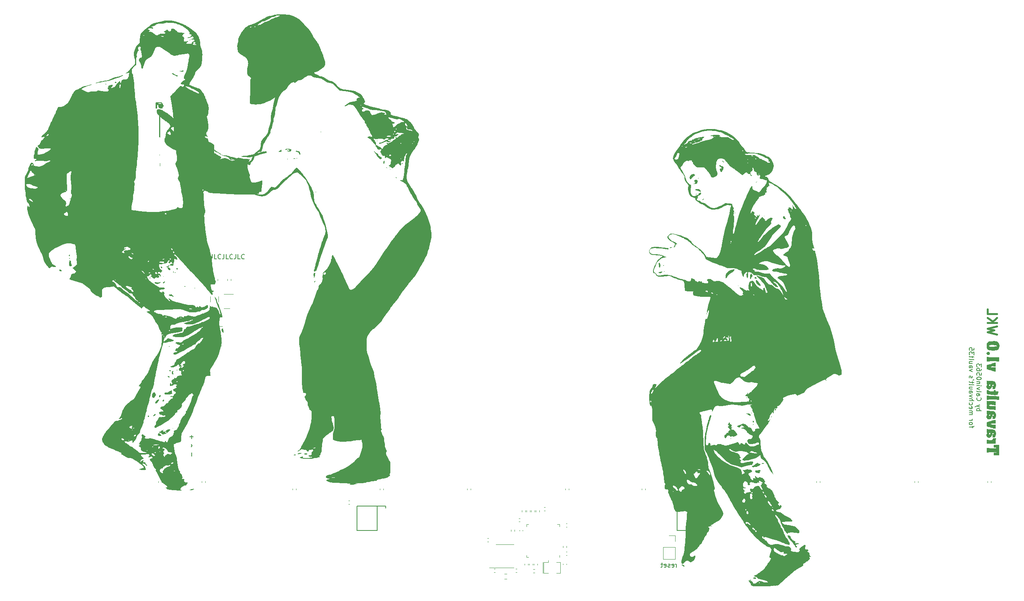
<source format=gbr>
%TF.GenerationSoftware,KiCad,Pcbnew,(7.0.0)*%
%TF.CreationDate,2024-01-16T08:23:08+01:00*%
%TF.ProjectId,travaulta WKL,74726176-6175-46c7-9461-20574b4c2e6b,rev?*%
%TF.SameCoordinates,Original*%
%TF.FileFunction,Legend,Bot*%
%TF.FilePolarity,Positive*%
%FSLAX46Y46*%
G04 Gerber Fmt 4.6, Leading zero omitted, Abs format (unit mm)*
G04 Created by KiCad (PCBNEW (7.0.0)) date 2024-01-16 08:23:08*
%MOMM*%
%LPD*%
G01*
G04 APERTURE LIST*
%ADD10C,0.150000*%
%ADD11C,0.200000*%
%ADD12C,0.400000*%
%ADD13C,0.120000*%
%ADD14C,0.170180*%
%ADD15C,0.002540*%
G04 APERTURE END LIST*
D10*
X77930951Y-50294380D02*
X77930951Y-51008666D01*
X77930951Y-51008666D02*
X77883332Y-51151523D01*
X77883332Y-51151523D02*
X77788094Y-51246761D01*
X77788094Y-51246761D02*
X77645237Y-51294380D01*
X77645237Y-51294380D02*
X77549999Y-51294380D01*
X78883332Y-51294380D02*
X78407142Y-51294380D01*
X78407142Y-51294380D02*
X78407142Y-50294380D01*
X79788094Y-51199142D02*
X79740475Y-51246761D01*
X79740475Y-51246761D02*
X79597618Y-51294380D01*
X79597618Y-51294380D02*
X79502380Y-51294380D01*
X79502380Y-51294380D02*
X79359523Y-51246761D01*
X79359523Y-51246761D02*
X79264285Y-51151523D01*
X79264285Y-51151523D02*
X79216666Y-51056285D01*
X79216666Y-51056285D02*
X79169047Y-50865809D01*
X79169047Y-50865809D02*
X79169047Y-50722952D01*
X79169047Y-50722952D02*
X79216666Y-50532476D01*
X79216666Y-50532476D02*
X79264285Y-50437238D01*
X79264285Y-50437238D02*
X79359523Y-50342000D01*
X79359523Y-50342000D02*
X79502380Y-50294380D01*
X79502380Y-50294380D02*
X79597618Y-50294380D01*
X79597618Y-50294380D02*
X79740475Y-50342000D01*
X79740475Y-50342000D02*
X79788094Y-50389619D01*
X80502380Y-50294380D02*
X80502380Y-51008666D01*
X80502380Y-51008666D02*
X80454761Y-51151523D01*
X80454761Y-51151523D02*
X80359523Y-51246761D01*
X80359523Y-51246761D02*
X80216666Y-51294380D01*
X80216666Y-51294380D02*
X80121428Y-51294380D01*
X81454761Y-51294380D02*
X80978571Y-51294380D01*
X80978571Y-51294380D02*
X80978571Y-50294380D01*
X82359523Y-51199142D02*
X82311904Y-51246761D01*
X82311904Y-51246761D02*
X82169047Y-51294380D01*
X82169047Y-51294380D02*
X82073809Y-51294380D01*
X82073809Y-51294380D02*
X81930952Y-51246761D01*
X81930952Y-51246761D02*
X81835714Y-51151523D01*
X81835714Y-51151523D02*
X81788095Y-51056285D01*
X81788095Y-51056285D02*
X81740476Y-50865809D01*
X81740476Y-50865809D02*
X81740476Y-50722952D01*
X81740476Y-50722952D02*
X81788095Y-50532476D01*
X81788095Y-50532476D02*
X81835714Y-50437238D01*
X81835714Y-50437238D02*
X81930952Y-50342000D01*
X81930952Y-50342000D02*
X82073809Y-50294380D01*
X82073809Y-50294380D02*
X82169047Y-50294380D01*
X82169047Y-50294380D02*
X82311904Y-50342000D01*
X82311904Y-50342000D02*
X82359523Y-50389619D01*
X83073809Y-50294380D02*
X83073809Y-51008666D01*
X83073809Y-51008666D02*
X83026190Y-51151523D01*
X83026190Y-51151523D02*
X82930952Y-51246761D01*
X82930952Y-51246761D02*
X82788095Y-51294380D01*
X82788095Y-51294380D02*
X82692857Y-51294380D01*
X84026190Y-51294380D02*
X83550000Y-51294380D01*
X83550000Y-51294380D02*
X83550000Y-50294380D01*
X84930952Y-51199142D02*
X84883333Y-51246761D01*
X84883333Y-51246761D02*
X84740476Y-51294380D01*
X84740476Y-51294380D02*
X84645238Y-51294380D01*
X84645238Y-51294380D02*
X84502381Y-51246761D01*
X84502381Y-51246761D02*
X84407143Y-51151523D01*
X84407143Y-51151523D02*
X84359524Y-51056285D01*
X84359524Y-51056285D02*
X84311905Y-50865809D01*
X84311905Y-50865809D02*
X84311905Y-50722952D01*
X84311905Y-50722952D02*
X84359524Y-50532476D01*
X84359524Y-50532476D02*
X84407143Y-50437238D01*
X84407143Y-50437238D02*
X84502381Y-50342000D01*
X84502381Y-50342000D02*
X84645238Y-50294380D01*
X84645238Y-50294380D02*
X84740476Y-50294380D01*
X84740476Y-50294380D02*
X84883333Y-50342000D01*
X84883333Y-50342000D02*
X84930952Y-50389619D01*
X85645238Y-50294380D02*
X85645238Y-51008666D01*
X85645238Y-51008666D02*
X85597619Y-51151523D01*
X85597619Y-51151523D02*
X85502381Y-51246761D01*
X85502381Y-51246761D02*
X85359524Y-51294380D01*
X85359524Y-51294380D02*
X85264286Y-51294380D01*
X86597619Y-51294380D02*
X86121429Y-51294380D01*
X86121429Y-51294380D02*
X86121429Y-50294380D01*
X87502381Y-51199142D02*
X87454762Y-51246761D01*
X87454762Y-51246761D02*
X87311905Y-51294380D01*
X87311905Y-51294380D02*
X87216667Y-51294380D01*
X87216667Y-51294380D02*
X87073810Y-51246761D01*
X87073810Y-51246761D02*
X86978572Y-51151523D01*
X86978572Y-51151523D02*
X86930953Y-51056285D01*
X86930953Y-51056285D02*
X86883334Y-50865809D01*
X86883334Y-50865809D02*
X86883334Y-50722952D01*
X86883334Y-50722952D02*
X86930953Y-50532476D01*
X86930953Y-50532476D02*
X86978572Y-50437238D01*
X86978572Y-50437238D02*
X87073810Y-50342000D01*
X87073810Y-50342000D02*
X87216667Y-50294380D01*
X87216667Y-50294380D02*
X87311905Y-50294380D01*
X87311905Y-50294380D02*
X87454762Y-50342000D01*
X87454762Y-50342000D02*
X87502381Y-50389619D01*
X247298869Y-84460714D02*
X248298869Y-84460714D01*
X247917916Y-84460714D02*
X247965535Y-84365476D01*
X247965535Y-84365476D02*
X247965535Y-84175000D01*
X247965535Y-84175000D02*
X247917916Y-84079762D01*
X247917916Y-84079762D02*
X247870297Y-84032143D01*
X247870297Y-84032143D02*
X247775059Y-83984524D01*
X247775059Y-83984524D02*
X247489345Y-83984524D01*
X247489345Y-83984524D02*
X247394107Y-84032143D01*
X247394107Y-84032143D02*
X247346488Y-84079762D01*
X247346488Y-84079762D02*
X247298869Y-84175000D01*
X247298869Y-84175000D02*
X247298869Y-84365476D01*
X247298869Y-84365476D02*
X247346488Y-84460714D01*
X247965535Y-83651190D02*
X247298869Y-83413095D01*
X247965535Y-83175000D02*
X247298869Y-83413095D01*
X247298869Y-83413095D02*
X247060773Y-83508333D01*
X247060773Y-83508333D02*
X247013154Y-83555952D01*
X247013154Y-83555952D02*
X246965535Y-83651190D01*
X247394107Y-81622619D02*
X247346488Y-81670238D01*
X247346488Y-81670238D02*
X247298869Y-81813095D01*
X247298869Y-81813095D02*
X247298869Y-81908333D01*
X247298869Y-81908333D02*
X247346488Y-82051190D01*
X247346488Y-82051190D02*
X247441726Y-82146428D01*
X247441726Y-82146428D02*
X247536964Y-82194047D01*
X247536964Y-82194047D02*
X247727440Y-82241666D01*
X247727440Y-82241666D02*
X247870297Y-82241666D01*
X247870297Y-82241666D02*
X248060773Y-82194047D01*
X248060773Y-82194047D02*
X248156011Y-82146428D01*
X248156011Y-82146428D02*
X248251250Y-82051190D01*
X248251250Y-82051190D02*
X248298869Y-81908333D01*
X248298869Y-81908333D02*
X248298869Y-81813095D01*
X248298869Y-81813095D02*
X248251250Y-81670238D01*
X248251250Y-81670238D02*
X248203630Y-81622619D01*
X247298869Y-80765476D02*
X247822678Y-80765476D01*
X247822678Y-80765476D02*
X247917916Y-80813095D01*
X247917916Y-80813095D02*
X247965535Y-80908333D01*
X247965535Y-80908333D02*
X247965535Y-81098809D01*
X247965535Y-81098809D02*
X247917916Y-81194047D01*
X247346488Y-80765476D02*
X247298869Y-80860714D01*
X247298869Y-80860714D02*
X247298869Y-81098809D01*
X247298869Y-81098809D02*
X247346488Y-81194047D01*
X247346488Y-81194047D02*
X247441726Y-81241666D01*
X247441726Y-81241666D02*
X247536964Y-81241666D01*
X247536964Y-81241666D02*
X247632202Y-81194047D01*
X247632202Y-81194047D02*
X247679821Y-81098809D01*
X247679821Y-81098809D02*
X247679821Y-80860714D01*
X247679821Y-80860714D02*
X247727440Y-80765476D01*
X247298869Y-80146428D02*
X247346488Y-80241666D01*
X247346488Y-80241666D02*
X247441726Y-80289285D01*
X247441726Y-80289285D02*
X248298869Y-80289285D01*
X247965535Y-79860713D02*
X247298869Y-79622618D01*
X247298869Y-79622618D02*
X247965535Y-79384523D01*
X247298869Y-79003570D02*
X247965535Y-79003570D01*
X248298869Y-79003570D02*
X248251250Y-79051189D01*
X248251250Y-79051189D02*
X248203630Y-79003570D01*
X248203630Y-79003570D02*
X248251250Y-78955951D01*
X248251250Y-78955951D02*
X248298869Y-79003570D01*
X248298869Y-79003570D02*
X248203630Y-79003570D01*
X247965535Y-78527380D02*
X247298869Y-78527380D01*
X247870297Y-78527380D02*
X247917916Y-78479761D01*
X247917916Y-78479761D02*
X247965535Y-78384523D01*
X247965535Y-78384523D02*
X247965535Y-78241666D01*
X247965535Y-78241666D02*
X247917916Y-78146428D01*
X247917916Y-78146428D02*
X247822678Y-78098809D01*
X247822678Y-78098809D02*
X247298869Y-78098809D01*
X248298869Y-77432142D02*
X248298869Y-77336904D01*
X248298869Y-77336904D02*
X248251250Y-77241666D01*
X248251250Y-77241666D02*
X248203630Y-77194047D01*
X248203630Y-77194047D02*
X248108392Y-77146428D01*
X248108392Y-77146428D02*
X247917916Y-77098809D01*
X247917916Y-77098809D02*
X247679821Y-77098809D01*
X247679821Y-77098809D02*
X247489345Y-77146428D01*
X247489345Y-77146428D02*
X247394107Y-77194047D01*
X247394107Y-77194047D02*
X247346488Y-77241666D01*
X247346488Y-77241666D02*
X247298869Y-77336904D01*
X247298869Y-77336904D02*
X247298869Y-77432142D01*
X247298869Y-77432142D02*
X247346488Y-77527380D01*
X247346488Y-77527380D02*
X247394107Y-77574999D01*
X247394107Y-77574999D02*
X247489345Y-77622618D01*
X247489345Y-77622618D02*
X247679821Y-77670237D01*
X247679821Y-77670237D02*
X247917916Y-77670237D01*
X247917916Y-77670237D02*
X248108392Y-77622618D01*
X248108392Y-77622618D02*
X248203630Y-77574999D01*
X248203630Y-77574999D02*
X248251250Y-77527380D01*
X248251250Y-77527380D02*
X248298869Y-77432142D01*
X248298869Y-76194047D02*
X248298869Y-76670237D01*
X248298869Y-76670237D02*
X247822678Y-76717856D01*
X247822678Y-76717856D02*
X247870297Y-76670237D01*
X247870297Y-76670237D02*
X247917916Y-76574999D01*
X247917916Y-76574999D02*
X247917916Y-76336904D01*
X247917916Y-76336904D02*
X247870297Y-76241666D01*
X247870297Y-76241666D02*
X247822678Y-76194047D01*
X247822678Y-76194047D02*
X247727440Y-76146428D01*
X247727440Y-76146428D02*
X247489345Y-76146428D01*
X247489345Y-76146428D02*
X247394107Y-76194047D01*
X247394107Y-76194047D02*
X247346488Y-76241666D01*
X247346488Y-76241666D02*
X247298869Y-76336904D01*
X247298869Y-76336904D02*
X247298869Y-76574999D01*
X247298869Y-76574999D02*
X247346488Y-76670237D01*
X247346488Y-76670237D02*
X247394107Y-76717856D01*
X248298869Y-75289285D02*
X248298869Y-75479761D01*
X248298869Y-75479761D02*
X248251250Y-75574999D01*
X248251250Y-75574999D02*
X248203630Y-75622618D01*
X248203630Y-75622618D02*
X248060773Y-75717856D01*
X248060773Y-75717856D02*
X247870297Y-75765475D01*
X247870297Y-75765475D02*
X247489345Y-75765475D01*
X247489345Y-75765475D02*
X247394107Y-75717856D01*
X247394107Y-75717856D02*
X247346488Y-75670237D01*
X247346488Y-75670237D02*
X247298869Y-75574999D01*
X247298869Y-75574999D02*
X247298869Y-75384523D01*
X247298869Y-75384523D02*
X247346488Y-75289285D01*
X247346488Y-75289285D02*
X247394107Y-75241666D01*
X247394107Y-75241666D02*
X247489345Y-75194047D01*
X247489345Y-75194047D02*
X247727440Y-75194047D01*
X247727440Y-75194047D02*
X247822678Y-75241666D01*
X247822678Y-75241666D02*
X247870297Y-75289285D01*
X247870297Y-75289285D02*
X247917916Y-75384523D01*
X247917916Y-75384523D02*
X247917916Y-75574999D01*
X247917916Y-75574999D02*
X247870297Y-75670237D01*
X247870297Y-75670237D02*
X247822678Y-75717856D01*
X247822678Y-75717856D02*
X247727440Y-75765475D01*
X248298869Y-74860713D02*
X248298869Y-74241666D01*
X248298869Y-74241666D02*
X247917916Y-74574999D01*
X247917916Y-74574999D02*
X247917916Y-74432142D01*
X247917916Y-74432142D02*
X247870297Y-74336904D01*
X247870297Y-74336904D02*
X247822678Y-74289285D01*
X247822678Y-74289285D02*
X247727440Y-74241666D01*
X247727440Y-74241666D02*
X247489345Y-74241666D01*
X247489345Y-74241666D02*
X247394107Y-74289285D01*
X247394107Y-74289285D02*
X247346488Y-74336904D01*
X247346488Y-74336904D02*
X247298869Y-74432142D01*
X247298869Y-74432142D02*
X247298869Y-74717856D01*
X247298869Y-74717856D02*
X247346488Y-74813094D01*
X247346488Y-74813094D02*
X247394107Y-74860713D01*
X246345535Y-88165477D02*
X246345535Y-87784525D01*
X245678869Y-88022620D02*
X246536011Y-88022620D01*
X246536011Y-88022620D02*
X246631250Y-87975001D01*
X246631250Y-87975001D02*
X246678869Y-87879763D01*
X246678869Y-87879763D02*
X246678869Y-87784525D01*
X245678869Y-87308334D02*
X245726488Y-87403572D01*
X245726488Y-87403572D02*
X245774107Y-87451191D01*
X245774107Y-87451191D02*
X245869345Y-87498810D01*
X245869345Y-87498810D02*
X246155059Y-87498810D01*
X246155059Y-87498810D02*
X246250297Y-87451191D01*
X246250297Y-87451191D02*
X246297916Y-87403572D01*
X246297916Y-87403572D02*
X246345535Y-87308334D01*
X246345535Y-87308334D02*
X246345535Y-87165477D01*
X246345535Y-87165477D02*
X246297916Y-87070239D01*
X246297916Y-87070239D02*
X246250297Y-87022620D01*
X246250297Y-87022620D02*
X246155059Y-86975001D01*
X246155059Y-86975001D02*
X245869345Y-86975001D01*
X245869345Y-86975001D02*
X245774107Y-87022620D01*
X245774107Y-87022620D02*
X245726488Y-87070239D01*
X245726488Y-87070239D02*
X245678869Y-87165477D01*
X245678869Y-87165477D02*
X245678869Y-87308334D01*
X245678869Y-86546429D02*
X246345535Y-86546429D01*
X246155059Y-86546429D02*
X246250297Y-86498810D01*
X246250297Y-86498810D02*
X246297916Y-86451191D01*
X246297916Y-86451191D02*
X246345535Y-86355953D01*
X246345535Y-86355953D02*
X246345535Y-86260715D01*
X245678869Y-85327381D02*
X246345535Y-85327381D01*
X246250297Y-85327381D02*
X246297916Y-85279762D01*
X246297916Y-85279762D02*
X246345535Y-85184524D01*
X246345535Y-85184524D02*
X246345535Y-85041667D01*
X246345535Y-85041667D02*
X246297916Y-84946429D01*
X246297916Y-84946429D02*
X246202678Y-84898810D01*
X246202678Y-84898810D02*
X245678869Y-84898810D01*
X246202678Y-84898810D02*
X246297916Y-84851191D01*
X246297916Y-84851191D02*
X246345535Y-84755953D01*
X246345535Y-84755953D02*
X246345535Y-84613096D01*
X246345535Y-84613096D02*
X246297916Y-84517857D01*
X246297916Y-84517857D02*
X246202678Y-84470238D01*
X246202678Y-84470238D02*
X245678869Y-84470238D01*
X245726488Y-83613096D02*
X245678869Y-83708334D01*
X245678869Y-83708334D02*
X245678869Y-83898810D01*
X245678869Y-83898810D02*
X245726488Y-83994048D01*
X245726488Y-83994048D02*
X245821726Y-84041667D01*
X245821726Y-84041667D02*
X246202678Y-84041667D01*
X246202678Y-84041667D02*
X246297916Y-83994048D01*
X246297916Y-83994048D02*
X246345535Y-83898810D01*
X246345535Y-83898810D02*
X246345535Y-83708334D01*
X246345535Y-83708334D02*
X246297916Y-83613096D01*
X246297916Y-83613096D02*
X246202678Y-83565477D01*
X246202678Y-83565477D02*
X246107440Y-83565477D01*
X246107440Y-83565477D02*
X246012202Y-84041667D01*
X245726488Y-82708334D02*
X245678869Y-82803572D01*
X245678869Y-82803572D02*
X245678869Y-82994048D01*
X245678869Y-82994048D02*
X245726488Y-83089286D01*
X245726488Y-83089286D02*
X245774107Y-83136905D01*
X245774107Y-83136905D02*
X245869345Y-83184524D01*
X245869345Y-83184524D02*
X246155059Y-83184524D01*
X246155059Y-83184524D02*
X246250297Y-83136905D01*
X246250297Y-83136905D02*
X246297916Y-83089286D01*
X246297916Y-83089286D02*
X246345535Y-82994048D01*
X246345535Y-82994048D02*
X246345535Y-82803572D01*
X246345535Y-82803572D02*
X246297916Y-82708334D01*
X245678869Y-82279762D02*
X246678869Y-82279762D01*
X245678869Y-81851191D02*
X246202678Y-81851191D01*
X246202678Y-81851191D02*
X246297916Y-81898810D01*
X246297916Y-81898810D02*
X246345535Y-81994048D01*
X246345535Y-81994048D02*
X246345535Y-82136905D01*
X246345535Y-82136905D02*
X246297916Y-82232143D01*
X246297916Y-82232143D02*
X246250297Y-82279762D01*
X246345535Y-81470238D02*
X245678869Y-81232143D01*
X245678869Y-81232143D02*
X246345535Y-80994048D01*
X245678869Y-80184524D02*
X246202678Y-80184524D01*
X246202678Y-80184524D02*
X246297916Y-80232143D01*
X246297916Y-80232143D02*
X246345535Y-80327381D01*
X246345535Y-80327381D02*
X246345535Y-80517857D01*
X246345535Y-80517857D02*
X246297916Y-80613095D01*
X245726488Y-80184524D02*
X245678869Y-80279762D01*
X245678869Y-80279762D02*
X245678869Y-80517857D01*
X245678869Y-80517857D02*
X245726488Y-80613095D01*
X245726488Y-80613095D02*
X245821726Y-80660714D01*
X245821726Y-80660714D02*
X245916964Y-80660714D01*
X245916964Y-80660714D02*
X246012202Y-80613095D01*
X246012202Y-80613095D02*
X246059821Y-80517857D01*
X246059821Y-80517857D02*
X246059821Y-80279762D01*
X246059821Y-80279762D02*
X246107440Y-80184524D01*
X246345535Y-79279762D02*
X245678869Y-79279762D01*
X246345535Y-79708333D02*
X245821726Y-79708333D01*
X245821726Y-79708333D02*
X245726488Y-79660714D01*
X245726488Y-79660714D02*
X245678869Y-79565476D01*
X245678869Y-79565476D02*
X245678869Y-79422619D01*
X245678869Y-79422619D02*
X245726488Y-79327381D01*
X245726488Y-79327381D02*
X245774107Y-79279762D01*
X245678869Y-78660714D02*
X245726488Y-78755952D01*
X245726488Y-78755952D02*
X245821726Y-78803571D01*
X245821726Y-78803571D02*
X246678869Y-78803571D01*
X246345535Y-78422618D02*
X246345535Y-78041666D01*
X246678869Y-78279761D02*
X245821726Y-78279761D01*
X245821726Y-78279761D02*
X245726488Y-78232142D01*
X245726488Y-78232142D02*
X245678869Y-78136904D01*
X245678869Y-78136904D02*
X245678869Y-78041666D01*
X246678869Y-77660713D02*
X246488392Y-77755951D01*
X245726488Y-77279761D02*
X245678869Y-77184523D01*
X245678869Y-77184523D02*
X245678869Y-76994047D01*
X245678869Y-76994047D02*
X245726488Y-76898809D01*
X245726488Y-76898809D02*
X245821726Y-76851190D01*
X245821726Y-76851190D02*
X245869345Y-76851190D01*
X245869345Y-76851190D02*
X245964583Y-76898809D01*
X245964583Y-76898809D02*
X246012202Y-76994047D01*
X246012202Y-76994047D02*
X246012202Y-77136904D01*
X246012202Y-77136904D02*
X246059821Y-77232142D01*
X246059821Y-77232142D02*
X246155059Y-77279761D01*
X246155059Y-77279761D02*
X246202678Y-77279761D01*
X246202678Y-77279761D02*
X246297916Y-77232142D01*
X246297916Y-77232142D02*
X246345535Y-77136904D01*
X246345535Y-77136904D02*
X246345535Y-76994047D01*
X246345535Y-76994047D02*
X246297916Y-76898809D01*
X246345535Y-75917856D02*
X245678869Y-75679761D01*
X245678869Y-75679761D02*
X246345535Y-75441666D01*
X245678869Y-74632142D02*
X246202678Y-74632142D01*
X246202678Y-74632142D02*
X246297916Y-74679761D01*
X246297916Y-74679761D02*
X246345535Y-74774999D01*
X246345535Y-74774999D02*
X246345535Y-74965475D01*
X246345535Y-74965475D02*
X246297916Y-75060713D01*
X245726488Y-74632142D02*
X245678869Y-74727380D01*
X245678869Y-74727380D02*
X245678869Y-74965475D01*
X245678869Y-74965475D02*
X245726488Y-75060713D01*
X245726488Y-75060713D02*
X245821726Y-75108332D01*
X245821726Y-75108332D02*
X245916964Y-75108332D01*
X245916964Y-75108332D02*
X246012202Y-75060713D01*
X246012202Y-75060713D02*
X246059821Y-74965475D01*
X246059821Y-74965475D02*
X246059821Y-74727380D01*
X246059821Y-74727380D02*
X246107440Y-74632142D01*
X246345535Y-73727380D02*
X245678869Y-73727380D01*
X246345535Y-74155951D02*
X245821726Y-74155951D01*
X245821726Y-74155951D02*
X245726488Y-74108332D01*
X245726488Y-74108332D02*
X245678869Y-74013094D01*
X245678869Y-74013094D02*
X245678869Y-73870237D01*
X245678869Y-73870237D02*
X245726488Y-73774999D01*
X245726488Y-73774999D02*
X245774107Y-73727380D01*
X245678869Y-73108332D02*
X245726488Y-73203570D01*
X245726488Y-73203570D02*
X245821726Y-73251189D01*
X245821726Y-73251189D02*
X246678869Y-73251189D01*
X246345535Y-72870236D02*
X246345535Y-72489284D01*
X246678869Y-72727379D02*
X245821726Y-72727379D01*
X245821726Y-72727379D02*
X245726488Y-72679760D01*
X245726488Y-72679760D02*
X245678869Y-72584522D01*
X245678869Y-72584522D02*
X245678869Y-72489284D01*
X246678869Y-72251188D02*
X246678869Y-71632141D01*
X246678869Y-71632141D02*
X246297916Y-71965474D01*
X246297916Y-71965474D02*
X246297916Y-71822617D01*
X246297916Y-71822617D02*
X246250297Y-71727379D01*
X246250297Y-71727379D02*
X246202678Y-71679760D01*
X246202678Y-71679760D02*
X246107440Y-71632141D01*
X246107440Y-71632141D02*
X245869345Y-71632141D01*
X245869345Y-71632141D02*
X245774107Y-71679760D01*
X245774107Y-71679760D02*
X245726488Y-71727379D01*
X245726488Y-71727379D02*
X245678869Y-71822617D01*
X245678869Y-71822617D02*
X245678869Y-72108331D01*
X245678869Y-72108331D02*
X245726488Y-72203569D01*
X245726488Y-72203569D02*
X245774107Y-72251188D01*
X246678869Y-70727379D02*
X246678869Y-71203569D01*
X246678869Y-71203569D02*
X246202678Y-71251188D01*
X246202678Y-71251188D02*
X246250297Y-71203569D01*
X246250297Y-71203569D02*
X246297916Y-71108331D01*
X246297916Y-71108331D02*
X246297916Y-70870236D01*
X246297916Y-70870236D02*
X246250297Y-70774998D01*
X246250297Y-70774998D02*
X246202678Y-70727379D01*
X246202678Y-70727379D02*
X246107440Y-70679760D01*
X246107440Y-70679760D02*
X245869345Y-70679760D01*
X245869345Y-70679760D02*
X245774107Y-70727379D01*
X245774107Y-70727379D02*
X245726488Y-70774998D01*
X245726488Y-70774998D02*
X245678869Y-70870236D01*
X245678869Y-70870236D02*
X245678869Y-71108331D01*
X245678869Y-71108331D02*
X245726488Y-71203569D01*
X245726488Y-71203569D02*
X245774107Y-71251188D01*
X181800297Y-118636130D02*
X181800297Y-117969464D01*
X181800297Y-118159940D02*
X181752678Y-118064702D01*
X181752678Y-118064702D02*
X181705059Y-118017083D01*
X181705059Y-118017083D02*
X181609821Y-117969464D01*
X181609821Y-117969464D02*
X181514583Y-117969464D01*
X180800297Y-118588511D02*
X180895535Y-118636130D01*
X180895535Y-118636130D02*
X181086011Y-118636130D01*
X181086011Y-118636130D02*
X181181249Y-118588511D01*
X181181249Y-118588511D02*
X181228868Y-118493273D01*
X181228868Y-118493273D02*
X181228868Y-118112321D01*
X181228868Y-118112321D02*
X181181249Y-118017083D01*
X181181249Y-118017083D02*
X181086011Y-117969464D01*
X181086011Y-117969464D02*
X180895535Y-117969464D01*
X180895535Y-117969464D02*
X180800297Y-118017083D01*
X180800297Y-118017083D02*
X180752678Y-118112321D01*
X180752678Y-118112321D02*
X180752678Y-118207559D01*
X180752678Y-118207559D02*
X181228868Y-118302797D01*
X180371725Y-118588511D02*
X180276487Y-118636130D01*
X180276487Y-118636130D02*
X180086011Y-118636130D01*
X180086011Y-118636130D02*
X179990773Y-118588511D01*
X179990773Y-118588511D02*
X179943154Y-118493273D01*
X179943154Y-118493273D02*
X179943154Y-118445654D01*
X179943154Y-118445654D02*
X179990773Y-118350416D01*
X179990773Y-118350416D02*
X180086011Y-118302797D01*
X180086011Y-118302797D02*
X180228868Y-118302797D01*
X180228868Y-118302797D02*
X180324106Y-118255178D01*
X180324106Y-118255178D02*
X180371725Y-118159940D01*
X180371725Y-118159940D02*
X180371725Y-118112321D01*
X180371725Y-118112321D02*
X180324106Y-118017083D01*
X180324106Y-118017083D02*
X180228868Y-117969464D01*
X180228868Y-117969464D02*
X180086011Y-117969464D01*
X180086011Y-117969464D02*
X179990773Y-118017083D01*
X179133630Y-118588511D02*
X179228868Y-118636130D01*
X179228868Y-118636130D02*
X179419344Y-118636130D01*
X179419344Y-118636130D02*
X179514582Y-118588511D01*
X179514582Y-118588511D02*
X179562201Y-118493273D01*
X179562201Y-118493273D02*
X179562201Y-118112321D01*
X179562201Y-118112321D02*
X179514582Y-118017083D01*
X179514582Y-118017083D02*
X179419344Y-117969464D01*
X179419344Y-117969464D02*
X179228868Y-117969464D01*
X179228868Y-117969464D02*
X179133630Y-118017083D01*
X179133630Y-118017083D02*
X179086011Y-118112321D01*
X179086011Y-118112321D02*
X179086011Y-118207559D01*
X179086011Y-118207559D02*
X179562201Y-118302797D01*
X178800296Y-117969464D02*
X178419344Y-117969464D01*
X178657439Y-117636130D02*
X178657439Y-118493273D01*
X178657439Y-118493273D02*
X178609820Y-118588511D01*
X178609820Y-118588511D02*
X178514582Y-118636130D01*
X178514582Y-118636130D02*
X178419344Y-118636130D01*
D11*
X75962108Y-92303571D02*
X76133536Y-92074999D01*
X76133536Y-92074999D02*
X75962108Y-91846428D01*
D10*
X75984305Y-94377752D02*
X75984305Y-93615848D01*
D12*
X251672738Y-67754166D02*
X249672738Y-67277976D01*
X249672738Y-67277976D02*
X251101309Y-66897023D01*
X251101309Y-66897023D02*
X249672738Y-66516071D01*
X249672738Y-66516071D02*
X251672738Y-66039881D01*
X249672738Y-65277976D02*
X251672738Y-65277976D01*
X249672738Y-64135119D02*
X250815595Y-64992262D01*
X251672738Y-64135119D02*
X250529880Y-65277976D01*
X249672738Y-62325595D02*
X249672738Y-63277976D01*
X249672738Y-63277976D02*
X251672738Y-63277976D01*
D10*
X76013502Y-90552916D02*
X76013502Y-89791012D01*
X75632550Y-90171964D02*
X76394454Y-90171964D01*
D13*
%TO.C,Y1*%
X152616000Y-117945000D02*
X152616000Y-117545000D01*
X152616000Y-119945000D02*
X152616000Y-117945000D01*
X152816000Y-117945000D02*
X152816000Y-117545000D01*
X152816000Y-117945000D02*
X152816000Y-119945000D01*
X152816000Y-119945000D02*
X153816000Y-119945000D01*
X153816000Y-117545000D02*
X152816000Y-117545000D01*
X153816000Y-117545000D02*
X153816000Y-117145000D01*
X155616000Y-119945000D02*
X156416000Y-119945000D01*
X156416000Y-117545000D02*
X155616000Y-117545000D01*
X156416000Y-117945000D02*
X156416000Y-117545000D01*
X156416000Y-119945000D02*
X156416000Y-117945000D01*
%TO.C,C7*%
X147611836Y-108691000D02*
X147396164Y-108691000D01*
X147611836Y-107971000D02*
X147396164Y-107971000D01*
%TO.C,C12*%
X181550350Y-104174305D02*
X181766022Y-104174305D01*
X181550350Y-104894305D02*
X181766022Y-104894305D01*
%TO.C,C15*%
X149391000Y-117912164D02*
X149391000Y-118127836D01*
X148671000Y-117912164D02*
X148671000Y-118127836D01*
%TO.C,G\u002A\u002A\u002A*%
G36*
X99737333Y-28913667D02*
G01*
X99695000Y-28956000D01*
X99652666Y-28913667D01*
X99695000Y-28871334D01*
X99737333Y-28913667D01*
G37*
G36*
X73152000Y-52197000D02*
G01*
X73109666Y-52239334D01*
X73067333Y-52197000D01*
X73109666Y-52154667D01*
X73152000Y-52197000D01*
G37*
G36*
X72898000Y-59817000D02*
G01*
X72855666Y-59859334D01*
X72813333Y-59817000D01*
X72855666Y-59774667D01*
X72898000Y-59817000D01*
G37*
G36*
X72728666Y-75141667D02*
G01*
X72686333Y-75184000D01*
X72644000Y-75141667D01*
X72686333Y-75099334D01*
X72728666Y-75141667D01*
G37*
G36*
X72728666Y-54059667D02*
G01*
X72686333Y-54102000D01*
X72644000Y-54059667D01*
X72686333Y-54017334D01*
X72728666Y-54059667D01*
G37*
G36*
X72136000Y-53043667D02*
G01*
X72093666Y-53086000D01*
X72051333Y-53043667D01*
X72093666Y-53001334D01*
X72136000Y-53043667D01*
G37*
G36*
X70866000Y-52197000D02*
G01*
X70823666Y-52239334D01*
X70781333Y-52197000D01*
X70823666Y-52154667D01*
X70866000Y-52197000D01*
G37*
G36*
X70781333Y-59647667D02*
G01*
X70739000Y-59690000D01*
X70696666Y-59647667D01*
X70739000Y-59605334D01*
X70781333Y-59647667D01*
G37*
G36*
X70696666Y-14012334D02*
G01*
X70654333Y-14054667D01*
X70612000Y-14012334D01*
X70654333Y-13970000D01*
X70696666Y-14012334D01*
G37*
G36*
X69850000Y-97070334D02*
G01*
X69807666Y-97112667D01*
X69765333Y-97070334D01*
X69807666Y-97028000D01*
X69850000Y-97070334D01*
G37*
G36*
X61468000Y-10879667D02*
G01*
X61425666Y-10922000D01*
X61383333Y-10879667D01*
X61425666Y-10837334D01*
X61468000Y-10879667D01*
G37*
G36*
X54864000Y-12996334D02*
G01*
X54821666Y-13038667D01*
X54779333Y-12996334D01*
X54821666Y-12954000D01*
X54864000Y-12996334D01*
G37*
G36*
X54356000Y-13165667D02*
G01*
X54313666Y-13208000D01*
X54271333Y-13165667D01*
X54313666Y-13123334D01*
X54356000Y-13165667D01*
G37*
G36*
X43010666Y-25273000D02*
G01*
X42968333Y-25315334D01*
X42926000Y-25273000D01*
X42968333Y-25230667D01*
X43010666Y-25273000D01*
G37*
G36*
X78881111Y-79191556D02*
G01*
X78894357Y-79217022D01*
X78824666Y-79248000D01*
X78779844Y-79241890D01*
X78768222Y-79191556D01*
X78780631Y-79181423D01*
X78881111Y-79191556D01*
G37*
G36*
X73208444Y-10357556D02*
G01*
X73221690Y-10383022D01*
X73152000Y-10414000D01*
X73107178Y-10407890D01*
X73095555Y-10357556D01*
X73107965Y-10347423D01*
X73208444Y-10357556D01*
G37*
G36*
X70668444Y-58617556D02*
G01*
X70681690Y-58643022D01*
X70612000Y-58674000D01*
X70567178Y-58667890D01*
X70555555Y-58617556D01*
X70567965Y-58607423D01*
X70668444Y-58617556D01*
G37*
G36*
X69357875Y-10271497D02*
G01*
X69397064Y-10301972D01*
X69306722Y-10322649D01*
X69220848Y-10316663D01*
X69195597Y-10278181D01*
X69225551Y-10261403D01*
X69357875Y-10271497D01*
G37*
G36*
X69074631Y-28532667D02*
G01*
X69062829Y-28649136D01*
X69031927Y-28638500D01*
X69020744Y-28600176D01*
X69031927Y-28426834D01*
X69061326Y-28412471D01*
X69074631Y-28532667D01*
G37*
G36*
X54581778Y-13066889D02*
G01*
X54595023Y-13092355D01*
X54525333Y-13123334D01*
X54480511Y-13117223D01*
X54468889Y-13066889D01*
X54481298Y-13056756D01*
X54581778Y-13066889D01*
G37*
G36*
X49516631Y-38100000D02*
G01*
X49504829Y-38216470D01*
X49473927Y-38205834D01*
X49462744Y-38167509D01*
X49473927Y-37994167D01*
X49503326Y-37979805D01*
X49516631Y-38100000D01*
G37*
G36*
X76749480Y-57656619D02*
G01*
X76757866Y-57701010D01*
X76670663Y-57742667D01*
X76627916Y-57741011D01*
X76542409Y-57701016D01*
X76617483Y-57619283D01*
X76648011Y-57607777D01*
X76749480Y-57656619D01*
G37*
G36*
X72848771Y-75459199D02*
G01*
X72898000Y-75557945D01*
X72880576Y-75623830D01*
X72763944Y-75692000D01*
X72671434Y-75643129D01*
X72685650Y-75541676D01*
X72797458Y-75457403D01*
X72848771Y-75459199D01*
G37*
G36*
X72116041Y-54062217D02*
G01*
X72096294Y-54182415D01*
X72068123Y-54213339D01*
X71953439Y-54220825D01*
X71916201Y-54183020D01*
X71957878Y-54076922D01*
X72034139Y-54029844D01*
X72116041Y-54062217D01*
G37*
G36*
X71932418Y-88294252D02*
G01*
X71906282Y-88331863D01*
X71834670Y-88392000D01*
X71822834Y-88391176D01*
X71804188Y-88342166D01*
X71895082Y-88256915D01*
X71942397Y-88236315D01*
X71932418Y-88294252D01*
G37*
G36*
X69999757Y-55050032D02*
G01*
X69934666Y-55118000D01*
X69857970Y-55165470D01*
X69777866Y-55194150D01*
X69807666Y-55118000D01*
X69825790Y-55094941D01*
X69960830Y-55034630D01*
X69999757Y-55050032D01*
G37*
G36*
X69138418Y-52818918D02*
G01*
X69112282Y-52856530D01*
X69040670Y-52916667D01*
X69028834Y-52915843D01*
X69010188Y-52866832D01*
X69101082Y-52781582D01*
X69148397Y-52760981D01*
X69138418Y-52818918D01*
G37*
G36*
X57315081Y-12993706D02*
G01*
X57346006Y-13021877D01*
X57353491Y-13136561D01*
X57315686Y-13173799D01*
X57209588Y-13132122D01*
X57162511Y-13055861D01*
X57194883Y-12973959D01*
X57315081Y-12993706D01*
G37*
G36*
X96959084Y-29389696D02*
G01*
X97028000Y-29464000D01*
X97025719Y-29484088D01*
X96948330Y-29548667D01*
X96924576Y-29545437D01*
X96816333Y-29464000D01*
X96808368Y-29420379D01*
X96896003Y-29379334D01*
X96959084Y-29389696D01*
G37*
G36*
X75759769Y-3404246D02*
G01*
X75692000Y-3471334D01*
X75619472Y-3511251D01*
X75480333Y-3553407D01*
X75454897Y-3538421D01*
X75522666Y-3471334D01*
X75595194Y-3431416D01*
X75734333Y-3389260D01*
X75759769Y-3404246D01*
G37*
G36*
X74607423Y-57244219D02*
G01*
X74676000Y-57319334D01*
X74661672Y-57358283D01*
X74549000Y-57404000D01*
X74490576Y-57394448D01*
X74422000Y-57319334D01*
X74436328Y-57280384D01*
X74549000Y-57234667D01*
X74607423Y-57244219D01*
G37*
G36*
X71155620Y-70364648D02*
G01*
X71162333Y-70442667D01*
X71144956Y-70468005D01*
X71072670Y-70527334D01*
X71064220Y-70525132D01*
X71035333Y-70442667D01*
X71038779Y-70419461D01*
X71124997Y-70358000D01*
X71155620Y-70364648D01*
G37*
G36*
X69313778Y-18739556D02*
G01*
X69326013Y-18761013D01*
X69303148Y-18875034D01*
X69248388Y-18933706D01*
X69141272Y-18960203D01*
X69088000Y-18885664D01*
X69113541Y-18813882D01*
X69214750Y-18733172D01*
X69313778Y-18739556D01*
G37*
G36*
X66994473Y-55384184D02*
G01*
X67013666Y-55456667D01*
X66996337Y-55479789D01*
X66881670Y-55541334D01*
X66862767Y-55538910D01*
X66802000Y-55456667D01*
X66818154Y-55416205D01*
X66933997Y-55372000D01*
X66994473Y-55384184D01*
G37*
G36*
X49401129Y-51070155D02*
G01*
X49445333Y-51185997D01*
X49433150Y-51246473D01*
X49360666Y-51265667D01*
X49337544Y-51248337D01*
X49276000Y-51133670D01*
X49278423Y-51114768D01*
X49360666Y-51054000D01*
X49401129Y-51070155D01*
G37*
G36*
X99245755Y-29226733D02*
G01*
X99273684Y-29246082D01*
X99144666Y-29294667D01*
X98947951Y-29346406D01*
X98807800Y-29364199D01*
X98762849Y-29346953D01*
X98848333Y-29294667D01*
X98964613Y-29256323D01*
X99187000Y-29224391D01*
X99245755Y-29226733D01*
G37*
G36*
X72942398Y-53320567D02*
G01*
X72952426Y-53460493D01*
X72948271Y-53510440D01*
X72905419Y-53612434D01*
X72792166Y-53582637D01*
X72682776Y-53514415D01*
X72665401Y-53438454D01*
X72804260Y-53344856D01*
X72860902Y-53317064D01*
X72942398Y-53320567D01*
G37*
G36*
X71323680Y-75610260D02*
G01*
X71413005Y-75706625D01*
X71401487Y-75805624D01*
X71401206Y-75805905D01*
X71272683Y-75855093D01*
X71128206Y-75744221D01*
X71077107Y-75648518D01*
X71153982Y-75579920D01*
X71193731Y-75571443D01*
X71323680Y-75610260D01*
G37*
G36*
X71057364Y-76894919D02*
G01*
X71175220Y-76990972D01*
X71162333Y-77131334D01*
X71152401Y-77146431D01*
X71036556Y-77210741D01*
X70882933Y-77114400D01*
X70809644Y-77024932D01*
X70801863Y-76915989D01*
X70945670Y-76877334D01*
X71057364Y-76894919D01*
G37*
G36*
X69474833Y-53007080D02*
G01*
X69557704Y-53128127D01*
X69558244Y-53247927D01*
X69519087Y-53282034D01*
X69381622Y-53284911D01*
X69303990Y-53228638D01*
X69259748Y-53087716D01*
X69332407Y-52964929D01*
X69365474Y-52954765D01*
X69474833Y-53007080D01*
G37*
G36*
X66701759Y-85578951D02*
G01*
X66685160Y-85729055D01*
X66654426Y-85784518D01*
X66550657Y-85852000D01*
X66491691Y-85825045D01*
X66470497Y-85699883D01*
X66538713Y-85525461D01*
X66569312Y-85488855D01*
X66651478Y-85482668D01*
X66701759Y-85578951D01*
G37*
G36*
X49445333Y-50440167D02*
G01*
X49436663Y-50534991D01*
X49388889Y-50658889D01*
X49319294Y-50708713D01*
X49225203Y-50685069D01*
X49206611Y-50531465D01*
X49234933Y-50431446D01*
X49319089Y-50326059D01*
X49405589Y-50322707D01*
X49445333Y-50440167D01*
G37*
G36*
X98569772Y-29309325D02*
G01*
X98636666Y-29379334D01*
X98635875Y-29385761D01*
X98548765Y-29440816D01*
X98361500Y-29462704D01*
X98258864Y-29459781D01*
X98163845Y-29435551D01*
X98213333Y-29379334D01*
X98236335Y-29365458D01*
X98413916Y-29304700D01*
X98569772Y-29309325D01*
G37*
G36*
X72332352Y-54173957D02*
G01*
X72403628Y-54214978D01*
X72517197Y-54207099D01*
X72543845Y-54189986D01*
X72525577Y-54250167D01*
X72482204Y-54309619D01*
X72367825Y-54344411D01*
X72270120Y-54217025D01*
X72268741Y-54213416D01*
X72251500Y-54125671D01*
X72332352Y-54173957D01*
G37*
G36*
X70187370Y-56282167D02*
G01*
X70186881Y-56291852D01*
X70105463Y-56457938D01*
X69934666Y-56575546D01*
X69793230Y-56599870D01*
X69741953Y-56535467D01*
X69829823Y-56385067D01*
X69858300Y-56354221D01*
X70006183Y-56247340D01*
X70134130Y-56218068D01*
X70187370Y-56282167D01*
G37*
G36*
X69985470Y-82075876D02*
G01*
X69997611Y-82167458D01*
X69934545Y-82338480D01*
X69863658Y-82400362D01*
X69755740Y-82417071D01*
X69701332Y-82358040D01*
X69695829Y-82201848D01*
X69806665Y-82042832D01*
X69807757Y-82041927D01*
X69918591Y-81985820D01*
X69985470Y-82075876D01*
G37*
G36*
X69140524Y-30394938D02*
G01*
X69144201Y-30649334D01*
X69143715Y-30752938D01*
X69137658Y-30964113D01*
X69126133Y-31041301D01*
X69110990Y-30966834D01*
X69097290Y-30649751D01*
X69110990Y-30331834D01*
X69116651Y-30287004D01*
X69130725Y-30268272D01*
X69140524Y-30394938D01*
G37*
G36*
X69109562Y-81026349D02*
G01*
X69205709Y-81101408D01*
X69231200Y-81254326D01*
X69171772Y-81408078D01*
X69098653Y-81483827D01*
X68975588Y-81521685D01*
X68883931Y-81396269D01*
X68880664Y-81255079D01*
X68965634Y-81096965D01*
X69101024Y-81026000D01*
X69109562Y-81026349D01*
G37*
G36*
X59581794Y-12653163D02*
G01*
X59599726Y-12660192D01*
X59679484Y-12716125D01*
X59602960Y-12787925D01*
X59562509Y-12811539D01*
X59360406Y-12863775D01*
X59223964Y-12784069D01*
X59212052Y-12751042D01*
X59266669Y-12668838D01*
X59409953Y-12628881D01*
X59581794Y-12653163D01*
G37*
G36*
X47414087Y-53649400D02*
G01*
X47573109Y-53741019D01*
X47662388Y-53851025D01*
X47610889Y-53960889D01*
X47511931Y-54013354D01*
X47331855Y-53985511D01*
X47176831Y-53844556D01*
X47138306Y-53775847D01*
X47108475Y-53625730D01*
X47204733Y-53580019D01*
X47414087Y-53649400D01*
G37*
G36*
X82845925Y-66505105D02*
G01*
X82892705Y-66663712D01*
X82937946Y-66963454D01*
X82998266Y-67418170D01*
X82727985Y-67218342D01*
X82628078Y-67131137D01*
X82493801Y-66909383D01*
X82500325Y-66692087D01*
X82651772Y-66517201D01*
X82677371Y-66501548D01*
X82780012Y-66460196D01*
X82845925Y-66505105D01*
G37*
G36*
X68065148Y-85178167D02*
G01*
X68144729Y-85222309D01*
X68100506Y-85333050D01*
X67928625Y-85530425D01*
X67892549Y-85566570D01*
X67728639Y-85688249D01*
X67624409Y-85692276D01*
X67610707Y-85673446D01*
X67616888Y-85539895D01*
X67710434Y-85374619D01*
X67850707Y-85234062D01*
X67997071Y-85174667D01*
X68065148Y-85178167D01*
G37*
G36*
X74252666Y-10186220D02*
G01*
X74242103Y-10246496D01*
X74146833Y-10357927D01*
X74113770Y-10369556D01*
X73833532Y-10395305D01*
X73490666Y-10336649D01*
X73445900Y-10323421D01*
X73367378Y-10287395D01*
X73423719Y-10256972D01*
X73631432Y-10218271D01*
X73703567Y-10205840D01*
X73951563Y-10154954D01*
X74118265Y-10108791D01*
X74199545Y-10096960D01*
X74252666Y-10186220D01*
G37*
G36*
X71994459Y-75862875D02*
G01*
X71972803Y-76019200D01*
X71942563Y-76102397D01*
X71971278Y-76289229D01*
X72008057Y-76355455D01*
X72050037Y-76481375D01*
X72027329Y-76514505D01*
X71904455Y-76522797D01*
X71825212Y-76471226D01*
X71736873Y-76308380D01*
X71688494Y-76099319D01*
X71692942Y-75909451D01*
X71763084Y-75804182D01*
X71892112Y-75785995D01*
X71994459Y-75862875D01*
G37*
G36*
X95588666Y-27509742D02*
G01*
X95593510Y-27555922D01*
X95637805Y-27715537D01*
X95647153Y-27750945D01*
X95597273Y-27832717D01*
X95404972Y-27878245D01*
X95400443Y-27878801D01*
X95166365Y-27905926D01*
X94996000Y-27923009D01*
X94970371Y-27911453D01*
X95015987Y-27825796D01*
X95162135Y-27682559D01*
X95192810Y-27656542D01*
X95419672Y-27484871D01*
X95548153Y-27437344D01*
X95588666Y-27509742D01*
G37*
G36*
X76507091Y-101554877D02*
G01*
X76431901Y-101667582D01*
X76291200Y-101736975D01*
X76073000Y-101791489D01*
X75813318Y-101818803D01*
X75522666Y-101834114D01*
X75412326Y-101834874D01*
X75343894Y-101825172D01*
X75419474Y-101794800D01*
X75649666Y-101735529D01*
X75791708Y-101697824D01*
X76066738Y-101610445D01*
X76258362Y-101530834D01*
X76312004Y-101505993D01*
X76453790Y-101490506D01*
X76507091Y-101554877D01*
G37*
G36*
X68901165Y-89414658D02*
G01*
X69118142Y-89543124D01*
X69129883Y-89551124D01*
X69314791Y-89692340D01*
X69374461Y-89791735D01*
X69331757Y-89886009D01*
X69247648Y-89948838D01*
X69051581Y-89965376D01*
X68936731Y-89939124D01*
X68770500Y-89917156D01*
X68730713Y-89902309D01*
X68675136Y-89782990D01*
X68674246Y-89602285D01*
X68733429Y-89430834D01*
X68776433Y-89394579D01*
X68901165Y-89414658D01*
G37*
G36*
X68918666Y-82045934D02*
G01*
X68916390Y-82081585D01*
X68840434Y-82303267D01*
X68688893Y-82540853D01*
X68505508Y-82735732D01*
X68334024Y-82829292D01*
X68176785Y-82854606D01*
X68058188Y-82875981D01*
X68031859Y-82844164D01*
X68065189Y-82715675D01*
X68147671Y-82535329D01*
X68256106Y-82352587D01*
X68367296Y-82216913D01*
X68515980Y-82104730D01*
X68707526Y-82011572D01*
X68857839Y-81986985D01*
X68918666Y-82045934D01*
G37*
G36*
X67871859Y-80442728D02*
G01*
X68019125Y-80605580D01*
X68173623Y-80809977D01*
X68224888Y-80974710D01*
X68162629Y-81147155D01*
X67984314Y-81383894D01*
X67876564Y-81505378D01*
X67700482Y-81634039D01*
X67554408Y-81612912D01*
X67411515Y-81444850D01*
X67359888Y-81269028D01*
X67381028Y-80990561D01*
X67479087Y-80706363D01*
X67637768Y-80485529D01*
X67678584Y-80449611D01*
X67776057Y-80396314D01*
X67871859Y-80442728D01*
G37*
G36*
X71712666Y-59091628D02*
G01*
X71745169Y-59148321D01*
X71882000Y-59224334D01*
X71980363Y-59286196D01*
X72051333Y-59441706D01*
X72036237Y-59534677D01*
X71966666Y-59605334D01*
X71925703Y-59588530D01*
X71882000Y-59471606D01*
X71881065Y-59450818D01*
X71823162Y-59374475D01*
X71649166Y-59385005D01*
X71454691Y-59388521D01*
X71204666Y-59313445D01*
X70993000Y-59194759D01*
X71231345Y-59103713D01*
X71450917Y-59034953D01*
X71643348Y-59021036D01*
X71712666Y-59091628D01*
G37*
G36*
X69222768Y-56326741D02*
G01*
X69191988Y-56422552D01*
X69072431Y-56570766D01*
X69018079Y-56621887D01*
X68809412Y-56735585D01*
X68519733Y-56761662D01*
X68491968Y-56760703D01*
X68189236Y-56710091D01*
X67980473Y-56600547D01*
X67902666Y-56450708D01*
X67943442Y-56416390D01*
X68129123Y-56395607D01*
X68446350Y-56408458D01*
X68672622Y-56419995D01*
X68941091Y-56407972D01*
X69079939Y-56362195D01*
X69126735Y-56326474D01*
X69219187Y-56321632D01*
X69222768Y-56326741D01*
G37*
G36*
X49552184Y-51699432D02*
G01*
X49569934Y-51733826D01*
X49643659Y-51910792D01*
X49652512Y-52003933D01*
X49646893Y-52021543D01*
X49671354Y-52155018D01*
X49745821Y-52363217D01*
X49771361Y-52428804D01*
X49832178Y-52651643D01*
X49834256Y-52799550D01*
X49810060Y-52843184D01*
X49656430Y-52913723D01*
X49409925Y-52865275D01*
X49334758Y-52783801D01*
X49284834Y-52554799D01*
X49289032Y-52209623D01*
X49348773Y-51773667D01*
X49411788Y-51435000D01*
X49552184Y-51699432D01*
G37*
G36*
X99060000Y-27695875D02*
G01*
X99091987Y-27743512D01*
X99223511Y-27747657D01*
X99334917Y-27743819D01*
X99529046Y-27842284D01*
X99677903Y-28036971D01*
X99737333Y-28281965D01*
X99725888Y-28415219D01*
X99664003Y-28521164D01*
X99570262Y-28474523D01*
X99469670Y-28275865D01*
X99408815Y-28144122D01*
X99266586Y-28013230D01*
X99011850Y-27920559D01*
X98812254Y-27858051D01*
X98712660Y-27790546D01*
X98735143Y-27711694D01*
X98735590Y-27711156D01*
X98869563Y-27618638D01*
X99000827Y-27612418D01*
X99060000Y-27695875D01*
G37*
G36*
X71988925Y-10711520D02*
G01*
X72207617Y-10867165D01*
X72221525Y-10880141D01*
X72460311Y-11044628D01*
X72710563Y-11142746D01*
X72877941Y-11187527D01*
X72978069Y-11266588D01*
X72926222Y-11373556D01*
X72880765Y-11407351D01*
X72700688Y-11409395D01*
X72451563Y-11260667D01*
X72444354Y-11255026D01*
X72275434Y-11138650D01*
X72164979Y-11089451D01*
X72164340Y-11089428D01*
X72051775Y-11039996D01*
X71882552Y-10925371D01*
X71760875Y-10824545D01*
X71732847Y-10755725D01*
X71824107Y-10704589D01*
X71988925Y-10711520D01*
G37*
G36*
X71711659Y-80065281D02*
G01*
X71687995Y-80239193D01*
X71677983Y-80438379D01*
X71732775Y-80588909D01*
X71746254Y-80603000D01*
X71787258Y-80702526D01*
X71691092Y-80781882D01*
X71441796Y-80855702D01*
X71264471Y-80882157D01*
X70951036Y-80902860D01*
X70612000Y-80904997D01*
X70542298Y-80903042D01*
X70274748Y-80889390D01*
X70130915Y-80858427D01*
X70072615Y-80794747D01*
X70061666Y-80682943D01*
X70062183Y-80645131D01*
X70088437Y-80534288D01*
X70188643Y-80494495D01*
X70409774Y-80501234D01*
X70513310Y-80505823D01*
X70774384Y-80464835D01*
X71008129Y-80316232D01*
X71029868Y-80298434D01*
X71269058Y-80142359D01*
X71498597Y-80045371D01*
X71656427Y-80015530D01*
X71711659Y-80065281D01*
G37*
G36*
X97320272Y-27268917D02*
G01*
X97604036Y-27302829D01*
X97750989Y-27375994D01*
X97779142Y-27499343D01*
X97706508Y-27683805D01*
X97618220Y-27794829D01*
X97474172Y-27841379D01*
X97219773Y-27838588D01*
X97147172Y-27832416D01*
X96901416Y-27780061D01*
X96790422Y-27694245D01*
X96784532Y-27642218D01*
X96856587Y-27605678D01*
X97058970Y-27625422D01*
X97218443Y-27640032D01*
X97350171Y-27607816D01*
X97329746Y-27525747D01*
X97148727Y-27413736D01*
X97142800Y-27411053D01*
X96937854Y-27357609D01*
X96757000Y-27422968D01*
X96722593Y-27443649D01*
X96579432Y-27484758D01*
X96448797Y-27397083D01*
X96411745Y-27356229D01*
X96399900Y-27305903D01*
X96478573Y-27277708D01*
X96674024Y-27265384D01*
X97012514Y-27262667D01*
X97320272Y-27268917D01*
G37*
G36*
X68982817Y-19005476D02*
G01*
X69032518Y-19075136D01*
X69072502Y-19212307D01*
X69103651Y-19431529D01*
X69126850Y-19747343D01*
X69142982Y-20174289D01*
X69152931Y-20726909D01*
X69157580Y-21419743D01*
X69157813Y-22267334D01*
X69156768Y-22636043D01*
X69153234Y-23245990D01*
X69147835Y-23780185D01*
X69140896Y-24219914D01*
X69132742Y-24546458D01*
X69123698Y-24741103D01*
X69114089Y-24785130D01*
X69078773Y-24709907D01*
X68996925Y-24684294D01*
X68979794Y-24694315D01*
X68958388Y-24697129D01*
X68941157Y-24671654D01*
X68927552Y-24602217D01*
X68917022Y-24473147D01*
X68909019Y-24268774D01*
X68902993Y-23973425D01*
X68898394Y-23571430D01*
X68894673Y-23047117D01*
X68891280Y-22384815D01*
X68887665Y-21568852D01*
X68886563Y-20915721D01*
X68890377Y-20235190D01*
X68899707Y-19695541D01*
X68914355Y-19303870D01*
X68934126Y-19067274D01*
X68958824Y-18992849D01*
X68982817Y-19005476D01*
G37*
G36*
X71340739Y-53467000D02*
G01*
X71374926Y-53513527D01*
X71401159Y-53645347D01*
X71365292Y-53704872D01*
X71227237Y-53761740D01*
X71063990Y-53706670D01*
X70935261Y-53551667D01*
X70885935Y-53467000D01*
X71035333Y-53467000D01*
X71077666Y-53509334D01*
X71120000Y-53467000D01*
X71077666Y-53424667D01*
X71035333Y-53467000D01*
X70885935Y-53467000D01*
X70851718Y-53408267D01*
X70770400Y-53340000D01*
X70742482Y-53322344D01*
X70750715Y-53213000D01*
X70752341Y-53124823D01*
X70626055Y-53086000D01*
X70518459Y-53069102D01*
X70392248Y-52988252D01*
X70371510Y-52938095D01*
X70437634Y-52955890D01*
X70440726Y-52957693D01*
X70583185Y-52952692D01*
X70779812Y-52846512D01*
X70927853Y-52753641D01*
X71071159Y-52731294D01*
X71120000Y-52846111D01*
X71105776Y-52878457D01*
X70993000Y-52916667D01*
X70933773Y-52931418D01*
X70866000Y-53043667D01*
X70877434Y-53102354D01*
X70966376Y-53170667D01*
X71098268Y-53218904D01*
X71256357Y-53352159D01*
X71340739Y-53467000D01*
G37*
G36*
X92317476Y-27803435D02*
G01*
X92371333Y-27942657D01*
X92352046Y-28046717D01*
X92265500Y-28144111D01*
X92254571Y-28147035D01*
X92102976Y-28183614D01*
X91843241Y-28243558D01*
X91524666Y-28315465D01*
X91516847Y-28317219D01*
X91154960Y-28410487D01*
X90813611Y-28518341D01*
X90565729Y-28617789D01*
X90516716Y-28640800D01*
X90195001Y-28757458D01*
X89869957Y-28833982D01*
X89772410Y-28851420D01*
X89546099Y-28915211D01*
X89418078Y-28986371D01*
X89308328Y-29022418D01*
X89064709Y-29047377D01*
X88724500Y-29060267D01*
X88324257Y-29061031D01*
X87900533Y-29049610D01*
X87489885Y-29025947D01*
X87128867Y-28989984D01*
X86989179Y-28967299D01*
X86851966Y-28920401D01*
X86860459Y-28872648D01*
X86999524Y-28830411D01*
X87254027Y-28800059D01*
X87608833Y-28787963D01*
X87650262Y-28787703D01*
X87940213Y-28775144D01*
X88145040Y-28747672D01*
X88222666Y-28710593D01*
X88224132Y-28705184D01*
X88320821Y-28659773D01*
X88538923Y-28612922D01*
X88836500Y-28573967D01*
X89171887Y-28526803D01*
X89561780Y-28444471D01*
X89873666Y-28350411D01*
X90102112Y-28271172D01*
X90459833Y-28163288D01*
X90870310Y-28050811D01*
X91290596Y-27944531D01*
X91677744Y-27855239D01*
X91988805Y-27793724D01*
X92180833Y-27770776D01*
X92317476Y-27803435D01*
G37*
G36*
X70772272Y-89181720D02*
G01*
X70729270Y-89224817D01*
X70728035Y-89226308D01*
X70517563Y-89409224D01*
X70263603Y-89545448D01*
X70185664Y-89572390D01*
X69836249Y-89651608D01*
X69599963Y-89624807D01*
X69486801Y-89492667D01*
X69428111Y-89388589D01*
X69244093Y-89322037D01*
X69104619Y-89306271D01*
X68920052Y-89241315D01*
X68877715Y-89199045D01*
X70243756Y-89199045D01*
X70273649Y-89256201D01*
X70362061Y-89323334D01*
X70436058Y-89298300D01*
X70500416Y-89181720D01*
X70459600Y-89052400D01*
X70351182Y-89003139D01*
X70250437Y-89060371D01*
X70243756Y-89199045D01*
X68877715Y-89199045D01*
X68870891Y-89192232D01*
X68916177Y-89124263D01*
X69104763Y-89032228D01*
X69161619Y-89007409D01*
X69361263Y-88901922D01*
X69469061Y-88815235D01*
X69493267Y-88787515D01*
X69601850Y-88776616D01*
X69629640Y-88788003D01*
X69680666Y-88735664D01*
X69684153Y-88710944D01*
X69770330Y-88646000D01*
X69798048Y-88650644D01*
X69812389Y-88723026D01*
X69790743Y-88851921D01*
X69869389Y-89001652D01*
X70018025Y-89069334D01*
X70116287Y-89048287D01*
X70277966Y-88936751D01*
X70455230Y-88782382D01*
X70706191Y-88651620D01*
X70968399Y-88574186D01*
X71191701Y-88564440D01*
X71325943Y-88636739D01*
X71328793Y-88642828D01*
X71285915Y-88739041D01*
X71140440Y-88860001D01*
X70937010Y-89016619D01*
X70772272Y-89181720D01*
G37*
G36*
X69768624Y-17550640D02*
G01*
X69822699Y-17640519D01*
X69904652Y-17871133D01*
X69876544Y-18020026D01*
X69737952Y-18064079D01*
X69723051Y-18062965D01*
X69637978Y-18080507D01*
X69693419Y-18176365D01*
X69751716Y-18287405D01*
X69675222Y-18377823D01*
X69530171Y-18433759D01*
X69269655Y-18424001D01*
X69016709Y-18317883D01*
X68824961Y-18141769D01*
X68748037Y-17922022D01*
X68746625Y-17873706D01*
X68703529Y-17665414D01*
X68615094Y-17582169D01*
X68501089Y-17646064D01*
X68438506Y-17806880D01*
X68453691Y-18122758D01*
X68469781Y-18221445D01*
X68482645Y-18388847D01*
X68436741Y-18448589D01*
X68313461Y-18443186D01*
X68259126Y-18433328D01*
X68181903Y-18394709D01*
X68138939Y-18305697D01*
X68126148Y-18136796D01*
X68139446Y-17858507D01*
X68174751Y-17441334D01*
X68183739Y-17342055D01*
X68735896Y-17342055D01*
X68750338Y-17381377D01*
X68906283Y-17376544D01*
X69117482Y-17378698D01*
X69353443Y-17445471D01*
X69553666Y-17550640D01*
X69388037Y-17364191D01*
X69217019Y-17233075D01*
X69007037Y-17230862D01*
X68848266Y-17279822D01*
X68735896Y-17342055D01*
X68183739Y-17342055D01*
X68209245Y-17060334D01*
X68860289Y-17035605D01*
X68934276Y-17033289D01*
X69227695Y-17035072D01*
X69433632Y-17054150D01*
X69511333Y-17087290D01*
X69520074Y-17121654D01*
X69596928Y-17274240D01*
X69727272Y-17481907D01*
X69768624Y-17550640D01*
G37*
G36*
X60999421Y-11175937D02*
G01*
X60872111Y-11287877D01*
X60654967Y-11419343D01*
X60384923Y-11548395D01*
X60098913Y-11653095D01*
X59854720Y-11729424D01*
X59467731Y-11855854D01*
X59097333Y-11981865D01*
X58538513Y-12169085D01*
X57820265Y-12377522D01*
X57125679Y-12534587D01*
X56381784Y-12658459D01*
X56016161Y-12714817D01*
X55667437Y-12777255D01*
X55409577Y-12833165D01*
X55281117Y-12874967D01*
X55216447Y-12909735D01*
X55075666Y-12949703D01*
X55050232Y-12923700D01*
X55135571Y-12863006D01*
X55285475Y-12790654D01*
X55452175Y-12729650D01*
X55587900Y-12703000D01*
X55696130Y-12688420D01*
X55841900Y-12621237D01*
X55912109Y-12589588D01*
X56124671Y-12533177D01*
X56437337Y-12468745D01*
X56811333Y-12404944D01*
X57092582Y-12361533D01*
X57440446Y-12306996D01*
X57673463Y-12266482D01*
X57824179Y-12231911D01*
X57925139Y-12195205D01*
X58008889Y-12148283D01*
X58107974Y-12083068D01*
X58108972Y-12082415D01*
X58284664Y-11980399D01*
X58397108Y-11938000D01*
X58414873Y-11935267D01*
X58555021Y-11881847D01*
X58759920Y-11781701D01*
X58831839Y-11745489D01*
X59086575Y-11646005D01*
X59412815Y-11563212D01*
X59859333Y-11483899D01*
X59940731Y-11468154D01*
X60191027Y-11401828D01*
X60469871Y-11312161D01*
X60713016Y-11220729D01*
X60856213Y-11149111D01*
X60913726Y-11115310D01*
X61009254Y-11112365D01*
X60999421Y-11175937D01*
G37*
G36*
X77802235Y-3608700D02*
G01*
X77807948Y-3630414D01*
X77843812Y-3896928D01*
X77867245Y-4221339D01*
X77869175Y-4261960D01*
X77887343Y-4492521D01*
X77893905Y-4575788D01*
X77902746Y-4636425D01*
X77929548Y-4820240D01*
X77944743Y-4868334D01*
X77969077Y-4945353D01*
X77975708Y-4954435D01*
X78043725Y-5108894D01*
X78105860Y-5334000D01*
X78113040Y-5365875D01*
X78181356Y-5572003D01*
X78256460Y-5686207D01*
X78290828Y-5779940D01*
X78318845Y-6006973D01*
X78337333Y-6326773D01*
X78345469Y-6700007D01*
X78343365Y-6968409D01*
X78342433Y-7087345D01*
X78327400Y-7449453D01*
X78299550Y-7747000D01*
X78277457Y-7911787D01*
X78233742Y-8248068D01*
X78190046Y-8593667D01*
X78170708Y-8737159D01*
X78122263Y-8960899D01*
X78036704Y-9141848D01*
X77884808Y-9332425D01*
X77637351Y-9585050D01*
X77362252Y-9865958D01*
X77051469Y-10218873D01*
X76858781Y-10491484D01*
X76792667Y-10672871D01*
X76757020Y-10809865D01*
X76664063Y-11040800D01*
X76537948Y-11314692D01*
X76402838Y-11581555D01*
X76282893Y-11791406D01*
X76202275Y-11894261D01*
X76168317Y-11925892D01*
X76058898Y-12080339D01*
X75933416Y-12303578D01*
X75876733Y-12411052D01*
X75760613Y-12605956D01*
X75681901Y-12704209D01*
X75680996Y-12704812D01*
X75615106Y-12815448D01*
X75557396Y-13013186D01*
X75538054Y-13140740D01*
X75568751Y-13268318D01*
X75704288Y-13337888D01*
X75839986Y-13389086D01*
X75946000Y-13452245D01*
X75955368Y-13459808D01*
X76082408Y-13518632D01*
X76319085Y-13608305D01*
X76623333Y-13712654D01*
X76691837Y-13735360D01*
X76993444Y-13841085D01*
X77224210Y-13931055D01*
X77338767Y-13987821D01*
X77383832Y-14015359D01*
X77552731Y-14054667D01*
X77561836Y-14055041D01*
X77727656Y-14127900D01*
X77940492Y-14299502D01*
X78157393Y-14530056D01*
X78335408Y-14779769D01*
X78368098Y-14835394D01*
X78515892Y-15080003D01*
X78604426Y-15226532D01*
X78842440Y-15596405D01*
X78947496Y-15811295D01*
X78994000Y-16024723D01*
X79017805Y-16172904D01*
X79118307Y-16387985D01*
X79195132Y-16512974D01*
X79245307Y-16666538D01*
X79247790Y-16690777D01*
X79295366Y-16862954D01*
X79383632Y-17089871D01*
X79499273Y-17357384D01*
X79624614Y-17680620D01*
X79696545Y-17951993D01*
X79723458Y-18226509D01*
X79713745Y-18559176D01*
X79675798Y-19005003D01*
X79618424Y-19474749D01*
X79545752Y-19804580D01*
X79457609Y-19983607D01*
X79406015Y-20048461D01*
X79359829Y-20199571D01*
X79404970Y-20419800D01*
X79513989Y-20854204D01*
X79604870Y-21410277D01*
X79654238Y-21966228D01*
X79652438Y-22443103D01*
X79651295Y-22458314D01*
X79616601Y-22787007D01*
X79556397Y-23050694D01*
X79449053Y-23318773D01*
X79272939Y-23660640D01*
X79232052Y-23738799D01*
X79184360Y-23883688D01*
X79213580Y-24026344D01*
X79326431Y-24239491D01*
X79405790Y-24386305D01*
X79470437Y-24564685D01*
X79424446Y-24617245D01*
X79267460Y-24545838D01*
X79138232Y-24495705D01*
X78947364Y-24500935D01*
X78858744Y-24542367D01*
X78851349Y-24605282D01*
X78963825Y-24730122D01*
X79121360Y-24845106D01*
X79320975Y-24914399D01*
X79453188Y-24960870D01*
X79553158Y-25143074D01*
X79639820Y-25453749D01*
X79767259Y-25669292D01*
X79956645Y-25803128D01*
X80143790Y-25891082D01*
X80389571Y-26006209D01*
X80428537Y-26024633D01*
X80658599Y-26153418D01*
X80807864Y-26300288D01*
X80893378Y-26502937D01*
X80932185Y-26799060D01*
X80941333Y-27226351D01*
X80936512Y-27515143D01*
X80894722Y-28009622D01*
X80810362Y-28343563D01*
X80784440Y-28410160D01*
X80737480Y-28597025D01*
X80759929Y-28683865D01*
X80769390Y-28687654D01*
X80895056Y-28768648D01*
X81070307Y-28908207D01*
X81300147Y-29105703D01*
X81067357Y-29061202D01*
X81025786Y-29053878D01*
X80887152Y-29055696D01*
X80873304Y-29134518D01*
X80877999Y-29145294D01*
X80995864Y-29229612D01*
X81201853Y-29278239D01*
X81217632Y-29279820D01*
X81441962Y-29336478D01*
X81588849Y-29430757D01*
X81620656Y-29465635D01*
X81701518Y-29504927D01*
X81840447Y-29509797D01*
X82073196Y-29479507D01*
X82435515Y-29413323D01*
X82697199Y-29364557D01*
X83105979Y-29301941D01*
X83410644Y-29285519D01*
X83650962Y-29318440D01*
X83866699Y-29403852D01*
X84097624Y-29544903D01*
X84324111Y-29678629D01*
X84367491Y-29697758D01*
X84601091Y-29800768D01*
X84846886Y-29870995D01*
X85022766Y-29878818D01*
X85090000Y-29813745D01*
X85053684Y-29756099D01*
X84911028Y-29718000D01*
X84869587Y-29715325D01*
X84680945Y-29665118D01*
X84472272Y-29571128D01*
X84288138Y-29459367D01*
X84173113Y-29355844D01*
X84171767Y-29286571D01*
X84292367Y-29273745D01*
X84501506Y-29356620D01*
X84732940Y-29527500D01*
X84806813Y-29577930D01*
X85004325Y-29633334D01*
X85092485Y-29648681D01*
X85193774Y-29732990D01*
X85223000Y-29774518D01*
X85336869Y-29764740D01*
X85403263Y-29701497D01*
X85334324Y-29627354D01*
X85296383Y-29602932D01*
X85258227Y-29558084D01*
X85301759Y-29508804D01*
X85452193Y-29435699D01*
X85734743Y-29319375D01*
X85924974Y-29246009D01*
X86138906Y-29191788D01*
X86343375Y-29199739D01*
X86623743Y-29264604D01*
X86718557Y-29286996D01*
X87060040Y-29347035D01*
X87475278Y-29400056D01*
X87894823Y-29436658D01*
X88709979Y-29488319D01*
X88451270Y-30005326D01*
X88366471Y-30181542D01*
X88257844Y-30469536D01*
X88210217Y-30752268D01*
X88204354Y-31116283D01*
X88216255Y-31355567D01*
X88352759Y-32081353D01*
X88639739Y-32732070D01*
X88733640Y-32945955D01*
X88722605Y-33114812D01*
X88689190Y-33178342D01*
X88656425Y-33454261D01*
X88763073Y-33811538D01*
X88871154Y-34067607D01*
X88985012Y-34353500D01*
X88996231Y-34382482D01*
X89082523Y-34545103D01*
X89208840Y-34613837D01*
X89439438Y-34627415D01*
X89570291Y-34621119D01*
X89875586Y-34583071D01*
X90219875Y-34520257D01*
X90551375Y-34443914D01*
X90818309Y-34365275D01*
X90968895Y-34295575D01*
X91071826Y-34243049D01*
X91270666Y-34192428D01*
X91350085Y-34181402D01*
X91420362Y-34187254D01*
X91455715Y-34243462D01*
X91460762Y-34379571D01*
X91440122Y-34625125D01*
X91398413Y-35009667D01*
X91378371Y-35190908D01*
X91342289Y-35493120D01*
X91313258Y-35680915D01*
X91284781Y-35791736D01*
X91250362Y-35863024D01*
X91249634Y-35864232D01*
X91224174Y-36005967D01*
X91238094Y-36220147D01*
X91239331Y-36280470D01*
X91242814Y-36450405D01*
X91193465Y-36638278D01*
X91138384Y-36708383D01*
X91103908Y-36681834D01*
X91102316Y-36662531D01*
X91031559Y-36582502D01*
X90890722Y-36609893D01*
X90727272Y-36737666D01*
X90650511Y-36828100D01*
X90631508Y-36912059D01*
X90735317Y-36989091D01*
X90747362Y-36996240D01*
X90802165Y-37048849D01*
X90729579Y-37077670D01*
X90508666Y-37092231D01*
X90422293Y-37096068D01*
X90135124Y-37118172D01*
X89916000Y-37147719D01*
X89777328Y-37166763D01*
X89450539Y-37190672D01*
X89004996Y-37209409D01*
X88470804Y-37222776D01*
X87878070Y-37230578D01*
X87256900Y-37232617D01*
X86637402Y-37228697D01*
X86049681Y-37218622D01*
X85523845Y-37202195D01*
X85090000Y-37179219D01*
X85033276Y-37175310D01*
X84516678Y-37142253D01*
X83888095Y-37105472D01*
X83198107Y-37067745D01*
X82497298Y-37031849D01*
X81836249Y-37000560D01*
X81446251Y-36982178D01*
X80843717Y-36948663D01*
X80388395Y-36914817D01*
X80065906Y-36879231D01*
X79861872Y-36840494D01*
X79761915Y-36797197D01*
X79679835Y-36732554D01*
X79415341Y-36574276D01*
X79132984Y-36454261D01*
X78907490Y-36406667D01*
X78805678Y-36419286D01*
X78630443Y-36506062D01*
X78533025Y-36637890D01*
X78556304Y-36770362D01*
X78576503Y-36827512D01*
X78607988Y-37037334D01*
X78637070Y-37367696D01*
X78661324Y-37788797D01*
X78678327Y-38270834D01*
X78700398Y-38887132D01*
X78740745Y-39471294D01*
X78800299Y-39952378D01*
X78882496Y-40365630D01*
X78956804Y-40691744D01*
X78995944Y-40933997D01*
X78990701Y-41077197D01*
X78973408Y-41105667D01*
X78943657Y-41154647D01*
X78856908Y-41278531D01*
X78782448Y-41486144D01*
X78781872Y-41490915D01*
X78771219Y-41579206D01*
X78769334Y-41594831D01*
X78764101Y-41886800D01*
X78776456Y-42292768D01*
X78803811Y-42779376D01*
X78843575Y-43313260D01*
X78893159Y-43861060D01*
X78949974Y-44389413D01*
X79011429Y-44864958D01*
X79074936Y-45254334D01*
X79103434Y-45409693D01*
X79189548Y-45931018D01*
X79271105Y-46490120D01*
X79333648Y-46990000D01*
X79345877Y-47096839D01*
X79425614Y-47620065D01*
X79533284Y-48044049D01*
X79683303Y-48428087D01*
X79735628Y-48549690D01*
X79908066Y-49076671D01*
X79954782Y-49312767D01*
X80015875Y-49621528D01*
X80016838Y-49629141D01*
X80053539Y-49841686D01*
X80080309Y-49996718D01*
X80134347Y-50210312D01*
X80168141Y-50343888D01*
X80261628Y-50596442D01*
X80312309Y-50693475D01*
X80396077Y-50827639D01*
X80431256Y-50842334D01*
X80445821Y-50818405D01*
X80504035Y-50867311D01*
X80569453Y-50975752D01*
X80601370Y-51085534D01*
X80571520Y-51106206D01*
X80463484Y-51043890D01*
X80392574Y-50996071D01*
X80355617Y-51023101D01*
X80353729Y-51159986D01*
X80380796Y-51435689D01*
X80384520Y-51469148D01*
X80423708Y-51821964D01*
X80470927Y-52248075D01*
X80516777Y-52662667D01*
X80524864Y-52734098D01*
X80575201Y-53126982D01*
X80630595Y-53493812D01*
X80680452Y-53763334D01*
X80702609Y-53864833D01*
X80777989Y-54221197D01*
X80848569Y-54567667D01*
X80874449Y-54692535D01*
X80949789Y-55018320D01*
X81021187Y-55285392D01*
X81029092Y-55312814D01*
X81072202Y-55546977D01*
X81065977Y-55718092D01*
X81082411Y-55872784D01*
X81186450Y-56058700D01*
X81253907Y-56144480D01*
X81305704Y-56254566D01*
X81278252Y-56379137D01*
X81169397Y-56584591D01*
X81076090Y-56742327D01*
X80968900Y-56853874D01*
X80818644Y-56889846D01*
X80562486Y-56880924D01*
X80450645Y-56873025D01*
X80281115Y-56867510D01*
X80191188Y-56903210D01*
X80167165Y-57011699D01*
X80195346Y-57224549D01*
X80262030Y-57573334D01*
X80269304Y-57611203D01*
X80342983Y-57939083D01*
X80419292Y-58133570D01*
X80516795Y-58226739D01*
X80654058Y-58250667D01*
X80673750Y-58250952D01*
X80830043Y-58291062D01*
X80833519Y-58370132D01*
X80678924Y-58446731D01*
X80660775Y-58451690D01*
X80561132Y-58505015D01*
X80532899Y-58619000D01*
X80560700Y-58845505D01*
X80581397Y-59010109D01*
X80568387Y-59131789D01*
X80503053Y-59152277D01*
X80375835Y-59064500D01*
X80177173Y-58861385D01*
X79897507Y-58535857D01*
X79527276Y-58080843D01*
X79333316Y-57844737D01*
X78968089Y-57416961D01*
X78532037Y-56920579D01*
X78053193Y-56387042D01*
X77559588Y-55847799D01*
X77079254Y-55334301D01*
X76662075Y-54893913D01*
X76242975Y-54451414D01*
X75863616Y-54050793D01*
X75543180Y-53712309D01*
X75300849Y-53456222D01*
X75155806Y-53302792D01*
X75104505Y-53247915D01*
X74897702Y-53022259D01*
X74619746Y-52714897D01*
X74300661Y-52359127D01*
X73970472Y-51988246D01*
X73811922Y-51810114D01*
X73331213Y-51279823D01*
X72933008Y-50856780D01*
X72623323Y-50547071D01*
X72408174Y-50356782D01*
X72293578Y-50292000D01*
X72224860Y-50318582D01*
X72223820Y-50419373D01*
X72311946Y-50551926D01*
X72467614Y-50669353D01*
X72633392Y-50810161D01*
X72785240Y-51036527D01*
X72816998Y-51117738D01*
X72879918Y-51278636D01*
X72883643Y-51471356D01*
X72865931Y-51485914D01*
X72739019Y-51472254D01*
X72538166Y-51393305D01*
X72220667Y-51238041D01*
X72220667Y-51281222D01*
X72220666Y-51574920D01*
X72219816Y-51620443D01*
X72186900Y-51889747D01*
X72120984Y-52096733D01*
X72053742Y-52282026D01*
X72015151Y-52535667D01*
X72011189Y-52606672D01*
X71955794Y-52759540D01*
X71804985Y-52818493D01*
X71669852Y-52812823D01*
X71522984Y-52707965D01*
X71440630Y-52618703D01*
X71324832Y-52668339D01*
X71241046Y-52721694D01*
X71204666Y-52673034D01*
X71208810Y-52643730D01*
X71289333Y-52578000D01*
X71323172Y-52568583D01*
X71374000Y-52465664D01*
X71431429Y-52391279D01*
X71628000Y-52390607D01*
X71726718Y-52401500D01*
X71858086Y-52379525D01*
X71847025Y-52281083D01*
X71696162Y-52094765D01*
X71510324Y-51896950D01*
X71398213Y-52027667D01*
X71309038Y-52131642D01*
X71266914Y-52179732D01*
X71172741Y-52274440D01*
X71161206Y-52260500D01*
X71171633Y-52203282D01*
X71082663Y-52154667D01*
X71018830Y-52138724D01*
X70950666Y-52027667D01*
X71204666Y-52027667D01*
X71247000Y-52070000D01*
X71289333Y-52027667D01*
X71247000Y-51985334D01*
X71204666Y-52027667D01*
X70950666Y-52027667D01*
X70959155Y-51969376D01*
X71026275Y-51900667D01*
X71036902Y-51899835D01*
X71128022Y-51819004D01*
X71171638Y-51670663D01*
X71138587Y-51546721D01*
X71127232Y-51538346D01*
X71020622Y-51561162D01*
X70882169Y-51679193D01*
X70798499Y-51790060D01*
X70755428Y-51847131D01*
X70713465Y-51948426D01*
X70683952Y-52019668D01*
X70678949Y-52042063D01*
X70600787Y-52158196D01*
X70505040Y-52197000D01*
X70420157Y-52231401D01*
X70193600Y-52263603D01*
X70103898Y-52276353D01*
X69932877Y-52310413D01*
X69692092Y-52402552D01*
X69467632Y-52468172D01*
X69205361Y-52476139D01*
X69174441Y-52472806D01*
X68989234Y-52466700D01*
X68907749Y-52489168D01*
X68883548Y-52662250D01*
X68908087Y-52947908D01*
X69005811Y-53153821D01*
X69046126Y-53213000D01*
X69083848Y-53268374D01*
X69108731Y-53404806D01*
X69139417Y-53494696D01*
X69237024Y-53558219D01*
X69281237Y-53586993D01*
X69316585Y-53601395D01*
X69455212Y-53706889D01*
X69509968Y-53748558D01*
X69542367Y-53940969D01*
X69410059Y-54162011D01*
X69288271Y-54280666D01*
X69199718Y-54307894D01*
X69117726Y-54226076D01*
X69092522Y-54195805D01*
X68928834Y-54116368D01*
X68768959Y-54168595D01*
X68679945Y-54335698D01*
X68675174Y-54430407D01*
X68735987Y-54507477D01*
X68778816Y-54511637D01*
X68919833Y-54525334D01*
X69107612Y-54550648D01*
X69137705Y-54610000D01*
X69148437Y-54631167D01*
X69148725Y-54638222D01*
X69152371Y-54727685D01*
X69239640Y-54885686D01*
X69311649Y-54989696D01*
X69325377Y-55078179D01*
X69301561Y-55093067D01*
X69185613Y-55085084D01*
X69075294Y-55020106D01*
X69051519Y-54939197D01*
X69059650Y-54910419D01*
X68999669Y-54832091D01*
X68876600Y-54789062D01*
X68769300Y-54815811D01*
X68754101Y-54844919D01*
X68806823Y-54932104D01*
X68821201Y-54948667D01*
X68901442Y-55041099D01*
X68933038Y-55183944D01*
X68875759Y-55274516D01*
X68805332Y-55303798D01*
X68638088Y-55386225D01*
X68535373Y-55421988D01*
X68360439Y-55365449D01*
X68305562Y-55328804D01*
X68190746Y-55332038D01*
X68030333Y-55456041D01*
X68029745Y-55456593D01*
X67879145Y-55581840D01*
X67765899Y-55595890D01*
X67609482Y-55508849D01*
X67458627Y-55386037D01*
X67394666Y-55285382D01*
X67362927Y-55237314D01*
X67225333Y-55202667D01*
X67092664Y-55171592D01*
X67069647Y-55078924D01*
X67194887Y-54964023D01*
X67201615Y-54960127D01*
X67242015Y-54904632D01*
X67836089Y-54904632D01*
X67846222Y-55005111D01*
X67871688Y-55018357D01*
X67902666Y-54948667D01*
X67896556Y-54903845D01*
X67846222Y-54892222D01*
X67836089Y-54904632D01*
X67242015Y-54904632D01*
X67281903Y-54849840D01*
X67229959Y-54743137D01*
X67072170Y-54697360D01*
X67064060Y-54697632D01*
X66870636Y-54758057D01*
X66703719Y-54886607D01*
X66632666Y-55030679D01*
X66595822Y-55091303D01*
X66434162Y-55086536D01*
X66397601Y-55077565D01*
X66292079Y-55068135D01*
X66274648Y-55139815D01*
X66328181Y-55332323D01*
X66340036Y-55367267D01*
X66446578Y-55568070D01*
X66512908Y-55626000D01*
X66569019Y-55675005D01*
X66650331Y-55727777D01*
X66717333Y-55885706D01*
X66717972Y-55889994D01*
X66731175Y-55978612D01*
X66795086Y-56049334D01*
X66796177Y-56049368D01*
X66876131Y-56091667D01*
X66897908Y-56103188D01*
X67085503Y-56239813D01*
X67319193Y-56430334D01*
X67563723Y-56621323D01*
X67779922Y-56758851D01*
X67918773Y-56811334D01*
X68002170Y-56828441D01*
X68072784Y-56917167D01*
X68073335Y-56922151D01*
X68153226Y-57018435D01*
X68342068Y-57161754D01*
X68601950Y-57323028D01*
X68717047Y-57387092D01*
X68999722Y-57523722D01*
X69209501Y-57579368D01*
X69394198Y-57568867D01*
X69657448Y-57539877D01*
X69919527Y-57556664D01*
X70113121Y-57614517D01*
X70188666Y-57704946D01*
X70157560Y-57814878D01*
X70020571Y-57899484D01*
X69745963Y-57947872D01*
X69509416Y-57978425D01*
X69185867Y-58060454D01*
X69026487Y-58175216D01*
X69029675Y-58324337D01*
X69075162Y-58375629D01*
X69193833Y-58509445D01*
X69274790Y-58570081D01*
X69285492Y-58578097D01*
X69456040Y-58660438D01*
X69561391Y-58651291D01*
X69565382Y-58547000D01*
X69565050Y-58546129D01*
X69576256Y-58448822D01*
X69727753Y-58420000D01*
X69865351Y-58459310D01*
X70008733Y-58603115D01*
X70073159Y-58792878D01*
X70023936Y-58964787D01*
X70006590Y-59089593D01*
X70063422Y-59298672D01*
X70171165Y-59531553D01*
X70303276Y-59731389D01*
X70433213Y-59841333D01*
X70505236Y-59882723D01*
X70684447Y-60022897D01*
X70893042Y-60214862D01*
X71024420Y-60342045D01*
X71178905Y-60482186D01*
X71253706Y-60536667D01*
X71292046Y-60504409D01*
X71248582Y-60384458D01*
X71113934Y-60210995D01*
X71011270Y-60088107D01*
X70956071Y-59966303D01*
X71017351Y-59936371D01*
X71177601Y-60001059D01*
X71419311Y-60163110D01*
X71480672Y-60208638D01*
X71794141Y-60399128D01*
X72179995Y-60563128D01*
X72315623Y-60605643D01*
X72686333Y-60721849D01*
X72935660Y-60789523D01*
X73194074Y-60854167D01*
X73285301Y-60876988D01*
X73560999Y-60937034D01*
X73718503Y-60959472D01*
X73837641Y-60974467D01*
X73950217Y-61034771D01*
X74016778Y-61072449D01*
X74213081Y-61125310D01*
X74484381Y-61169931D01*
X74695578Y-61201729D01*
X74933330Y-61253684D01*
X75061535Y-61303391D01*
X75062331Y-61304023D01*
X75189101Y-61335940D01*
X75431899Y-61350147D01*
X75738869Y-61343569D01*
X75753200Y-61342795D01*
X76222165Y-61352875D01*
X76575995Y-61433625D01*
X76799460Y-61579157D01*
X76877333Y-61783587D01*
X76907026Y-61945313D01*
X76990193Y-61951118D01*
X77116661Y-61798698D01*
X77171309Y-61717519D01*
X77255888Y-61670702D01*
X77376527Y-61756364D01*
X77519751Y-61866091D01*
X77612328Y-61865310D01*
X77639333Y-61722000D01*
X77641947Y-61681324D01*
X77711219Y-61568596D01*
X77841671Y-61580576D01*
X77988840Y-61717799D01*
X78040708Y-61783491D01*
X78132885Y-61837827D01*
X78282646Y-61835039D01*
X78542815Y-61781171D01*
X78692879Y-61738263D01*
X78986306Y-61614304D01*
X79200103Y-61473227D01*
X79289142Y-61399635D01*
X79460531Y-61338503D01*
X79569592Y-61432986D01*
X79607833Y-61678804D01*
X79566362Y-61890719D01*
X79385762Y-62143669D01*
X79256926Y-62223153D01*
X79088775Y-62326892D01*
X78704779Y-62416392D01*
X78324896Y-62488241D01*
X77988403Y-62645926D01*
X77937942Y-62679821D01*
X77741041Y-62777464D01*
X77603944Y-62794714D01*
X77556211Y-62787745D01*
X77366014Y-62812383D01*
X77120116Y-62883082D01*
X76821682Y-62957249D01*
X76385198Y-62999472D01*
X75926147Y-62990737D01*
X75506408Y-62932824D01*
X75187861Y-62827513D01*
X75184654Y-62825851D01*
X74847633Y-62677471D01*
X74438861Y-62535767D01*
X74003966Y-62412387D01*
X73588578Y-62318981D01*
X73238326Y-62267196D01*
X72998839Y-62268683D01*
X72869432Y-62283812D01*
X72580363Y-62304492D01*
X72170759Y-62326669D01*
X71667246Y-62349066D01*
X71096451Y-62370402D01*
X70485000Y-62389400D01*
X70445961Y-62390496D01*
X69718178Y-62413585D01*
X69142614Y-62437990D01*
X68702937Y-62464936D01*
X68382816Y-62495649D01*
X68165921Y-62531356D01*
X68035918Y-62573283D01*
X67881066Y-62661771D01*
X67768631Y-62787597D01*
X67824248Y-62894910D01*
X68047973Y-62985530D01*
X68090174Y-62997535D01*
X68347379Y-63093497D01*
X68540283Y-63199242D01*
X68728853Y-63286535D01*
X68976655Y-63327974D01*
X69194169Y-63344510D01*
X69453570Y-63410095D01*
X69617727Y-63510158D01*
X69649597Y-63628177D01*
X69641673Y-63717388D01*
X69710046Y-63751076D01*
X69807666Y-63669334D01*
X69855576Y-63626993D01*
X70055396Y-63588808D01*
X70365991Y-63614264D01*
X70759024Y-63696704D01*
X71206157Y-63829473D01*
X71679052Y-64005913D01*
X71683650Y-64008000D01*
X72149369Y-64219369D01*
X72543739Y-64416513D01*
X72739790Y-64207827D01*
X72753300Y-64193657D01*
X72775823Y-64177334D01*
X73490666Y-64177334D01*
X73524726Y-64227457D01*
X73664997Y-64262000D01*
X73761076Y-64243974D01*
X73787000Y-64177334D01*
X73756819Y-64144267D01*
X73612670Y-64092667D01*
X73558881Y-64101394D01*
X73490666Y-64177334D01*
X72775823Y-64177334D01*
X72945850Y-64054110D01*
X73149753Y-64048476D01*
X73167619Y-64052510D01*
X73284860Y-64066125D01*
X73246743Y-64019888D01*
X73212989Y-63983831D01*
X73271003Y-63931173D01*
X73484865Y-63881980D01*
X73605603Y-63864864D01*
X73832498Y-63871257D01*
X73989456Y-63957331D01*
X74001440Y-63967986D01*
X74176070Y-64076672D01*
X74293502Y-64068405D01*
X74319878Y-63944500D01*
X74315934Y-63909637D01*
X74359489Y-63826499D01*
X74526290Y-63820463D01*
X74721764Y-63805133D01*
X74958026Y-63713256D01*
X74990646Y-63692908D01*
X75089212Y-63649518D01*
X75213837Y-63632783D01*
X75392075Y-63645938D01*
X75651480Y-63692219D01*
X76019605Y-63774860D01*
X76524004Y-63897095D01*
X76687312Y-63898991D01*
X76947337Y-63778884D01*
X76994584Y-63747632D01*
X77252121Y-63630501D01*
X77541890Y-63553762D01*
X77629710Y-63537019D01*
X77875907Y-63461329D01*
X78034771Y-63370658D01*
X78137659Y-63300521D01*
X78347145Y-63246000D01*
X78396130Y-63241911D01*
X78616270Y-63183092D01*
X78867000Y-63076667D01*
X78954135Y-63033784D01*
X79164112Y-62943354D01*
X79291626Y-62907334D01*
X79334947Y-62892580D01*
X79481699Y-62788137D01*
X79666030Y-62616472D01*
X79725618Y-62552634D01*
X79881602Y-62328986D01*
X79902232Y-62150805D01*
X79890424Y-62043681D01*
X79933260Y-61976000D01*
X79964702Y-61966931D01*
X80007338Y-61864889D01*
X79985483Y-61706106D01*
X79904166Y-61562141D01*
X79887190Y-61536628D01*
X79951187Y-61551179D01*
X80117244Y-61639070D01*
X80295272Y-61733420D01*
X80448691Y-61771313D01*
X80560743Y-61721660D01*
X80670384Y-61665729D01*
X80737723Y-61754798D01*
X80831254Y-61847961D01*
X81056225Y-61892630D01*
X81267833Y-61911589D01*
X81407238Y-61956130D01*
X81495684Y-62045638D01*
X81642697Y-62241047D01*
X81793944Y-62474420D01*
X81913043Y-62688798D01*
X81963612Y-62827218D01*
X81969765Y-62866768D01*
X82028174Y-63051997D01*
X82126666Y-63288334D01*
X82283441Y-63627000D01*
X82289721Y-63311433D01*
X82282747Y-63209313D01*
X82227598Y-62930053D01*
X82132864Y-62589861D01*
X82016807Y-62245469D01*
X81897693Y-61953608D01*
X81793787Y-61771008D01*
X81774008Y-61739063D01*
X81697841Y-61567645D01*
X81592118Y-61293415D01*
X81469543Y-60953717D01*
X81342818Y-60585893D01*
X81224648Y-60227285D01*
X81127735Y-59915235D01*
X81064783Y-59687086D01*
X81048496Y-59580180D01*
X81098640Y-59571540D01*
X81193087Y-59675773D01*
X81307203Y-59855916D01*
X81417631Y-60070665D01*
X81501015Y-60278716D01*
X81534000Y-60438767D01*
X81534104Y-60447099D01*
X81590925Y-60686433D01*
X81720680Y-60920490D01*
X81823249Y-61093250D01*
X81948315Y-61387364D01*
X82052162Y-61715075D01*
X82127872Y-61985556D01*
X82255441Y-62391196D01*
X82378987Y-62738000D01*
X82382821Y-62747827D01*
X82512957Y-63104371D01*
X82622294Y-63445092D01*
X82701090Y-63734336D01*
X82739605Y-63936450D01*
X82728097Y-64015780D01*
X82620979Y-64024987D01*
X82424437Y-64036947D01*
X82326645Y-64045976D01*
X82215288Y-64094338D01*
X82184822Y-64152877D01*
X82148762Y-64222166D01*
X82093576Y-64473667D01*
X82075892Y-64578052D01*
X82026524Y-65086498D01*
X82025833Y-65609947D01*
X82071763Y-66088761D01*
X82081675Y-66129785D01*
X82162253Y-66463300D01*
X82206399Y-66598340D01*
X82293085Y-66956461D01*
X82347352Y-67309967D01*
X82380367Y-67613732D01*
X82431028Y-68017290D01*
X82486074Y-68410667D01*
X82511113Y-68587126D01*
X82554405Y-69011599D01*
X82558834Y-69397261D01*
X82520566Y-69793919D01*
X82435765Y-70251384D01*
X82300596Y-70819464D01*
X82145077Y-71404229D01*
X81933386Y-72088106D01*
X81710819Y-72666658D01*
X81462800Y-73176584D01*
X81174757Y-73654583D01*
X81114122Y-73746986D01*
X80998206Y-73927463D01*
X80903179Y-74075418D01*
X80717998Y-74373404D01*
X80592954Y-74585916D01*
X80572653Y-74622128D01*
X80397913Y-74908774D01*
X80212063Y-75184000D01*
X80192369Y-75211413D01*
X80088117Y-75377796D01*
X80037304Y-75538249D01*
X80033378Y-75648045D01*
X80029708Y-75750681D01*
X80055103Y-76073000D01*
X80056097Y-76083240D01*
X80086344Y-76389100D01*
X80110998Y-76628479D01*
X80124807Y-76750334D01*
X80107516Y-76777702D01*
X79965634Y-76808945D01*
X79711162Y-76807712D01*
X79626362Y-76803724D01*
X79395108Y-76819807D01*
X79218833Y-76896759D01*
X79083647Y-77056151D01*
X78975658Y-77319550D01*
X78880975Y-77708525D01*
X78824986Y-78023603D01*
X78785707Y-78244644D01*
X78758128Y-78378801D01*
X78586891Y-78853850D01*
X78314392Y-79332667D01*
X78204081Y-79523094D01*
X78106220Y-79756000D01*
X78093723Y-79794910D01*
X78016542Y-80007036D01*
X77899616Y-80307674D01*
X77762957Y-80645000D01*
X77625277Y-80984739D01*
X77404541Y-81547316D01*
X77162718Y-82179432D01*
X76916739Y-82835790D01*
X76683533Y-83471092D01*
X76480031Y-84040039D01*
X76323163Y-84497334D01*
X76168706Y-84926635D01*
X75847701Y-85692187D01*
X75447318Y-86533616D01*
X74984145Y-87416730D01*
X74474771Y-88307334D01*
X73792629Y-89450334D01*
X73758615Y-90280456D01*
X73739896Y-90651887D01*
X73699050Y-90952242D01*
X73609966Y-91153792D01*
X73443918Y-91292584D01*
X73172181Y-91404667D01*
X72766032Y-91526088D01*
X72751934Y-91530141D01*
X72460443Y-91624199D01*
X72239089Y-91713992D01*
X72134809Y-91780593D01*
X72121194Y-91827965D01*
X72120845Y-91868444D01*
X72119578Y-92015464D01*
X72145853Y-92224269D01*
X72151491Y-92269069D01*
X72159459Y-92314889D01*
X72182353Y-92446530D01*
X72241956Y-92813954D01*
X72296501Y-93175667D01*
X72328138Y-93373683D01*
X72410977Y-93706447D01*
X72473946Y-93959396D01*
X72595540Y-94255471D01*
X72711835Y-94538641D01*
X72711910Y-94538798D01*
X72787994Y-94791754D01*
X72793893Y-95031626D01*
X72788872Y-95079027D01*
X72799362Y-95309207D01*
X72842641Y-95631058D01*
X72892863Y-95891138D01*
X72912030Y-95990394D01*
X72942429Y-96131602D01*
X73002749Y-96450516D01*
X73006057Y-96474008D01*
X73036799Y-96692333D01*
X73037884Y-96813288D01*
X73038455Y-96900487D01*
X73113270Y-97060943D01*
X73171179Y-97173842D01*
X73181951Y-97326070D01*
X73198488Y-97422894D01*
X73323204Y-97537001D01*
X73370612Y-97578334D01*
X73450345Y-97647850D01*
X73468075Y-97842112D01*
X73461214Y-97891129D01*
X73501630Y-98061076D01*
X73674465Y-98223634D01*
X73717740Y-98255654D01*
X73860375Y-98410778D01*
X73867196Y-98566084D01*
X73857795Y-98684997D01*
X73950838Y-98884595D01*
X74005914Y-98948839D01*
X74041884Y-99048221D01*
X73954462Y-99146220D01*
X73927659Y-99171098D01*
X73891151Y-99283469D01*
X73999645Y-99364910D01*
X74233113Y-99397370D01*
X74289983Y-99399789D01*
X74386600Y-99449412D01*
X74374369Y-99601295D01*
X74361654Y-99711384D01*
X74438256Y-99938086D01*
X74635400Y-100099297D01*
X74919605Y-100160667D01*
X74924012Y-100160668D01*
X75108822Y-100168849D01*
X75152591Y-100209872D01*
X75082991Y-100308834D01*
X75001903Y-100418544D01*
X74903193Y-100605167D01*
X74856932Y-100683906D01*
X74731526Y-100753334D01*
X74639192Y-100772090D01*
X74424109Y-100845344D01*
X74157368Y-100955029D01*
X73921335Y-101072499D01*
X73717176Y-101229521D01*
X73604991Y-101417685D01*
X73554749Y-101574005D01*
X73568380Y-101677096D01*
X73679678Y-101733246D01*
X73704209Y-101741318D01*
X73795457Y-101796854D01*
X73734687Y-101868432D01*
X73611274Y-101899455D01*
X73337859Y-101911128D01*
X72946883Y-101899817D01*
X72464653Y-101866907D01*
X71917479Y-101813784D01*
X71331666Y-101741834D01*
X71168203Y-101718464D01*
X70825449Y-101655493D01*
X70631054Y-101591459D01*
X70569666Y-101521931D01*
X70543351Y-101448165D01*
X70413479Y-101350611D01*
X70337336Y-101318303D01*
X70334672Y-101270909D01*
X70476979Y-101195727D01*
X70628273Y-101108076D01*
X70696666Y-101027965D01*
X70694160Y-101011525D01*
X70596098Y-100880971D01*
X70369312Y-100693589D01*
X70032917Y-100465575D01*
X69958639Y-100415023D01*
X69686457Y-100186339D01*
X69452305Y-99934691D01*
X69391112Y-99848236D01*
X69244972Y-99610235D01*
X69069197Y-99298249D01*
X68882783Y-98949082D01*
X68704727Y-98599536D01*
X68554024Y-98286415D01*
X68449672Y-98046521D01*
X68410666Y-97916657D01*
X68410656Y-97915852D01*
X68356548Y-97806944D01*
X68228650Y-97649500D01*
X68126591Y-97532504D01*
X69063272Y-97532504D01*
X69093144Y-97671220D01*
X69230777Y-97862566D01*
X69431484Y-98048064D01*
X69667546Y-98128667D01*
X69720481Y-98127699D01*
X69822499Y-98101682D01*
X69782266Y-98027067D01*
X69708091Y-97918975D01*
X69702187Y-97706660D01*
X69761864Y-97620667D01*
X72093666Y-97620667D01*
X72098600Y-97672740D01*
X72215670Y-97705334D01*
X72318874Y-97688792D01*
X72390000Y-97620667D01*
X72377424Y-97583339D01*
X72365855Y-97578334D01*
X72644000Y-97578334D01*
X72686333Y-97620667D01*
X72728666Y-97578334D01*
X72686333Y-97536000D01*
X72644000Y-97578334D01*
X72365855Y-97578334D01*
X72267997Y-97536000D01*
X72216169Y-97542763D01*
X72093666Y-97620667D01*
X69761864Y-97620667D01*
X69850000Y-97493667D01*
X69961301Y-97364708D01*
X70019333Y-97226545D01*
X70024843Y-97180574D01*
X70083698Y-97112667D01*
X70091624Y-97111562D01*
X70203061Y-97046171D01*
X70365699Y-96910864D01*
X70402231Y-96879997D01*
X70651835Y-96737970D01*
X70935890Y-96649497D01*
X70967654Y-96643881D01*
X71230338Y-96569432D01*
X71359363Y-96474008D01*
X71336913Y-96370025D01*
X71331781Y-96366045D01*
X71212222Y-96362585D01*
X71017424Y-96416177D01*
X70824860Y-96467590D01*
X70651341Y-96432850D01*
X70630501Y-96420022D01*
X70467549Y-96417537D01*
X70241502Y-96494577D01*
X70004857Y-96623579D01*
X69810112Y-96776980D01*
X69709763Y-96927217D01*
X69653686Y-97044766D01*
X69560840Y-97084802D01*
X69441139Y-97088090D01*
X69263540Y-97205129D01*
X69105327Y-97418066D01*
X69063272Y-97532504D01*
X68126591Y-97532504D01*
X68124217Y-97529782D01*
X68103434Y-97451258D01*
X68192263Y-97399870D01*
X68262607Y-97364085D01*
X68256970Y-97303699D01*
X68116418Y-97198701D01*
X67991314Y-97094526D01*
X67781360Y-96824677D01*
X67625201Y-96510282D01*
X67564000Y-96223974D01*
X67543350Y-96084475D01*
X67480946Y-96012000D01*
X67426557Y-95963679D01*
X71511402Y-95963679D01*
X71590430Y-96044446D01*
X71698428Y-96084213D01*
X71775046Y-96077318D01*
X71903166Y-96005218D01*
X72033075Y-95891138D01*
X72017547Y-95796279D01*
X71850033Y-95758000D01*
X71695093Y-95783456D01*
X71557707Y-95864084D01*
X71511402Y-95963679D01*
X67426557Y-95963679D01*
X67408408Y-95947555D01*
X67342526Y-95779167D01*
X67244357Y-95568778D01*
X67072659Y-95369372D01*
X66992808Y-95293716D01*
X66907111Y-95117640D01*
X66983760Y-94975550D01*
X67218056Y-94883156D01*
X67231798Y-94880320D01*
X67422502Y-94800924D01*
X67479333Y-94659450D01*
X67476338Y-94611951D01*
X67410263Y-94514064D01*
X67224184Y-94488000D01*
X67011370Y-94514436D01*
X66804702Y-94590628D01*
X66727770Y-94628968D01*
X66597997Y-94637249D01*
X66560604Y-94565901D01*
X66653966Y-94450577D01*
X66748217Y-94355126D01*
X66793160Y-94164732D01*
X66681462Y-93985364D01*
X66625941Y-93950249D01*
X66465348Y-93929242D01*
X66204288Y-93981359D01*
X66154663Y-93993437D01*
X65799852Y-94035138D01*
X65436197Y-94020802D01*
X65288239Y-94005847D01*
X65044240Y-94026591D01*
X64951145Y-94122921D01*
X65010703Y-94290668D01*
X65224661Y-94525660D01*
X65329279Y-94624544D01*
X65474866Y-94776288D01*
X65532000Y-94858116D01*
X65529877Y-94865326D01*
X65439419Y-94934848D01*
X65256833Y-95024082D01*
X65249049Y-95027377D01*
X65021462Y-95153773D01*
X64854666Y-95295471D01*
X64794564Y-95386855D01*
X64833500Y-95388256D01*
X64884620Y-95368771D01*
X64939333Y-95414337D01*
X64936080Y-95438912D01*
X64854666Y-95504000D01*
X64823454Y-95511596D01*
X64772817Y-95609834D01*
X64773023Y-95613569D01*
X64822721Y-95628475D01*
X64932150Y-95528136D01*
X65126295Y-95381093D01*
X65373834Y-95290605D01*
X65509539Y-95270572D01*
X65593959Y-95280982D01*
X65553166Y-95346903D01*
X65503499Y-95414729D01*
X65447333Y-95605600D01*
X65448629Y-95631415D01*
X65514795Y-95729869D01*
X65707039Y-95758000D01*
X65832286Y-95763313D01*
X65925558Y-95808715D01*
X65913021Y-95927268D01*
X65906528Y-95949705D01*
X65921928Y-96084935D01*
X66076649Y-96179172D01*
X66169238Y-96220308D01*
X66288514Y-96334635D01*
X66239095Y-96462016D01*
X66157380Y-96449721D01*
X66028674Y-96337608D01*
X65900107Y-96209287D01*
X65673654Y-96053001D01*
X65467335Y-95981795D01*
X65327045Y-96016663D01*
X65302620Y-96074134D01*
X65365180Y-96201700D01*
X65560826Y-96394569D01*
X65655201Y-96487328D01*
X65837841Y-96736971D01*
X65961883Y-97003047D01*
X66008629Y-97238553D01*
X65995081Y-97282000D01*
X65959382Y-97396484D01*
X65942862Y-97407549D01*
X65782539Y-97432775D01*
X65506739Y-97424343D01*
X65155785Y-97384938D01*
X64770000Y-97317247D01*
X64473666Y-97255710D01*
X64522621Y-97237965D01*
X65888756Y-97237965D01*
X65898889Y-97338445D01*
X65924355Y-97351690D01*
X65955333Y-97282000D01*
X65949223Y-97237178D01*
X65898889Y-97225556D01*
X65888756Y-97237965D01*
X64522621Y-97237965D01*
X64770000Y-97148296D01*
X64784816Y-97143019D01*
X65056271Y-97068711D01*
X65299166Y-97034441D01*
X65451898Y-96998007D01*
X65532480Y-96876702D01*
X65483686Y-96699925D01*
X65305173Y-96498274D01*
X65239702Y-96443036D01*
X65007564Y-96243938D01*
X64765745Y-96033167D01*
X64657478Y-95941985D01*
X64477719Y-95809912D01*
X64370694Y-95758000D01*
X64277151Y-95715087D01*
X64135000Y-95588667D01*
X64010351Y-95476484D01*
X63889044Y-95418512D01*
X63819872Y-95392923D01*
X63645010Y-95285241D01*
X63424585Y-95122178D01*
X63172485Y-94943987D01*
X62938702Y-94850451D01*
X62662585Y-94825392D01*
X62596122Y-94824057D01*
X62169494Y-94767928D01*
X61780112Y-94643591D01*
X61492777Y-94470693D01*
X61420927Y-94416273D01*
X61203014Y-94283848D01*
X60939427Y-94148925D01*
X60737281Y-94039569D01*
X60605538Y-93922416D01*
X60615538Y-93841091D01*
X60774497Y-93810406D01*
X60789388Y-93806966D01*
X60753075Y-93762035D01*
X67302671Y-93762035D01*
X67328154Y-93926484D01*
X67485478Y-94180249D01*
X67620979Y-94325934D01*
X67788729Y-94396106D01*
X67974416Y-94328442D01*
X68015812Y-94261340D01*
X67957282Y-94142154D01*
X67779083Y-93946728D01*
X67570741Y-93775447D01*
X67792798Y-93775447D01*
X67850766Y-93793106D01*
X68049423Y-93723883D01*
X68163208Y-93651469D01*
X68188531Y-93517583D01*
X68165978Y-93459317D01*
X68124758Y-93401750D01*
X68056669Y-93443967D01*
X67918495Y-93599000D01*
X67865622Y-93661464D01*
X67792798Y-93775447D01*
X67570741Y-93775447D01*
X67562380Y-93768573D01*
X67387817Y-93703774D01*
X67302671Y-93762035D01*
X60753075Y-93762035D01*
X60746678Y-93754120D01*
X60584909Y-93650764D01*
X60329854Y-93514073D01*
X60285447Y-93491979D01*
X59978687Y-93353113D01*
X59714784Y-93255115D01*
X59546687Y-93218000D01*
X59423298Y-93200140D01*
X59351333Y-93139039D01*
X59308615Y-93076336D01*
X59160833Y-93002025D01*
X59029213Y-92949473D01*
X58843333Y-92836203D01*
X58809331Y-92812644D01*
X58614136Y-92731441D01*
X58359371Y-92669928D01*
X58149315Y-92607124D01*
X57855192Y-92472292D01*
X57540477Y-92295288D01*
X57249283Y-92103203D01*
X57025721Y-91923131D01*
X56913905Y-91782164D01*
X56886883Y-91718359D01*
X56817509Y-91609334D01*
X56795521Y-91582445D01*
X56704571Y-91439003D01*
X56583311Y-91225367D01*
X56562837Y-91181937D01*
X61370206Y-91181937D01*
X61425181Y-91300943D01*
X61550859Y-91442058D01*
X61703709Y-91559961D01*
X61840199Y-91609334D01*
X61913589Y-91624871D01*
X62030049Y-91736334D01*
X62064019Y-91795445D01*
X62176359Y-91863334D01*
X62255561Y-91896121D01*
X62374929Y-92025053D01*
X62511188Y-92149967D01*
X62726789Y-92241871D01*
X62744070Y-92246023D01*
X62985343Y-92349416D01*
X63217659Y-92510175D01*
X63242134Y-92531592D01*
X63491459Y-92730479D01*
X63754000Y-92916433D01*
X63817189Y-92959610D01*
X64083496Y-93169018D01*
X64330476Y-93396576D01*
X64460892Y-93524405D01*
X64589269Y-93614933D01*
X64744722Y-93663328D01*
X64974669Y-93683535D01*
X65326530Y-93689501D01*
X65450471Y-93689926D01*
X65760304Y-93685300D01*
X65984510Y-93673557D01*
X66081253Y-93656525D01*
X66088719Y-93648437D01*
X66089109Y-93561405D01*
X65954774Y-93496318D01*
X65717503Y-93469518D01*
X65621125Y-93462723D01*
X65343591Y-93373720D01*
X69013061Y-93373720D01*
X69071066Y-93488934D01*
X69091751Y-93508382D01*
X69135179Y-93517583D01*
X69155592Y-93521908D01*
X69172666Y-93387334D01*
X69172049Y-93346583D01*
X69146891Y-93244057D01*
X69071066Y-93285734D01*
X69013061Y-93373720D01*
X65343591Y-93373720D01*
X65322197Y-93366859D01*
X65076392Y-93185508D01*
X65024707Y-93108073D01*
X66221749Y-93108073D01*
X66242207Y-93180701D01*
X66368991Y-93139313D01*
X66421501Y-93093329D01*
X66393556Y-93015536D01*
X66355681Y-93001787D01*
X66249039Y-93052919D01*
X66221749Y-93108073D01*
X65024707Y-93108073D01*
X64922005Y-92954205D01*
X64897333Y-92708484D01*
X64902654Y-92668032D01*
X68739216Y-92668032D01*
X68825722Y-92761556D01*
X68968678Y-92723333D01*
X69014340Y-92657907D01*
X69014374Y-92657755D01*
X69629201Y-92657755D01*
X69718320Y-92729390D01*
X69798000Y-92759979D01*
X69935935Y-92751550D01*
X69979772Y-92742366D01*
X70058360Y-92811100D01*
X70093304Y-92934763D01*
X70052837Y-93036045D01*
X69988893Y-93093329D01*
X69895178Y-93177283D01*
X69815287Y-93371747D01*
X69820828Y-93387334D01*
X69891269Y-93585494D01*
X69968251Y-93741458D01*
X69939267Y-93850157D01*
X69896304Y-93895382D01*
X69853138Y-94069936D01*
X69876881Y-94261340D01*
X69879408Y-94281708D01*
X69970952Y-94451714D01*
X70086759Y-94549891D01*
X70161189Y-94542889D01*
X70166502Y-94385637D01*
X70166875Y-94382185D01*
X71637221Y-94382185D01*
X71679769Y-94384223D01*
X71839666Y-94318667D01*
X71878334Y-94301615D01*
X71948460Y-94255471D01*
X71865830Y-94239951D01*
X71790693Y-94247543D01*
X71670333Y-94318667D01*
X71637221Y-94382185D01*
X70166875Y-94382185D01*
X70180375Y-94257257D01*
X70309679Y-94164839D01*
X70405307Y-94132911D01*
X70590893Y-94013202D01*
X70627671Y-93980036D01*
X70848598Y-93899901D01*
X71119330Y-93979641D01*
X71130593Y-93985424D01*
X71306357Y-94010621D01*
X71536562Y-93916141D01*
X71567543Y-93898070D01*
X71730220Y-93785308D01*
X71796798Y-93706447D01*
X71766829Y-93665728D01*
X71611503Y-93601057D01*
X71367567Y-93549134D01*
X71084803Y-93522800D01*
X70994698Y-93516420D01*
X70850188Y-93457059D01*
X70794450Y-93302667D01*
X70684896Y-93044140D01*
X70404173Y-92767807D01*
X69954755Y-92492182D01*
X69871883Y-92480156D01*
X69814003Y-92504695D01*
X69716572Y-92546002D01*
X69681033Y-92576369D01*
X69629201Y-92657755D01*
X69014374Y-92657755D01*
X69048861Y-92504695D01*
X69041605Y-92354432D01*
X69030654Y-92340355D01*
X69187643Y-92340355D01*
X69257333Y-92371334D01*
X69302155Y-92365223D01*
X69313778Y-92314889D01*
X69301368Y-92304756D01*
X69200889Y-92314889D01*
X69187643Y-92340355D01*
X69030654Y-92340355D01*
X68988889Y-92286667D01*
X68861258Y-92265500D01*
X68804749Y-92314044D01*
X68743096Y-92471500D01*
X68741252Y-92478588D01*
X68739216Y-92668032D01*
X64902654Y-92668032D01*
X64916309Y-92564215D01*
X64863509Y-92430684D01*
X64726422Y-92329000D01*
X67394666Y-92329000D01*
X67398199Y-92386855D01*
X67426633Y-92456000D01*
X67462549Y-92434225D01*
X67564000Y-92329000D01*
X67574086Y-92316692D01*
X67621877Y-92224269D01*
X67532033Y-92202000D01*
X67463222Y-92219198D01*
X67394666Y-92329000D01*
X64726422Y-92329000D01*
X64689245Y-92301424D01*
X64622093Y-92257744D01*
X64508778Y-92135386D01*
X64556905Y-92029225D01*
X64692660Y-91961383D01*
X67607353Y-91961383D01*
X67624323Y-92008421D01*
X67779900Y-92017406D01*
X67917856Y-92008728D01*
X68346744Y-91976563D01*
X68629919Y-91944223D01*
X68786099Y-91909065D01*
X68834000Y-91868444D01*
X68825253Y-91855712D01*
X68705955Y-91832801D01*
X68486238Y-91830820D01*
X68216471Y-91846074D01*
X67947024Y-91874863D01*
X67728266Y-91913491D01*
X67610566Y-91958259D01*
X67607353Y-91961383D01*
X64692660Y-91961383D01*
X64770000Y-91922733D01*
X64787273Y-91915789D01*
X64825682Y-91869343D01*
X64706500Y-91816824D01*
X64598051Y-91771936D01*
X64519322Y-91672390D01*
X64600666Y-91567000D01*
X64646009Y-91513556D01*
X64685333Y-91352289D01*
X64740905Y-91205349D01*
X64891891Y-91054562D01*
X65021933Y-90931514D01*
X65051752Y-90797532D01*
X65040447Y-90728549D01*
X65095233Y-90567187D01*
X65124704Y-90519213D01*
X65168031Y-90329434D01*
X65155695Y-90125142D01*
X65088694Y-89993898D01*
X65066426Y-89971706D01*
X65057062Y-89849368D01*
X65134965Y-89721272D01*
X65261341Y-89662000D01*
X65315767Y-89672237D01*
X65502155Y-89754276D01*
X65727194Y-89891588D01*
X65858868Y-89984528D01*
X65975500Y-90085080D01*
X65977013Y-90146049D01*
X65879911Y-90200860D01*
X65738026Y-90299127D01*
X65723992Y-90404736D01*
X65826967Y-90496974D01*
X66020129Y-90562050D01*
X66276656Y-90586172D01*
X66569726Y-90555549D01*
X66830436Y-90511095D01*
X67075718Y-90505695D01*
X67339649Y-90552984D01*
X67691000Y-90659325D01*
X67771377Y-90685650D01*
X68145158Y-90804136D01*
X68562236Y-90931456D01*
X68988449Y-91057747D01*
X69389636Y-91173145D01*
X69731633Y-91267785D01*
X69980280Y-91331802D01*
X70101415Y-91355334D01*
X70152712Y-91325306D01*
X70148272Y-91228334D01*
X70273333Y-91228334D01*
X70315666Y-91270667D01*
X70358000Y-91228334D01*
X70315666Y-91186000D01*
X70273333Y-91228334D01*
X70148272Y-91228334D01*
X70146333Y-91186000D01*
X70134288Y-91060920D01*
X70233221Y-91016667D01*
X70323055Y-91048273D01*
X70418134Y-91186000D01*
X70419495Y-91191047D01*
X70445342Y-91228334D01*
X70515929Y-91330164D01*
X70648451Y-91336916D01*
X70751859Y-91207167D01*
X70825294Y-91002944D01*
X71013597Y-90607132D01*
X71229140Y-90340270D01*
X71492497Y-90173645D01*
X71701689Y-90062598D01*
X71881684Y-89884533D01*
X72040570Y-89600313D01*
X72051111Y-89577695D01*
X72158638Y-89314716D01*
X72186498Y-89139383D01*
X72143717Y-88999087D01*
X72111329Y-88930819D01*
X72112691Y-88845508D01*
X72215835Y-88779913D01*
X72452109Y-88704043D01*
X72684484Y-88623344D01*
X72829335Y-88522619D01*
X72884032Y-88383576D01*
X72885111Y-88376556D01*
X72966696Y-88171850D01*
X73116670Y-87964238D01*
X73162677Y-87913569D01*
X73258765Y-87759344D01*
X73226597Y-87653797D01*
X73217976Y-87644618D01*
X73194114Y-87532960D01*
X73305663Y-87373315D01*
X73334310Y-87338822D01*
X73457515Y-87109701D01*
X73537276Y-86837090D01*
X73551009Y-86767347D01*
X73647867Y-86466478D01*
X73795131Y-86155139D01*
X73970430Y-85866982D01*
X74151391Y-85635659D01*
X74315639Y-85494819D01*
X74440801Y-85478116D01*
X74487640Y-85500493D01*
X74488001Y-85472965D01*
X74482827Y-85465228D01*
X74497553Y-85346479D01*
X74593835Y-85171154D01*
X74597804Y-85165532D01*
X74712964Y-84953456D01*
X74760666Y-84769797D01*
X74777417Y-84667972D01*
X74871812Y-84510491D01*
X74884292Y-84498175D01*
X74981767Y-84355383D01*
X75123702Y-84105066D01*
X75289579Y-83786360D01*
X75458881Y-83438403D01*
X75611088Y-83100334D01*
X75712793Y-82831550D01*
X75824654Y-82491053D01*
X75922814Y-82155547D01*
X75983522Y-81901479D01*
X75999359Y-81834401D01*
X76087839Y-81584410D01*
X76212621Y-81315990D01*
X76399392Y-80963923D01*
X76225936Y-80743409D01*
X76206124Y-80718260D01*
X76091282Y-80589815D01*
X76010386Y-80583737D01*
X75901451Y-80689781D01*
X75776581Y-80798893D01*
X75643740Y-80856667D01*
X75576886Y-80883567D01*
X75415271Y-81015928D01*
X75323738Y-81110667D01*
X75214062Y-81224185D01*
X75007437Y-81469405D01*
X74829576Y-81712654D01*
X74714657Y-81915000D01*
X74621215Y-82075456D01*
X74434632Y-82321181D01*
X74208805Y-82571820D01*
X74071286Y-82715168D01*
X73916594Y-82905900D01*
X73855715Y-83051389D01*
X73866015Y-83192626D01*
X73873248Y-83319607D01*
X73796964Y-83587571D01*
X73637987Y-83862367D01*
X73432703Y-84087185D01*
X73217497Y-84205210D01*
X73031653Y-84267640D01*
X72905636Y-84406253D01*
X72864037Y-84658120D01*
X72861109Y-84704146D01*
X72805227Y-84843002D01*
X72644000Y-84878334D01*
X72589816Y-84880420D01*
X72457518Y-84939440D01*
X72405060Y-85116167D01*
X72348875Y-85291017D01*
X72235727Y-85406197D01*
X72206987Y-85420856D01*
X72054706Y-85535716D01*
X71835208Y-85730611D01*
X71585666Y-85973123D01*
X71442658Y-86116963D01*
X71121307Y-86427224D01*
X70869342Y-86644170D01*
X70656131Y-86792772D01*
X70451042Y-86897997D01*
X70255993Y-86997135D01*
X70017823Y-87146023D01*
X69789831Y-87305949D01*
X69456356Y-87522960D01*
X69204128Y-87664227D01*
X69058586Y-87714667D01*
X68997273Y-87731841D01*
X68819809Y-87826091D01*
X68597882Y-87975107D01*
X68511456Y-88034807D01*
X68236220Y-88167226D01*
X68033096Y-88180562D01*
X67923032Y-88088066D01*
X67926979Y-87902990D01*
X68065886Y-87638586D01*
X68073196Y-87628131D01*
X68192192Y-87393363D01*
X68241333Y-87171697D01*
X68251601Y-87094133D01*
X68338003Y-86862318D01*
X68483633Y-86616715D01*
X68547275Y-86525331D01*
X68715620Y-86253483D01*
X68834400Y-86020367D01*
X68848418Y-85987735D01*
X68956436Y-85825736D01*
X69078934Y-85811525D01*
X69111525Y-85824233D01*
X69217005Y-85859956D01*
X69321040Y-85870317D01*
X69479985Y-85855748D01*
X69750190Y-85816682D01*
X69904537Y-85787964D01*
X70137843Y-85713317D01*
X70247483Y-85627909D01*
X70264803Y-85500661D01*
X70181990Y-85438239D01*
X70012401Y-85498014D01*
X69980632Y-85516935D01*
X69828032Y-85556485D01*
X69658746Y-85473642D01*
X69506038Y-85391020D01*
X69323161Y-85344000D01*
X69178474Y-85299875D01*
X69001393Y-85172726D01*
X68881400Y-84984502D01*
X68909706Y-84821042D01*
X69078458Y-84708539D01*
X69373201Y-84666667D01*
X69466181Y-84665146D01*
X69677643Y-84648508D01*
X69784347Y-84619431D01*
X69808334Y-84584992D01*
X69797356Y-84438589D01*
X69672538Y-84272557D01*
X69462403Y-84130239D01*
X69414823Y-84105985D01*
X69242396Y-83984862D01*
X69172666Y-83876826D01*
X69190145Y-83798684D01*
X69308196Y-83641164D01*
X69480990Y-83528554D01*
X69641256Y-83513073D01*
X69725410Y-83514352D01*
X69915039Y-83438168D01*
X70122404Y-83301671D01*
X70289420Y-83145580D01*
X70358000Y-83010615D01*
X70364082Y-82961912D01*
X70480617Y-82828565D01*
X70729346Y-82770721D01*
X70852531Y-82731846D01*
X70910932Y-82577185D01*
X70911386Y-82563261D01*
X71004499Y-82310384D01*
X71243581Y-82070091D01*
X71606833Y-81864704D01*
X71676940Y-81832625D01*
X71893236Y-81694329D01*
X71966231Y-81571285D01*
X71892929Y-81483087D01*
X71670333Y-81449334D01*
X71631532Y-81448683D01*
X71448457Y-81423708D01*
X71374000Y-81373725D01*
X71417786Y-81292651D01*
X71556864Y-81244720D01*
X71712769Y-81280063D01*
X71749690Y-81296814D01*
X71918082Y-81280902D01*
X72069964Y-81167824D01*
X72110500Y-81066632D01*
X72238756Y-81066632D01*
X72248889Y-81167111D01*
X72274355Y-81180357D01*
X72305333Y-81110667D01*
X72299223Y-81065845D01*
X72248889Y-81054222D01*
X72238756Y-81066632D01*
X72110500Y-81066632D01*
X72136000Y-81002977D01*
X72158532Y-80914815D01*
X72284166Y-80798533D01*
X72474932Y-80712262D01*
X72586553Y-80585443D01*
X72554575Y-80424443D01*
X72476897Y-80331800D01*
X72316661Y-80264000D01*
X72179326Y-80203075D01*
X72046778Y-80043823D01*
X71989634Y-79925247D01*
X71984691Y-79807847D01*
X72090987Y-79705156D01*
X72220166Y-79637131D01*
X72451173Y-79586667D01*
X72478845Y-79585550D01*
X72647338Y-79515289D01*
X72716847Y-79376270D01*
X72655242Y-79225376D01*
X72592650Y-79152470D01*
X72579430Y-79042098D01*
X72728666Y-78969468D01*
X72850331Y-78922068D01*
X72889750Y-78844586D01*
X72781741Y-78769927D01*
X72538166Y-78714000D01*
X72362435Y-78697846D01*
X72158678Y-78726556D01*
X71994101Y-78838723D01*
X71839871Y-78945076D01*
X71724785Y-78959156D01*
X71691894Y-78946274D01*
X71586520Y-78992619D01*
X71514004Y-79059102D01*
X71367377Y-79061721D01*
X71256134Y-78944939D01*
X71234389Y-78850633D01*
X71248632Y-78646980D01*
X71319500Y-78474235D01*
X71425512Y-78401334D01*
X71494246Y-78433349D01*
X71543333Y-78570667D01*
X71562111Y-78673859D01*
X71645956Y-78739984D01*
X71749428Y-78664349D01*
X71757150Y-78636180D01*
X71740550Y-78476125D01*
X71676490Y-78249450D01*
X71645362Y-78159356D01*
X71644766Y-78156927D01*
X72692262Y-78156927D01*
X72698387Y-78166221D01*
X72819610Y-78228665D01*
X72940333Y-78147334D01*
X72966915Y-78023603D01*
X72893094Y-77945498D01*
X72764394Y-77983482D01*
X72708027Y-78048169D01*
X72692262Y-78156927D01*
X71644766Y-78156927D01*
X71600442Y-77976406D01*
X71630878Y-77857282D01*
X71746022Y-77732435D01*
X71918560Y-77609880D01*
X72087015Y-77554667D01*
X72174437Y-77534710D01*
X72191089Y-77430378D01*
X72186721Y-77417797D01*
X72199592Y-77289722D01*
X72288445Y-77235359D01*
X72388445Y-77298150D01*
X72441478Y-77355619D01*
X72583414Y-77381114D01*
X72713821Y-77296774D01*
X72771000Y-77129757D01*
X72775123Y-77057056D01*
X72840797Y-76939465D01*
X73025000Y-76891008D01*
X73226346Y-76848525D01*
X73380770Y-76778180D01*
X73466013Y-76740261D01*
X73648812Y-76746782D01*
X73715814Y-76760003D01*
X73848350Y-76724844D01*
X73889860Y-76629683D01*
X73804007Y-76526176D01*
X73738730Y-76465688D01*
X73699424Y-76304492D01*
X73715183Y-76225931D01*
X73746664Y-76073000D01*
X73766937Y-75892435D01*
X73727278Y-75786260D01*
X74046929Y-75786260D01*
X74057280Y-75800834D01*
X74163938Y-75861334D01*
X74168353Y-75861104D01*
X74252778Y-75787264D01*
X74310021Y-75648045D01*
X74299039Y-75540817D01*
X74262751Y-75528722D01*
X74156642Y-75581914D01*
X74063054Y-75688835D01*
X74046929Y-75786260D01*
X73727278Y-75786260D01*
X73712614Y-75747000D01*
X73564763Y-75737688D01*
X73416301Y-75747538D01*
X73288562Y-75652925D01*
X73240977Y-75475877D01*
X73282168Y-75258098D01*
X73420758Y-75041290D01*
X73604850Y-74845334D01*
X73411580Y-74845334D01*
X73352824Y-74843205D01*
X73256732Y-74794195D01*
X73269219Y-74642494D01*
X73278480Y-74519567D01*
X73220093Y-74419507D01*
X73550268Y-74419507D01*
X73664377Y-74553660D01*
X73707944Y-74602578D01*
X73788715Y-74764524D01*
X73749522Y-74959562D01*
X73695438Y-75114158D01*
X73683262Y-75177124D01*
X73875087Y-75098689D01*
X74140730Y-74925942D01*
X74265831Y-74719264D01*
X74289904Y-74615483D01*
X74275962Y-74524589D01*
X74169301Y-74530859D01*
X74123947Y-74540327D01*
X74039944Y-74521647D01*
X74063581Y-74446303D01*
X74172444Y-74348635D01*
X74344121Y-74262987D01*
X74412590Y-74236489D01*
X74554848Y-74124117D01*
X74591333Y-73927463D01*
X74561166Y-73748793D01*
X74456694Y-73626451D01*
X74443300Y-73622194D01*
X74274149Y-73637490D01*
X74071234Y-73726048D01*
X73900859Y-73850984D01*
X73829333Y-73975417D01*
X73789176Y-74080745D01*
X73661617Y-74228594D01*
X73551868Y-74333979D01*
X73550268Y-74419507D01*
X73220093Y-74419507D01*
X73203859Y-74391686D01*
X73061226Y-74376131D01*
X72901479Y-74493520D01*
X72777600Y-74606694D01*
X72559333Y-74719331D01*
X72401300Y-74782200D01*
X72208153Y-74902972D01*
X72047520Y-74976853D01*
X71820717Y-75005353D01*
X71587414Y-74990409D01*
X71405201Y-74935807D01*
X71331666Y-74845334D01*
X71333087Y-74828426D01*
X71425351Y-74737543D01*
X71670333Y-74690915D01*
X71727241Y-74685017D01*
X72027799Y-74601772D01*
X72226058Y-74453607D01*
X72289054Y-74263303D01*
X72285320Y-74071370D01*
X72339034Y-73880627D01*
X72478205Y-73785877D01*
X72583836Y-73725262D01*
X72604008Y-73582710D01*
X72598210Y-73559310D01*
X72642525Y-73382747D01*
X72813882Y-73221152D01*
X73076774Y-73110028D01*
X73151923Y-73083814D01*
X73379910Y-72961311D01*
X73618656Y-72790452D01*
X73726251Y-72706830D01*
X73932729Y-72572452D01*
X74074882Y-72514138D01*
X74194888Y-72458500D01*
X74395635Y-72314476D01*
X74628399Y-72114854D01*
X74853070Y-71926912D01*
X75097951Y-71761753D01*
X75281476Y-71680472D01*
X75318238Y-71670860D01*
X75537348Y-71556635D01*
X75745239Y-71376735D01*
X75957673Y-71196164D01*
X76193103Y-71120000D01*
X76231930Y-71116470D01*
X76431208Y-71033247D01*
X76642128Y-70875324D01*
X76809300Y-70690680D01*
X76877333Y-70527298D01*
X76888469Y-70481086D01*
X76971895Y-70313338D01*
X77110166Y-70098169D01*
X77199850Y-69980131D01*
X77382948Y-69815991D01*
X77575833Y-69767141D01*
X77735577Y-69742363D01*
X77808666Y-69679471D01*
X77808887Y-69676271D01*
X77865080Y-69565388D01*
X78001282Y-69368434D01*
X78189666Y-69125843D01*
X78334715Y-68942087D01*
X78512992Y-68680088D01*
X78567617Y-68524233D01*
X78499594Y-68469376D01*
X78309930Y-68510369D01*
X78302938Y-68512842D01*
X78110079Y-68610316D01*
X78004873Y-68716758D01*
X77994722Y-68735082D01*
X77881489Y-68859867D01*
X77677694Y-69045097D01*
X77418943Y-69257889D01*
X77150486Y-69485359D01*
X76948243Y-69701748D01*
X76877333Y-69851429D01*
X76875453Y-69888360D01*
X76868149Y-69900260D01*
X76812259Y-69991318D01*
X76628330Y-70019334D01*
X76440778Y-70044396D01*
X76323772Y-70109223D01*
X76253326Y-70179611D01*
X76085942Y-70279238D01*
X76023671Y-70308073D01*
X75892577Y-70375907D01*
X75707119Y-70480088D01*
X75444801Y-70633661D01*
X75083126Y-70849672D01*
X74599599Y-71141167D01*
X74574261Y-71156426D01*
X74309493Y-71309279D01*
X74102440Y-71417555D01*
X73996039Y-71458667D01*
X73924248Y-71481949D01*
X73737469Y-71567100D01*
X73489017Y-71691278D01*
X73227096Y-71829547D01*
X72999911Y-71956970D01*
X72855666Y-72048608D01*
X72840678Y-72058040D01*
X72683405Y-72113316D01*
X72453620Y-72161243D01*
X72321798Y-72176829D01*
X72150919Y-72157441D01*
X72055416Y-72058962D01*
X72055053Y-72058282D01*
X72030516Y-71881832D01*
X72149949Y-71758848D01*
X72390751Y-71712667D01*
X72561203Y-71687021D01*
X72775984Y-71591714D01*
X72837634Y-71544225D01*
X72888235Y-71470562D01*
X72804799Y-71418170D01*
X72732586Y-71397548D01*
X72550799Y-71390956D01*
X72472175Y-71368065D01*
X72455045Y-71211481D01*
X72505624Y-71009177D01*
X72625263Y-70855052D01*
X72782771Y-70839899D01*
X72906573Y-70813674D01*
X73088956Y-70696816D01*
X73279614Y-70531178D01*
X73429775Y-70359232D01*
X73490666Y-70223450D01*
X73457864Y-70144508D01*
X73284328Y-70040343D01*
X72984442Y-69972345D01*
X72882156Y-69944542D01*
X73914000Y-69944542D01*
X73945691Y-69987974D01*
X74083333Y-70019334D01*
X74182134Y-69996813D01*
X74252666Y-69900260D01*
X74224790Y-69832238D01*
X74083333Y-69825468D01*
X73984462Y-69865492D01*
X73914000Y-69944542D01*
X72882156Y-69944542D01*
X72842276Y-69933702D01*
X72744553Y-69855327D01*
X72695852Y-69803673D01*
X72541911Y-69765334D01*
X72523889Y-69765179D01*
X72422346Y-69739249D01*
X72466198Y-69648537D01*
X72510444Y-69605811D01*
X72735503Y-69502455D01*
X73016467Y-69471101D01*
X73273216Y-69524104D01*
X73331234Y-69546967D01*
X73604168Y-69574800D01*
X73845236Y-69489557D01*
X73995152Y-69308912D01*
X74073354Y-69194767D01*
X74287639Y-69044953D01*
X74648324Y-68880966D01*
X74657197Y-68877422D01*
X74968266Y-68741704D01*
X75233263Y-68606308D01*
X75395666Y-68500041D01*
X75508037Y-68417223D01*
X75748621Y-68272031D01*
X76030666Y-68124652D01*
X76345560Y-67966400D01*
X76912339Y-67635558D01*
X77377592Y-67288834D01*
X77445471Y-67233276D01*
X77623088Y-67106589D01*
X77732591Y-67056000D01*
X77807148Y-67001232D01*
X77893333Y-66844334D01*
X77969568Y-66702752D01*
X78060571Y-66632667D01*
X78101343Y-66617359D01*
X78147333Y-66503010D01*
X78147333Y-66502883D01*
X78096699Y-66362058D01*
X77942156Y-66341842D01*
X77679555Y-66443041D01*
X77304747Y-66666460D01*
X77205724Y-66731385D01*
X76947951Y-66897158D01*
X76760889Y-67012647D01*
X76679609Y-67056000D01*
X76666446Y-67061192D01*
X76546783Y-67132266D01*
X76334002Y-67269229D01*
X76063045Y-67449765D01*
X75693052Y-67682534D01*
X75253932Y-67931944D01*
X74853574Y-68135635D01*
X74616125Y-68244610D01*
X74396645Y-68332307D01*
X74197058Y-68383312D01*
X73970088Y-68405140D01*
X73668462Y-68405305D01*
X73244907Y-68391319D01*
X73177872Y-68388718D01*
X72621301Y-68354670D01*
X72222339Y-68302489D01*
X71970967Y-68229390D01*
X71857168Y-68132589D01*
X71870926Y-68009300D01*
X71967846Y-67923998D01*
X72185015Y-67830203D01*
X72533258Y-67727223D01*
X73024930Y-67611423D01*
X73672385Y-67479167D01*
X73909043Y-67422431D01*
X74131627Y-67311396D01*
X74246334Y-67132675D01*
X74289419Y-66849254D01*
X74357129Y-66714138D01*
X74578826Y-66612218D01*
X74669378Y-66586016D01*
X74790640Y-66518500D01*
X74771850Y-66434475D01*
X74744114Y-66333933D01*
X74794644Y-66285093D01*
X78164725Y-66285093D01*
X78182359Y-66369979D01*
X78279573Y-66353574D01*
X78409438Y-66241901D01*
X78441294Y-66202312D01*
X78471152Y-66129785D01*
X78363321Y-66136068D01*
X78272297Y-66169214D01*
X78168460Y-66272834D01*
X78164725Y-66285093D01*
X74794644Y-66285093D01*
X74855655Y-66226123D01*
X75111641Y-66137586D01*
X75498626Y-66074975D01*
X75701885Y-66043164D01*
X76003653Y-65961655D01*
X76217738Y-65862231D01*
X76219460Y-65861026D01*
X76425581Y-65748200D01*
X76599933Y-65701334D01*
X76702264Y-65686629D01*
X76935870Y-65625125D01*
X77216000Y-65532000D01*
X77418013Y-65462682D01*
X77666143Y-65390615D01*
X77819580Y-65362667D01*
X77892116Y-65347323D01*
X78008618Y-65235667D01*
X78088022Y-65154643D01*
X78266095Y-65108667D01*
X78296815Y-65107469D01*
X78556796Y-65050572D01*
X78891409Y-64926903D01*
X79244929Y-64762041D01*
X79561630Y-64581569D01*
X79785786Y-64411065D01*
X79911023Y-64276087D01*
X79969487Y-64152877D01*
X79923585Y-64048227D01*
X79868701Y-63988904D01*
X79729865Y-63930977D01*
X79571126Y-64029167D01*
X79483277Y-64091093D01*
X79332142Y-64177334D01*
X79251138Y-64223557D01*
X78913221Y-64400328D01*
X78497539Y-64607511D01*
X78032106Y-64831214D01*
X77544934Y-65057543D01*
X77064035Y-65272604D01*
X76780510Y-65393835D01*
X76466121Y-65512146D01*
X76202327Y-65579467D01*
X75929592Y-65609681D01*
X75588380Y-65616667D01*
X75266605Y-65606486D01*
X74911848Y-65569474D01*
X74626033Y-65512459D01*
X74429057Y-65442921D01*
X74340822Y-65368338D01*
X74381225Y-65296190D01*
X74570166Y-65233957D01*
X74854065Y-65172539D01*
X75375394Y-65035968D01*
X75783130Y-64894312D01*
X76049643Y-64756488D01*
X76106473Y-64714675D01*
X76238563Y-64591996D01*
X76229798Y-64541916D01*
X76091836Y-64568783D01*
X75836333Y-64676943D01*
X75800657Y-64693234D01*
X75512605Y-64791780D01*
X75139408Y-64883453D01*
X74752414Y-64950260D01*
X74683319Y-64959592D01*
X74074262Y-65065421D01*
X73480168Y-65206682D01*
X72952461Y-65369638D01*
X72542564Y-65540555D01*
X72489809Y-65565212D01*
X72174508Y-65662085D01*
X71853338Y-65701334D01*
X71716299Y-65702870D01*
X71546207Y-65730081D01*
X71459130Y-65822966D01*
X71397943Y-66021714D01*
X71375771Y-66132453D01*
X71360924Y-66346413D01*
X71378438Y-66520199D01*
X71421655Y-66610909D01*
X71483916Y-66575642D01*
X71485413Y-66573370D01*
X71611664Y-66502418D01*
X71874550Y-66429345D01*
X72242628Y-66360102D01*
X72684454Y-66300637D01*
X73168586Y-66256898D01*
X73396960Y-66243818D01*
X73673165Y-66243906D01*
X73844842Y-66275731D01*
X73951585Y-66343680D01*
X74033644Y-66471084D01*
X73993808Y-66641745D01*
X73951646Y-66764668D01*
X73953063Y-66929250D01*
X73953344Y-66961917D01*
X73955030Y-66967238D01*
X73966183Y-67015829D01*
X73953922Y-67057719D01*
X73900393Y-67097761D01*
X73787740Y-67140808D01*
X73598107Y-67191716D01*
X73313638Y-67255337D01*
X72916479Y-67336525D01*
X72388774Y-67440135D01*
X71712666Y-67571020D01*
X71347623Y-67646781D01*
X71007399Y-67728302D01*
X70759582Y-67799989D01*
X70665268Y-67841548D01*
X70641353Y-67852086D01*
X70611243Y-67886117D01*
X70496392Y-68054731D01*
X70366186Y-68282413D01*
X70347205Y-68316039D01*
X70306398Y-68388332D01*
X70220448Y-68503923D01*
X70185141Y-68494080D01*
X70160816Y-68496184D01*
X70096711Y-68627293D01*
X70007298Y-68860768D01*
X69932321Y-69093990D01*
X69882386Y-69303079D01*
X69882105Y-69402328D01*
X69954379Y-69375911D01*
X70108445Y-69252280D01*
X70308155Y-69058060D01*
X70591462Y-68806945D01*
X70888221Y-68672835D01*
X71205875Y-68684264D01*
X71585667Y-68834000D01*
X71671212Y-68875881D01*
X71888310Y-68967001D01*
X72026902Y-69003334D01*
X72068787Y-69009629D01*
X72136000Y-69085021D01*
X72115820Y-69145507D01*
X71961155Y-69255660D01*
X71675017Y-69342019D01*
X71282531Y-69395444D01*
X71077346Y-69418775D01*
X70738941Y-69483116D01*
X70475317Y-69563169D01*
X70430466Y-69581347D01*
X70204157Y-69641907D01*
X70075925Y-69601792D01*
X70037100Y-69565486D01*
X69963612Y-69525062D01*
X69897763Y-69553441D01*
X69830243Y-69669825D01*
X69751744Y-69893413D01*
X69652958Y-70243405D01*
X69524576Y-70739000D01*
X69442971Y-71051788D01*
X69312556Y-71528058D01*
X69177917Y-71997295D01*
X69050660Y-72420258D01*
X68942389Y-72757710D01*
X68864706Y-72970408D01*
X68853178Y-72998656D01*
X68790660Y-73228310D01*
X68790482Y-73402269D01*
X68790635Y-73402760D01*
X68789264Y-73540384D01*
X68751515Y-73803840D01*
X68683841Y-74155449D01*
X68592692Y-74557528D01*
X68502036Y-74936186D01*
X68399829Y-75375274D01*
X68313675Y-75758119D01*
X68255933Y-76030667D01*
X68253782Y-76041553D01*
X68117811Y-76740488D01*
X67996995Y-77382851D01*
X67896255Y-77941358D01*
X67820516Y-78388725D01*
X67774700Y-78697667D01*
X67741356Y-78880287D01*
X67639803Y-79244174D01*
X67508876Y-79586667D01*
X67392672Y-79849666D01*
X67201424Y-80337524D01*
X67089891Y-80715997D01*
X67063503Y-80968242D01*
X67046572Y-81167618D01*
X66976613Y-81407000D01*
X66911111Y-81600600D01*
X66827235Y-81906448D01*
X66748750Y-82243324D01*
X66676369Y-82552961D01*
X66586587Y-82877620D01*
X66506941Y-83110342D01*
X66468087Y-83219787D01*
X66387433Y-83501259D01*
X66296650Y-83866311D01*
X66208981Y-84263685D01*
X66155402Y-84511266D01*
X66063837Y-84890123D01*
X65976937Y-85202783D01*
X65907987Y-85399129D01*
X65823811Y-85663200D01*
X65786000Y-85953696D01*
X65785855Y-85970890D01*
X65760086Y-86188427D01*
X65703387Y-86324080D01*
X65691484Y-86340569D01*
X65631468Y-86494100D01*
X65558416Y-86756482D01*
X65485516Y-87081846D01*
X65472004Y-87146878D01*
X65385189Y-87491916D01*
X65299954Y-87750127D01*
X65288425Y-87785053D01*
X65200247Y-87968667D01*
X65090313Y-88132962D01*
X65081035Y-88146828D01*
X64854062Y-88601158D01*
X64847529Y-88614235D01*
X64770000Y-89024891D01*
X64764968Y-89146604D01*
X64708920Y-89313198D01*
X64563707Y-89405957D01*
X64477507Y-89457033D01*
X64297202Y-89671651D01*
X64275688Y-89711957D01*
X64098041Y-90044768D01*
X64082485Y-90078461D01*
X63959056Y-90352322D01*
X63871770Y-90557423D01*
X63838666Y-90651563D01*
X63827544Y-90677791D01*
X63740981Y-90798848D01*
X63736847Y-90804629D01*
X63630718Y-90932000D01*
X63584666Y-90987269D01*
X63512878Y-91072376D01*
X63382385Y-91250097D01*
X63330666Y-91358280D01*
X63297563Y-91406296D01*
X63158354Y-91440000D01*
X63095284Y-91437540D01*
X63029995Y-91394199D01*
X63082429Y-91259899D01*
X63084180Y-91256616D01*
X63135246Y-91102116D01*
X63067081Y-91010743D01*
X63008212Y-90986814D01*
X62867839Y-91006259D01*
X62832039Y-91027257D01*
X62656823Y-91102048D01*
X62415502Y-91185951D01*
X62229958Y-91237033D01*
X61996470Y-91255155D01*
X61759829Y-91195900D01*
X61721071Y-91182555D01*
X61515074Y-91133838D01*
X61389342Y-91139953D01*
X61370206Y-91181937D01*
X56562837Y-91181937D01*
X56513232Y-91076713D01*
X56483094Y-90932000D01*
X62230000Y-90932000D01*
X62233445Y-90955206D01*
X62319663Y-91016667D01*
X62350287Y-91010019D01*
X62357000Y-90932000D01*
X62339622Y-90906662D01*
X62267336Y-90847334D01*
X62258887Y-90849535D01*
X62230000Y-90932000D01*
X56483094Y-90932000D01*
X56448005Y-90763513D01*
X56461305Y-90679373D01*
X60651845Y-90679373D01*
X60751581Y-90817844D01*
X60919225Y-90903055D01*
X61120241Y-90926030D01*
X61252115Y-90854159D01*
X61262366Y-90798848D01*
X61190488Y-90670828D01*
X61042977Y-90557505D01*
X60874282Y-90508667D01*
X60873427Y-90508668D01*
X60699009Y-90559813D01*
X60651845Y-90679373D01*
X56461305Y-90679373D01*
X56501823Y-90423031D01*
X56678049Y-90012216D01*
X56710555Y-89953042D01*
X63359996Y-89953042D01*
X63387347Y-90008400D01*
X63517436Y-90057072D01*
X63707680Y-89971718D01*
X63794103Y-89880391D01*
X63810974Y-89711957D01*
X63768671Y-89628449D01*
X63695830Y-89622786D01*
X63546089Y-89720880D01*
X63544030Y-89722385D01*
X63404330Y-89852854D01*
X63359996Y-89953042D01*
X56710555Y-89953042D01*
X56757393Y-89867777D01*
X56955089Y-89546003D01*
X57186402Y-89202757D01*
X57421469Y-88879900D01*
X57609012Y-88646000D01*
X62949666Y-88646000D01*
X62967019Y-88671615D01*
X63034333Y-88730667D01*
X63046580Y-88726683D01*
X63119000Y-88646000D01*
X63125781Y-88601158D01*
X63034333Y-88561334D01*
X62969772Y-88574271D01*
X62949666Y-88646000D01*
X57609012Y-88646000D01*
X57630427Y-88619291D01*
X57783413Y-88462788D01*
X57874478Y-88376652D01*
X63191230Y-88376652D01*
X63196385Y-88460786D01*
X63264571Y-88437918D01*
X63427120Y-88304814D01*
X63627000Y-88132962D01*
X63422997Y-88156648D01*
X63291133Y-88201440D01*
X63197655Y-88328500D01*
X63191230Y-88376652D01*
X57874478Y-88376652D01*
X57883821Y-88367815D01*
X58078291Y-88156150D01*
X58178849Y-88039119D01*
X62363020Y-88039119D01*
X62571677Y-88212743D01*
X62623339Y-88255255D01*
X62781891Y-88365200D01*
X62884446Y-88368552D01*
X62985167Y-88273234D01*
X63039629Y-88177843D01*
X62974367Y-88114484D01*
X62908157Y-88062865D01*
X62970833Y-87962317D01*
X63049980Y-87854513D01*
X63053209Y-87750127D01*
X62952619Y-87714782D01*
X62781134Y-87755368D01*
X62571677Y-87878776D01*
X62363020Y-88039119D01*
X58178849Y-88039119D01*
X58321433Y-87873178D01*
X58582758Y-87553578D01*
X58747477Y-87348638D01*
X58993480Y-87056800D01*
X59180247Y-86867577D01*
X59335061Y-86759276D01*
X59485206Y-86710204D01*
X59657964Y-86698667D01*
X59709078Y-86694885D01*
X59941256Y-86636295D01*
X60198000Y-86529334D01*
X60282147Y-86488258D01*
X60504431Y-86396583D01*
X60651235Y-86360000D01*
X60712797Y-86345556D01*
X60821284Y-86233000D01*
X60822254Y-86169189D01*
X60736133Y-86109064D01*
X60602973Y-86113135D01*
X60494333Y-86190667D01*
X60458195Y-86226689D01*
X60322014Y-86270740D01*
X60179356Y-86260072D01*
X60113333Y-86193965D01*
X60150612Y-86105170D01*
X60269436Y-85961132D01*
X60332751Y-85894532D01*
X60522135Y-85618215D01*
X60696393Y-85229050D01*
X60868845Y-84698990D01*
X60876887Y-84671471D01*
X60980122Y-84364587D01*
X61085258Y-84120579D01*
X61170715Y-83990123D01*
X61239226Y-83916123D01*
X61298666Y-83774390D01*
X61310505Y-83728289D01*
X61420114Y-83558051D01*
X61621119Y-83322512D01*
X61884636Y-83049603D01*
X62181779Y-82767252D01*
X62483662Y-82503388D01*
X62761400Y-82285939D01*
X62986108Y-82142834D01*
X63200599Y-82024923D01*
X63363557Y-81902855D01*
X63502160Y-81741434D01*
X63648775Y-81502807D01*
X63835766Y-81149120D01*
X63921431Y-80984507D01*
X64130388Y-80595630D01*
X64331403Y-80236359D01*
X64490677Y-79967667D01*
X64601767Y-79781556D01*
X64736054Y-79529886D01*
X64810891Y-79353834D01*
X64828638Y-79280097D01*
X64801590Y-79185002D01*
X64646531Y-79163334D01*
X64633792Y-79163325D01*
X64496269Y-79151883D01*
X64475442Y-79086457D01*
X64553084Y-78919483D01*
X64562665Y-78901366D01*
X64713369Y-78660417D01*
X64893925Y-78420428D01*
X64930442Y-78375265D01*
X65057382Y-78183361D01*
X65108666Y-78044037D01*
X65109665Y-78031547D01*
X65180348Y-77887721D01*
X65328390Y-77717592D01*
X65390855Y-77653950D01*
X65582944Y-77417299D01*
X65760026Y-77152061D01*
X65833111Y-77034200D01*
X65976032Y-76835272D01*
X66081121Y-76728728D01*
X66102080Y-76712002D01*
X66210910Y-76570257D01*
X66356480Y-76334373D01*
X66513582Y-76051252D01*
X66657009Y-75767796D01*
X66761551Y-75530907D01*
X66802000Y-75387486D01*
X66813816Y-75303676D01*
X66883697Y-75119351D01*
X66889708Y-75108443D01*
X67016163Y-74850730D01*
X67155556Y-74528463D01*
X67278210Y-74213583D01*
X67354452Y-73978036D01*
X67419912Y-73807366D01*
X67529973Y-73653106D01*
X67590758Y-73591619D01*
X67648666Y-73476871D01*
X67678809Y-73388913D01*
X67810789Y-73172083D01*
X68037621Y-72857645D01*
X68348320Y-72461539D01*
X68493422Y-72260566D01*
X68734800Y-71856939D01*
X68975615Y-71386218D01*
X69187088Y-70906052D01*
X69340442Y-70474090D01*
X69374927Y-70340894D01*
X69444990Y-69948239D01*
X69497034Y-69484406D01*
X69528589Y-68996949D01*
X69537189Y-68533420D01*
X69520515Y-68144852D01*
X69872482Y-68144852D01*
X69915189Y-68288189D01*
X69972632Y-68358393D01*
X70044364Y-68353997D01*
X70057556Y-68316039D01*
X70035907Y-68193447D01*
X69965868Y-68094125D01*
X69889176Y-68089269D01*
X69872482Y-68144852D01*
X69520515Y-68144852D01*
X69520366Y-68141374D01*
X69475653Y-67868364D01*
X69456633Y-67801067D01*
X69596000Y-67801067D01*
X69601540Y-67904979D01*
X69643811Y-67982188D01*
X69727559Y-67895290D01*
X69743138Y-67841548D01*
X69690223Y-67709023D01*
X69688257Y-67707071D01*
X69616743Y-67678234D01*
X69596000Y-67801067D01*
X69456633Y-67801067D01*
X69446146Y-67763959D01*
X69409975Y-67544749D01*
X69452002Y-67456777D01*
X69470453Y-67389958D01*
X69376234Y-67259567D01*
X69343193Y-67223380D01*
X69195036Y-67011628D01*
X69176316Y-66976330D01*
X71035333Y-66976330D01*
X71036918Y-66992134D01*
X71115003Y-67056000D01*
X71186785Y-67030459D01*
X71267495Y-66929250D01*
X71261111Y-66830222D01*
X71202025Y-66813206D01*
X71091578Y-66869465D01*
X71035333Y-66976330D01*
X69176316Y-66976330D01*
X69059924Y-66756859D01*
X69027280Y-66684240D01*
X68914853Y-66443353D01*
X68829898Y-66273982D01*
X68786985Y-66182136D01*
X68749333Y-66039467D01*
X68727632Y-65964779D01*
X68615811Y-65759048D01*
X68405509Y-65433361D01*
X68092971Y-64981667D01*
X68032725Y-64892559D01*
X67861798Y-64604298D01*
X67737702Y-64346667D01*
X67562873Y-64008000D01*
X70188666Y-64008000D01*
X70241218Y-64063684D01*
X70400333Y-64092667D01*
X70539544Y-64071646D01*
X70612000Y-64008000D01*
X70559448Y-63952316D01*
X70400333Y-63923334D01*
X70261123Y-63944354D01*
X70188666Y-64008000D01*
X67562873Y-64008000D01*
X67517776Y-63920640D01*
X67185518Y-63542842D01*
X66718017Y-63204082D01*
X66700933Y-63193670D01*
X66452614Y-63033803D01*
X66276352Y-62904838D01*
X66209333Y-62833841D01*
X66214461Y-62822536D01*
X66322492Y-62779439D01*
X66526666Y-62751238D01*
X66648620Y-62736167D01*
X66826249Y-62690628D01*
X66946891Y-62635202D01*
X66975183Y-62588383D01*
X66875760Y-62568667D01*
X66834358Y-62557848D01*
X66665708Y-62467414D01*
X66420571Y-62305053D01*
X66199394Y-62141378D01*
X75478713Y-62141378D01*
X75483949Y-62235850D01*
X75494570Y-62248290D01*
X75630096Y-62297548D01*
X75837652Y-62312713D01*
X76038022Y-62293390D01*
X76151991Y-62239184D01*
X76154883Y-62223153D01*
X76072287Y-62166477D01*
X75881821Y-62123987D01*
X75621366Y-62106255D01*
X75478713Y-62141378D01*
X66199394Y-62141378D01*
X66136504Y-62094838D01*
X66003608Y-61992437D01*
X65750200Y-61807989D01*
X65583871Y-61712833D01*
X65474727Y-61692387D01*
X65392872Y-61732065D01*
X65316609Y-61810672D01*
X65200696Y-62000888D01*
X65173655Y-62059594D01*
X65113947Y-62089154D01*
X65003844Y-62026130D01*
X64808000Y-61857625D01*
X64676185Y-61742762D01*
X64506196Y-61607981D01*
X64415543Y-61554631D01*
X64343528Y-61509491D01*
X64163251Y-61369865D01*
X63898645Y-61153967D01*
X63572092Y-60880349D01*
X63387210Y-60722400D01*
X64441265Y-60722400D01*
X64507895Y-60823235D01*
X64519200Y-60836466D01*
X64648098Y-60940161D01*
X64740299Y-60948069D01*
X64748873Y-60854167D01*
X64704995Y-60792630D01*
X64554012Y-60717401D01*
X64508384Y-60709417D01*
X64441265Y-60722400D01*
X63387210Y-60722400D01*
X63205973Y-60567565D01*
X62822666Y-60234168D01*
X62647734Y-60081390D01*
X62268787Y-59759596D01*
X61948213Y-59505707D01*
X61640133Y-59284384D01*
X61298666Y-59060287D01*
X61206741Y-59001159D01*
X60884069Y-58783346D01*
X60600827Y-58577896D01*
X60409666Y-58422577D01*
X60366282Y-58383334D01*
X60165800Y-58217894D01*
X60009998Y-58111681D01*
X59904223Y-58038615D01*
X59705782Y-57874371D01*
X59477814Y-57666692D01*
X59407951Y-57600313D01*
X59213974Y-57429190D01*
X59063617Y-57346828D01*
X58895893Y-57330432D01*
X58649816Y-57357205D01*
X58509066Y-57374999D01*
X58115094Y-57418697D01*
X57742666Y-57453305D01*
X57486353Y-57481827D01*
X57033332Y-57582505D01*
X56699632Y-57732302D01*
X56508807Y-57922265D01*
X56458660Y-58072142D01*
X56432576Y-58371633D01*
X56448382Y-58812426D01*
X56468266Y-59121375D01*
X56470928Y-59347616D01*
X56443702Y-59483944D01*
X56377347Y-59572241D01*
X56262624Y-59654389D01*
X56100810Y-59750335D01*
X56006742Y-59753609D01*
X55921704Y-59661124D01*
X55836922Y-59575427D01*
X55656801Y-59482196D01*
X55504791Y-59440395D01*
X55164556Y-59291242D01*
X54810763Y-59078211D01*
X54477045Y-58827893D01*
X54197034Y-58566878D01*
X54004364Y-58321755D01*
X53932666Y-58119114D01*
X53900445Y-58026652D01*
X53747237Y-57836534D01*
X53495055Y-57602600D01*
X53174140Y-57346168D01*
X52814734Y-57088556D01*
X52447079Y-56851081D01*
X52101416Y-56655063D01*
X51807986Y-56521819D01*
X51597032Y-56472667D01*
X51514628Y-56461979D01*
X51328018Y-56395953D01*
X51263609Y-56368613D01*
X51047624Y-56293243D01*
X50737386Y-56194826D01*
X50691557Y-56181197D01*
X58688596Y-56181197D01*
X58822166Y-56278591D01*
X59040315Y-56388910D01*
X59276101Y-56568515D01*
X59451756Y-56763207D01*
X59520666Y-56929544D01*
X59551790Y-57090915D01*
X59654285Y-57303090D01*
X59719760Y-57384266D01*
X59857999Y-57456598D01*
X60076626Y-57439692D01*
X60110345Y-57433713D01*
X60265997Y-57424948D01*
X60412365Y-57470435D01*
X60593431Y-57591003D01*
X60853175Y-57807482D01*
X60980942Y-57916989D01*
X61312118Y-58192563D01*
X61627550Y-58444700D01*
X61899054Y-58651686D01*
X62098445Y-58791802D01*
X62197540Y-58843334D01*
X62204728Y-58845449D01*
X62305536Y-58918834D01*
X62487854Y-59075872D01*
X62718042Y-59287834D01*
X62897211Y-59457259D01*
X63150488Y-59695373D01*
X63336862Y-59866794D01*
X63492516Y-60003817D01*
X63653629Y-60138733D01*
X63856383Y-60303834D01*
X64026075Y-60433687D01*
X64230835Y-60566316D01*
X64367969Y-60626636D01*
X64414304Y-60605643D01*
X64346666Y-60494334D01*
X64275850Y-60425843D01*
X64153352Y-60367334D01*
X64079756Y-60339979D01*
X63930746Y-60213783D01*
X63778270Y-60033833D01*
X63666410Y-59854696D01*
X63639250Y-59730941D01*
X63642681Y-59707845D01*
X63578992Y-59577281D01*
X63421632Y-59427269D01*
X63378628Y-59394129D01*
X63223897Y-59246650D01*
X63161333Y-59136867D01*
X63153014Y-59079395D01*
X63038242Y-58918317D01*
X62838017Y-58814872D01*
X62615770Y-58807368D01*
X62563992Y-58819153D01*
X62414499Y-58814570D01*
X62346971Y-58703723D01*
X62337993Y-58678853D01*
X62238440Y-58550725D01*
X63358889Y-58550725D01*
X63359392Y-58582009D01*
X63384552Y-58669123D01*
X63454051Y-58595184D01*
X63465168Y-58570081D01*
X63430825Y-58471908D01*
X63396252Y-58465812D01*
X63358889Y-58550725D01*
X62238440Y-58550725D01*
X62218681Y-58525294D01*
X62023682Y-58375743D01*
X61811420Y-58242505D01*
X61504156Y-58030842D01*
X61207764Y-57809051D01*
X60954920Y-57602890D01*
X60778295Y-57438120D01*
X60710565Y-57340500D01*
X60703148Y-57301929D01*
X60644443Y-57252787D01*
X61635583Y-57252787D01*
X61698217Y-57392599D01*
X61846908Y-57567870D01*
X62052108Y-57749207D01*
X62284271Y-57907220D01*
X62513847Y-58012517D01*
X62619220Y-58049266D01*
X62816960Y-58163532D01*
X62892055Y-58314167D01*
X62934873Y-58431141D01*
X63073497Y-58504667D01*
X63195081Y-58482445D01*
X63275504Y-58375629D01*
X63229072Y-58206345D01*
X63056754Y-58003539D01*
X63043511Y-57991670D01*
X62886509Y-57833934D01*
X62844972Y-57727386D01*
X62899425Y-57625196D01*
X62929253Y-57587934D01*
X62959056Y-57506554D01*
X62844324Y-57488667D01*
X62750305Y-57475673D01*
X62517741Y-57410607D01*
X62244080Y-57309205D01*
X62066373Y-57243761D01*
X61827202Y-57183278D01*
X61678123Y-57181210D01*
X61635583Y-57252787D01*
X60644443Y-57252787D01*
X60622797Y-57234667D01*
X60609029Y-57232666D01*
X60480260Y-57163547D01*
X60305297Y-57026484D01*
X60082819Y-56832835D01*
X59796075Y-56597743D01*
X59584707Y-56443446D01*
X59472277Y-56388000D01*
X59449830Y-56380072D01*
X59333795Y-56284267D01*
X59177807Y-56114664D01*
X59167126Y-56101908D01*
X59157501Y-56091667D01*
X66463333Y-56091667D01*
X66505666Y-56134000D01*
X66548000Y-56091667D01*
X66505666Y-56049334D01*
X66463333Y-56091667D01*
X59157501Y-56091667D01*
X59016985Y-55942150D01*
X58914092Y-55900165D01*
X58811808Y-55955697D01*
X58720242Y-56047820D01*
X58688596Y-56181197D01*
X50691557Y-56181197D01*
X50376666Y-56087553D01*
X50166540Y-56025914D01*
X49828424Y-55921860D01*
X49565401Y-55834766D01*
X49438181Y-55785340D01*
X59266666Y-55785340D01*
X59269827Y-55810174D01*
X59351333Y-55922334D01*
X59383834Y-55935897D01*
X59436000Y-55889994D01*
X59432839Y-55865159D01*
X59351333Y-55753000D01*
X59318832Y-55739437D01*
X59266666Y-55785340D01*
X49438181Y-55785340D01*
X49421491Y-55778856D01*
X49328280Y-55717500D01*
X49331549Y-55637941D01*
X49340106Y-55626000D01*
X65955333Y-55626000D01*
X65958779Y-55649206D01*
X66044997Y-55710667D01*
X66075620Y-55704019D01*
X66082333Y-55626000D01*
X66064956Y-55600662D01*
X65992670Y-55541334D01*
X65984220Y-55543535D01*
X65955333Y-55626000D01*
X49340106Y-55626000D01*
X49440432Y-55486000D01*
X49446272Y-55478439D01*
X49579572Y-55236872D01*
X49666987Y-54961244D01*
X49673330Y-54927990D01*
X49753365Y-54680565D01*
X49885334Y-54565965D01*
X65888756Y-54565965D01*
X65898889Y-54666445D01*
X65924355Y-54679690D01*
X65931468Y-54663689D01*
X66393643Y-54663689D01*
X66463333Y-54694667D01*
X66508155Y-54688557D01*
X66519778Y-54638222D01*
X66507368Y-54628089D01*
X66406889Y-54638222D01*
X66393643Y-54663689D01*
X65931468Y-54663689D01*
X65955333Y-54610000D01*
X65949223Y-54565178D01*
X65898889Y-54553556D01*
X65888756Y-54565965D01*
X49885334Y-54565965D01*
X49892669Y-54559595D01*
X50132415Y-54526630D01*
X50332972Y-54480357D01*
X50553390Y-54362466D01*
X50728587Y-54212854D01*
X50800000Y-54071451D01*
X50762926Y-53996303D01*
X50663667Y-53882920D01*
X65130191Y-53882920D01*
X65133569Y-53921101D01*
X65222060Y-54050885D01*
X65387246Y-54228447D01*
X65498352Y-54333418D01*
X65657191Y-54471333D01*
X65739470Y-54525334D01*
X65790278Y-54481081D01*
X65756897Y-54382244D01*
X65673285Y-54313667D01*
X66632666Y-54313667D01*
X66661098Y-54392241D01*
X66779286Y-54441207D01*
X66881308Y-54398334D01*
X68029666Y-54398334D01*
X68053139Y-54481081D01*
X68062594Y-54514411D01*
X68217732Y-54577157D01*
X68367676Y-54574358D01*
X68452259Y-54511637D01*
X68432755Y-54346655D01*
X68369421Y-54242885D01*
X68228841Y-54196551D01*
X68091503Y-54251455D01*
X68056560Y-54334454D01*
X68029666Y-54398334D01*
X66881308Y-54398334D01*
X66914889Y-54384222D01*
X66954299Y-54334454D01*
X66949500Y-54229038D01*
X66802000Y-54186667D01*
X66703253Y-54210239D01*
X66632666Y-54313667D01*
X65673285Y-54313667D01*
X65659000Y-54301951D01*
X65600239Y-54266272D01*
X65532000Y-54138254D01*
X65504369Y-54065069D01*
X65385927Y-53951290D01*
X65237706Y-53875644D01*
X65130191Y-53882920D01*
X50663667Y-53882920D01*
X50624591Y-53838283D01*
X50508895Y-53732355D01*
X68679643Y-53732355D01*
X68749333Y-53763334D01*
X68794155Y-53757223D01*
X68805778Y-53706889D01*
X68793368Y-53696756D01*
X68692889Y-53706889D01*
X68679643Y-53732355D01*
X50508895Y-53732355D01*
X50419000Y-53650049D01*
X50306731Y-53551667D01*
X66040000Y-53551667D01*
X66082333Y-53594000D01*
X66124666Y-53551667D01*
X66082333Y-53509334D01*
X66040000Y-53551667D01*
X50306731Y-53551667D01*
X50253588Y-53505097D01*
X50169997Y-53422153D01*
X67438554Y-53422153D01*
X67444781Y-53490732D01*
X67513366Y-53551667D01*
X67556490Y-53589981D01*
X67597098Y-53609568D01*
X67736086Y-53628839D01*
X67762161Y-53558219D01*
X67647115Y-53443347D01*
X67540494Y-53396913D01*
X67438554Y-53422153D01*
X50169997Y-53422153D01*
X50098056Y-53350769D01*
X50038000Y-53264575D01*
X50072763Y-53218685D01*
X50080460Y-53213000D01*
X64685333Y-53213000D01*
X64727666Y-53255334D01*
X64770000Y-53213000D01*
X64727666Y-53170667D01*
X64685333Y-53213000D01*
X50080460Y-53213000D01*
X50221113Y-53109111D01*
X50446463Y-52975265D01*
X50550250Y-52915107D01*
X50853600Y-52667915D01*
X50997065Y-52403593D01*
X50994575Y-52371330D01*
X68410666Y-52371330D01*
X68411491Y-52383166D01*
X68460501Y-52401812D01*
X68545751Y-52310918D01*
X68566352Y-52263603D01*
X68508415Y-52273582D01*
X68470803Y-52299718D01*
X68410666Y-52371330D01*
X50994575Y-52371330D01*
X50981122Y-52197000D01*
X65955333Y-52197000D01*
X65997666Y-52239334D01*
X66040000Y-52197000D01*
X65997666Y-52154667D01*
X65955333Y-52197000D01*
X50981122Y-52197000D01*
X50975927Y-52129677D01*
X50951982Y-52048478D01*
X68952456Y-52048478D01*
X69047583Y-52122651D01*
X69241732Y-52148302D01*
X69420047Y-52154272D01*
X69638333Y-52190815D01*
X69653471Y-52195055D01*
X69852085Y-52194259D01*
X69980772Y-52100878D01*
X69990797Y-51948426D01*
X69933710Y-51873089D01*
X69790939Y-51834878D01*
X69525694Y-51842244D01*
X69391894Y-51855484D01*
X69153347Y-51893449D01*
X69014853Y-51935881D01*
X68987785Y-51955218D01*
X68952456Y-52048478D01*
X50951982Y-52048478D01*
X50922196Y-51947469D01*
X50913598Y-51863330D01*
X66463333Y-51863330D01*
X66472350Y-51917164D01*
X66550657Y-51985334D01*
X66644752Y-51924554D01*
X66707681Y-51790060D01*
X66691092Y-51676871D01*
X66616563Y-51657125D01*
X66512717Y-51729451D01*
X66463333Y-51863330D01*
X50913598Y-51863330D01*
X50874461Y-51480335D01*
X50880350Y-51411229D01*
X69596000Y-51411229D01*
X69605945Y-51440568D01*
X69709550Y-51475991D01*
X69866467Y-51452217D01*
X70002400Y-51375734D01*
X70014611Y-51363324D01*
X70055390Y-51303939D01*
X71204666Y-51303939D01*
X71217113Y-51339939D01*
X71324660Y-51420596D01*
X71343644Y-51426213D01*
X71455633Y-51390144D01*
X71506976Y-51281222D01*
X71454969Y-51178715D01*
X71406927Y-51161180D01*
X71271729Y-51194151D01*
X71244311Y-51239037D01*
X71204666Y-51303939D01*
X70055390Y-51303939D01*
X70099957Y-51239037D01*
X70042676Y-51199012D01*
X69850000Y-51249250D01*
X69837470Y-51254060D01*
X69666507Y-51339022D01*
X69596000Y-51411229D01*
X50880350Y-51411229D01*
X50919557Y-50951164D01*
X50931686Y-50797081D01*
X62230000Y-50797081D01*
X62237250Y-50823975D01*
X62325258Y-50958505D01*
X62481146Y-51135748D01*
X62617762Y-51269147D01*
X62769262Y-51371623D01*
X62890230Y-51356315D01*
X63027079Y-51231350D01*
X63027749Y-51230609D01*
X63115183Y-51117738D01*
X63082865Y-51059042D01*
X62907480Y-51011699D01*
X62901865Y-51010442D01*
X62704330Y-50934302D01*
X62596221Y-50834350D01*
X62556582Y-50780813D01*
X62427435Y-50722914D01*
X62292430Y-50725676D01*
X62230000Y-50797081D01*
X50931686Y-50797081D01*
X50945143Y-50626115D01*
X50892670Y-50146831D01*
X50881372Y-50095850D01*
X50826225Y-49787955D01*
X50821648Y-49756014D01*
X60764419Y-49756014D01*
X60965715Y-49897007D01*
X61130781Y-49992486D01*
X61275172Y-50038000D01*
X61339387Y-50022601D01*
X61353938Y-49989682D01*
X62927429Y-49989682D01*
X62934291Y-50052027D01*
X63040514Y-50163182D01*
X63129081Y-50225249D01*
X63279853Y-50284985D01*
X63330666Y-50210312D01*
X63304664Y-50152381D01*
X63183572Y-50053068D01*
X63032116Y-49984767D01*
X62927429Y-49989682D01*
X61353938Y-49989682D01*
X61379245Y-49932430D01*
X61304669Y-49834238D01*
X71985916Y-49834238D01*
X72035158Y-49971025D01*
X72095488Y-50012556D01*
X72163548Y-49978136D01*
X72175245Y-49841686D01*
X72120271Y-49642938D01*
X72018665Y-49403000D01*
X72013725Y-49439821D01*
X71995949Y-49572334D01*
X71986047Y-49646148D01*
X71985916Y-49834238D01*
X61304669Y-49834238D01*
X61298666Y-49826334D01*
X61253321Y-49772883D01*
X61214000Y-49611611D01*
X61220583Y-49572334D01*
X71458666Y-49572334D01*
X71501000Y-49614667D01*
X71543333Y-49572334D01*
X71501000Y-49530000D01*
X71458666Y-49572334D01*
X61220583Y-49572334D01*
X61227799Y-49529275D01*
X61318229Y-49467797D01*
X61531500Y-49456529D01*
X61658410Y-49454147D01*
X61950008Y-49424452D01*
X62248682Y-49371242D01*
X62495750Y-49306037D01*
X62546824Y-49281513D01*
X71310092Y-49281513D01*
X71331666Y-49360667D01*
X71349061Y-49385730D01*
X71426327Y-49445334D01*
X71437908Y-49439821D01*
X71416333Y-49360667D01*
X71398938Y-49335604D01*
X71321673Y-49276000D01*
X71310092Y-49281513D01*
X62546824Y-49281513D01*
X62632528Y-49240361D01*
X62648522Y-49214930D01*
X62623915Y-49085423D01*
X62512742Y-48942894D01*
X71510251Y-48942894D01*
X71540628Y-49073943D01*
X71627050Y-49214930D01*
X71651510Y-49254834D01*
X71717736Y-49318137D01*
X71829082Y-49361043D01*
X71882000Y-49312767D01*
X71846046Y-49192943D01*
X71728588Y-49019280D01*
X71592330Y-48909273D01*
X71567298Y-48902099D01*
X71510251Y-48942894D01*
X62512742Y-48942894D01*
X62502632Y-48929932D01*
X62320395Y-48798973D01*
X62185506Y-48721285D01*
X62042130Y-48613997D01*
X61941180Y-48575488D01*
X61756647Y-48653822D01*
X61601176Y-48727207D01*
X61475971Y-48730593D01*
X61421415Y-48729123D01*
X61324687Y-48814864D01*
X61258750Y-48946180D01*
X61270444Y-49050222D01*
X61335807Y-49062488D01*
X61486693Y-49011996D01*
X61530791Y-48989432D01*
X61622150Y-48972983D01*
X61622151Y-49078475D01*
X61567469Y-49177296D01*
X61382163Y-49233667D01*
X61244726Y-49257345D01*
X61172074Y-49329956D01*
X61112380Y-49445872D01*
X60968043Y-49591129D01*
X60764419Y-49756014D01*
X50821648Y-49756014D01*
X50770505Y-49399129D01*
X50724717Y-49001048D01*
X50684608Y-48659128D01*
X50618669Y-48329201D01*
X50529630Y-48132793D01*
X50406922Y-48049353D01*
X50239979Y-48058330D01*
X50106828Y-48070806D01*
X50038000Y-48025126D01*
X50036475Y-48019066D01*
X49939347Y-47970453D01*
X49720815Y-47922076D01*
X49422803Y-47883579D01*
X49277751Y-47870917D01*
X48991171Y-47859731D01*
X48748923Y-47885160D01*
X48484560Y-47957719D01*
X48131636Y-48087924D01*
X47719398Y-48252424D01*
X46849295Y-48639751D01*
X46121624Y-49028465D01*
X45517749Y-49428120D01*
X45231346Y-49645563D01*
X45050130Y-49804729D01*
X44948647Y-49942259D01*
X44898118Y-50097269D01*
X44869765Y-50308875D01*
X44863264Y-50377840D01*
X44870375Y-50727148D01*
X44964310Y-51003422D01*
X45078173Y-51260292D01*
X45163177Y-51532054D01*
X45248589Y-51756066D01*
X45386132Y-51947343D01*
X45493169Y-52068204D01*
X45550666Y-52195364D01*
X45571938Y-52264464D01*
X45704342Y-52425066D01*
X45917590Y-52593713D01*
X46164500Y-52729360D01*
X46327064Y-52833554D01*
X46397333Y-52951068D01*
X46396242Y-52968141D01*
X46348088Y-53027845D01*
X46203228Y-53045036D01*
X45926827Y-53025205D01*
X45839001Y-53016773D01*
X45571501Y-53009607D01*
X45382048Y-53054721D01*
X45200683Y-53165646D01*
X45036473Y-53275844D01*
X44929191Y-53298414D01*
X44845689Y-53227162D01*
X44821237Y-53196159D01*
X44693292Y-53036442D01*
X44501289Y-52798506D01*
X44276658Y-52521339D01*
X43925685Y-52018584D01*
X43684673Y-51481737D01*
X43603333Y-50975983D01*
X43594057Y-50929703D01*
X43522768Y-50738857D01*
X43392611Y-50443814D01*
X43217328Y-50075023D01*
X43010666Y-49662937D01*
X42905610Y-49456208D01*
X42712851Y-49063144D01*
X42558187Y-48729262D01*
X42455332Y-48484720D01*
X42418000Y-48359673D01*
X42408816Y-48277713D01*
X42343312Y-48128767D01*
X42312362Y-48075772D01*
X42243614Y-47865098D01*
X42168066Y-47542793D01*
X42092052Y-47146298D01*
X42021904Y-46713053D01*
X41963957Y-46280500D01*
X41924545Y-45886079D01*
X41910000Y-45567231D01*
X41909999Y-45556254D01*
X41907768Y-45309017D01*
X41893868Y-45107347D01*
X41857428Y-44918506D01*
X41787572Y-44709756D01*
X41673429Y-44448359D01*
X41504123Y-44101578D01*
X41268782Y-43636674D01*
X41038685Y-43166450D01*
X40770810Y-42568819D01*
X40544152Y-42005270D01*
X40397331Y-41584652D01*
X48192550Y-41584652D01*
X48308381Y-41776953D01*
X48383326Y-41829861D01*
X48591623Y-41896738D01*
X48813217Y-41907843D01*
X48965555Y-41853556D01*
X49000827Y-41780899D01*
X49020454Y-41579206D01*
X48997668Y-41345760D01*
X70139867Y-41345760D01*
X70141774Y-41479290D01*
X70264897Y-41556228D01*
X70440641Y-41562124D01*
X70567041Y-41490915D01*
X70553098Y-41398688D01*
X70438327Y-41313426D01*
X70288121Y-41270527D01*
X70170021Y-41302113D01*
X70139867Y-41345760D01*
X48997668Y-41345760D01*
X48997165Y-41340604D01*
X48934354Y-41142434D01*
X48899009Y-41105667D01*
X71458666Y-41105667D01*
X71501000Y-41148000D01*
X71543333Y-41105667D01*
X71501000Y-41063334D01*
X71458666Y-41105667D01*
X48899009Y-41105667D01*
X48805872Y-41008784D01*
X48655047Y-40991268D01*
X48545854Y-41102444D01*
X48494766Y-41177137D01*
X48336845Y-41277483D01*
X48324787Y-41281637D01*
X48199076Y-41400992D01*
X48192550Y-41584652D01*
X40397331Y-41584652D01*
X40369228Y-41504141D01*
X40256560Y-41093767D01*
X40216666Y-40802488D01*
X40206757Y-40694137D01*
X40145958Y-40486267D01*
X40142773Y-40467422D01*
X62863400Y-40467422D01*
X62886220Y-40568087D01*
X62893134Y-40572692D01*
X63024132Y-40608915D01*
X63291955Y-40659332D01*
X63669913Y-40719635D01*
X64131317Y-40785516D01*
X64649479Y-40852668D01*
X65673722Y-40964314D01*
X66762843Y-41040242D01*
X67779797Y-41056500D01*
X68771418Y-41012230D01*
X69784541Y-40906573D01*
X70866000Y-40738670D01*
X71184427Y-40680681D01*
X71783646Y-40556342D01*
X72232106Y-40436673D01*
X72542410Y-40317259D01*
X72727163Y-40193684D01*
X72798968Y-40061533D01*
X72813104Y-39978769D01*
X72859873Y-39914799D01*
X72968301Y-39990509D01*
X73018438Y-40025352D01*
X73230586Y-40112591D01*
X73498214Y-40174381D01*
X73759405Y-40191693D01*
X73999494Y-40128221D01*
X74105512Y-39962776D01*
X74079122Y-39693984D01*
X74044291Y-39494532D01*
X74099117Y-39308649D01*
X74116125Y-39273258D01*
X74137544Y-39081287D01*
X74128790Y-38774437D01*
X74093732Y-38389358D01*
X74036234Y-37962700D01*
X73960164Y-37531114D01*
X73869389Y-37131249D01*
X73827241Y-36945350D01*
X73760145Y-36588276D01*
X73694390Y-36186277D01*
X78360472Y-36186277D01*
X78383273Y-36317852D01*
X78443610Y-36426215D01*
X78509819Y-36439292D01*
X78526836Y-36418145D01*
X78567672Y-36280470D01*
X78554284Y-36135330D01*
X78490997Y-36068000D01*
X78481362Y-36068441D01*
X78374591Y-36131500D01*
X78360472Y-36186277D01*
X73694390Y-36186277D01*
X73690335Y-36161487D01*
X73627526Y-35721607D01*
X73566471Y-35271295D01*
X73510620Y-34921630D01*
X73454210Y-34670904D01*
X73387018Y-34483383D01*
X73298822Y-34323330D01*
X73179399Y-34155008D01*
X73161371Y-34130702D01*
X73015711Y-33873430D01*
X73001527Y-33637431D01*
X73112989Y-33352241D01*
X73135488Y-33302324D01*
X73189031Y-32972985D01*
X73142824Y-32531626D01*
X73000113Y-31996552D01*
X72764147Y-31386066D01*
X72649423Y-31113626D01*
X72526766Y-30757892D01*
X72486958Y-30497791D01*
X72527026Y-30302534D01*
X72644000Y-30141334D01*
X72659703Y-30124806D01*
X72753082Y-29967202D01*
X72802154Y-29735832D01*
X72803279Y-29666847D01*
X81556930Y-29666847D01*
X81558241Y-29695749D01*
X81668055Y-29711316D01*
X81751278Y-29697758D01*
X81719208Y-29660163D01*
X81670247Y-29646636D01*
X81556930Y-29666847D01*
X72803279Y-29666847D01*
X72807496Y-29408128D01*
X72769687Y-28961519D01*
X72689306Y-28373437D01*
X72668949Y-28234128D01*
X72611504Y-27800463D01*
X72547769Y-27274513D01*
X72484153Y-26710339D01*
X72427068Y-26162000D01*
X72392836Y-25823848D01*
X72346972Y-25395314D01*
X72306857Y-25048106D01*
X72275896Y-24811310D01*
X72257495Y-24714007D01*
X72256875Y-24712879D01*
X72237552Y-24601184D01*
X72212707Y-24348653D01*
X72183957Y-23982564D01*
X72152922Y-23530195D01*
X72121220Y-23018823D01*
X72090470Y-22475728D01*
X72062289Y-21928186D01*
X72038296Y-21403477D01*
X72020111Y-20928878D01*
X72009350Y-20531667D01*
X71989320Y-20068640D01*
X71947434Y-19526778D01*
X71887974Y-18937353D01*
X71815212Y-18331288D01*
X71733422Y-17739503D01*
X71646878Y-17192917D01*
X71559854Y-16722453D01*
X71476624Y-16359030D01*
X71401461Y-16133570D01*
X71349523Y-16013273D01*
X71319442Y-15850616D01*
X71372570Y-15697924D01*
X71526126Y-15517747D01*
X71797333Y-15272633D01*
X71819639Y-15253256D01*
X72180094Y-14916286D01*
X72552629Y-14530999D01*
X72889362Y-14149037D01*
X73142409Y-13822036D01*
X73276448Y-13663070D01*
X73501808Y-13510638D01*
X73716274Y-13482787D01*
X73883493Y-13590856D01*
X73956188Y-13679942D01*
X74036565Y-13693654D01*
X74166653Y-13590219D01*
X74170618Y-13586148D01*
X74689585Y-13586148D01*
X74690768Y-13665034D01*
X74843583Y-13802736D01*
X75146014Y-13997577D01*
X75596043Y-14247880D01*
X76191651Y-14551965D01*
X76456145Y-14681527D01*
X76850601Y-14869524D01*
X77179205Y-15019733D01*
X77413530Y-15119290D01*
X77525151Y-15155334D01*
X77565318Y-15151312D01*
X77635899Y-15080003D01*
X77593543Y-14954821D01*
X77448833Y-14821990D01*
X77302068Y-14730886D01*
X76860799Y-14470501D01*
X76401761Y-14216233D01*
X75957350Y-13984608D01*
X75559962Y-13792154D01*
X75241991Y-13655401D01*
X75035833Y-13590876D01*
X74842053Y-13567757D01*
X74689585Y-13586148D01*
X74170618Y-13586148D01*
X74201169Y-13554780D01*
X74291829Y-13409751D01*
X74337049Y-13262672D01*
X74326688Y-13164688D01*
X74250601Y-13166944D01*
X74250120Y-13167239D01*
X74099442Y-13193828D01*
X73903085Y-13160347D01*
X73732715Y-13087529D01*
X73660000Y-12996102D01*
X73665942Y-12954695D01*
X73757165Y-12777737D01*
X73919015Y-12583130D01*
X74100298Y-12425965D01*
X74249826Y-12361334D01*
X74278548Y-12359655D01*
X74442866Y-12289883D01*
X74551128Y-12159516D01*
X74551292Y-12026376D01*
X74523514Y-11994340D01*
X74379993Y-11938000D01*
X74331107Y-11911103D01*
X74299504Y-11770943D01*
X74322463Y-11554558D01*
X74392774Y-11311504D01*
X74503223Y-11091334D01*
X74779775Y-10590845D01*
X75039926Y-9841675D01*
X75182895Y-8999111D01*
X75202445Y-8804223D01*
X75249116Y-8417717D01*
X75298622Y-8089161D01*
X75343068Y-7874000D01*
X75374759Y-7741152D01*
X75430034Y-7429023D01*
X75471260Y-7098554D01*
X75481454Y-6968409D01*
X75470777Y-6672410D01*
X75379810Y-6506886D01*
X75185755Y-6448285D01*
X74865817Y-6473056D01*
X74653167Y-6503269D01*
X74282313Y-6551898D01*
X73914000Y-6596555D01*
X73643227Y-6635227D01*
X73337292Y-6696278D01*
X73126498Y-6758451D01*
X73005130Y-6796125D01*
X72722502Y-6847926D01*
X72406831Y-6876344D01*
X72333401Y-6879047D01*
X72126141Y-6877645D01*
X71956100Y-6845973D01*
X71780187Y-6766093D01*
X71555307Y-6620067D01*
X71238371Y-6389958D01*
X70769611Y-6052733D01*
X70097395Y-5602319D01*
X69517569Y-5257430D01*
X69356434Y-5159013D01*
X69257333Y-5077177D01*
X69214510Y-5051649D01*
X69040586Y-5002186D01*
X68788564Y-4957787D01*
X68730204Y-4950401D01*
X68451439Y-4945505D01*
X68253160Y-5025674D01*
X68096961Y-5217798D01*
X67944434Y-5548765D01*
X67818295Y-5861619D01*
X67627913Y-6311327D01*
X67468116Y-6642276D01*
X67321767Y-6880495D01*
X67171727Y-7052014D01*
X67000859Y-7182864D01*
X66792022Y-7299074D01*
X66590568Y-7406589D01*
X66346262Y-7554133D01*
X66193713Y-7667879D01*
X66109977Y-7770884D01*
X65954439Y-8025765D01*
X65793555Y-8343850D01*
X65656479Y-8665815D01*
X65572363Y-8932334D01*
X65546148Y-9048322D01*
X65439026Y-9435568D01*
X65335359Y-9662600D01*
X65232079Y-9736667D01*
X65190421Y-9730559D01*
X65059222Y-9621354D01*
X64981995Y-9422572D01*
X64986794Y-9196045D01*
X64994189Y-9034591D01*
X64892708Y-8768333D01*
X64887182Y-8759806D01*
X64803661Y-8592919D01*
X64798091Y-8495020D01*
X64800572Y-8492006D01*
X64783117Y-8392108D01*
X64682560Y-8232244D01*
X64604837Y-8112863D01*
X64522970Y-7851048D01*
X64544366Y-7610438D01*
X64660097Y-7434325D01*
X64861233Y-7366000D01*
X64988738Y-7347350D01*
X65117417Y-7231386D01*
X65153226Y-6996848D01*
X65100838Y-6629373D01*
X65059382Y-6412801D01*
X65021547Y-6133891D01*
X65015355Y-5947834D01*
X65009369Y-5828023D01*
X64951098Y-5757334D01*
X64898206Y-5739227D01*
X64822324Y-5616034D01*
X64803537Y-5440415D01*
X64857144Y-5288682D01*
X64922214Y-5117392D01*
X64850813Y-4971768D01*
X64666824Y-4911963D01*
X64442219Y-4945307D01*
X64301328Y-5053025D01*
X64305437Y-5219622D01*
X64339895Y-5318460D01*
X64355639Y-5453241D01*
X64359411Y-5495139D01*
X64448031Y-5599021D01*
X64467411Y-5612475D01*
X64490946Y-5689510D01*
X64371213Y-5799713D01*
X64370048Y-5800539D01*
X64220654Y-5984446D01*
X64127340Y-6246600D01*
X64119397Y-6287936D01*
X64058607Y-6515500D01*
X63992849Y-6659962D01*
X63963993Y-6712115D01*
X64003889Y-6813126D01*
X64074421Y-6901670D01*
X64075532Y-7085369D01*
X63966445Y-7280473D01*
X63910655Y-7367870D01*
X63878846Y-7517028D01*
X63878908Y-7755621D01*
X63908146Y-8122558D01*
X63931500Y-8406257D01*
X63933191Y-8708052D01*
X63886208Y-8900740D01*
X63779828Y-9018558D01*
X63603327Y-9095744D01*
X63542293Y-9130451D01*
X63386627Y-9281613D01*
X63222828Y-9499238D01*
X63098582Y-9718691D01*
X63014543Y-9992684D01*
X62992000Y-10342074D01*
X62996097Y-10515721D01*
X63034029Y-10776187D01*
X63114981Y-10897743D01*
X63124428Y-10904940D01*
X63189275Y-11045680D01*
X63257325Y-11336856D01*
X63326492Y-11762146D01*
X63394689Y-12305228D01*
X63459829Y-12949780D01*
X63490800Y-13326441D01*
X63519828Y-13679478D01*
X63572598Y-14478000D01*
X63574320Y-14506835D01*
X63622040Y-15114147D01*
X63692940Y-15796446D01*
X63777734Y-16472315D01*
X63867133Y-17060334D01*
X63925556Y-17417032D01*
X64096834Y-18683075D01*
X64234775Y-20060442D01*
X64277195Y-20658667D01*
X64319221Y-21251334D01*
X64337337Y-21506806D01*
X64402480Y-22979838D01*
X64421878Y-24080605D01*
X64428162Y-24437211D01*
X64412342Y-25836596D01*
X64352979Y-27135667D01*
X64323400Y-27551116D01*
X64276808Y-28135631D01*
X64222139Y-28766272D01*
X64162102Y-29416172D01*
X64099405Y-30058470D01*
X64036757Y-30666299D01*
X63976866Y-31212798D01*
X63922440Y-31671102D01*
X63876188Y-32014346D01*
X63840818Y-32215667D01*
X63820270Y-32327327D01*
X63796318Y-32658021D01*
X63810137Y-32992223D01*
X63815614Y-33221472D01*
X63785014Y-33514168D01*
X63725843Y-33803544D01*
X63648896Y-34048256D01*
X63564966Y-34206957D01*
X63484846Y-34238301D01*
X63449555Y-34234889D01*
X63415333Y-34327337D01*
X63423218Y-34390165D01*
X63480314Y-34459334D01*
X63489157Y-34463574D01*
X63518102Y-34575098D01*
X63531629Y-34811707D01*
X63531276Y-35138038D01*
X63518580Y-35518728D01*
X63495080Y-35918412D01*
X63462314Y-36301728D01*
X63421819Y-36633312D01*
X63375133Y-36877800D01*
X63328053Y-37086169D01*
X63271889Y-37439431D01*
X63269057Y-37457245D01*
X63246000Y-37772663D01*
X63244248Y-37863676D01*
X63216098Y-38230866D01*
X63164485Y-38580374D01*
X63139724Y-38705042D01*
X63012990Y-39367534D01*
X62925529Y-39876115D01*
X62876084Y-40239754D01*
X62863400Y-40467422D01*
X40142773Y-40467422D01*
X40120733Y-40337011D01*
X40133275Y-40115260D01*
X40173736Y-39882422D01*
X40231622Y-39698627D01*
X40296441Y-39624000D01*
X40345631Y-39656127D01*
X40410532Y-39793334D01*
X40419643Y-39823025D01*
X40503802Y-39941581D01*
X40596385Y-39948191D01*
X40640000Y-39832947D01*
X40613670Y-39670371D01*
X40608665Y-39657086D01*
X48103969Y-39657086D01*
X48124180Y-39770403D01*
X48153082Y-39769092D01*
X48168649Y-39659278D01*
X48155091Y-39576055D01*
X48117496Y-39608125D01*
X48103969Y-39657086D01*
X40608665Y-39657086D01*
X40508240Y-39390548D01*
X40357688Y-39119769D01*
X40200561Y-38936656D01*
X40121153Y-38836981D01*
X40009494Y-38551840D01*
X39931059Y-38211989D01*
X40567834Y-38211989D01*
X40577609Y-38308924D01*
X40703866Y-38455373D01*
X40944242Y-38629167D01*
X41092908Y-38715619D01*
X41297870Y-38820902D01*
X41414759Y-38862000D01*
X41427131Y-38858673D01*
X41412506Y-38785284D01*
X41318171Y-38646771D01*
X41178862Y-38484496D01*
X41029316Y-38339823D01*
X40904270Y-38254118D01*
X40676904Y-38186738D01*
X40567834Y-38211989D01*
X39931059Y-38211989D01*
X39907563Y-38110182D01*
X39816988Y-37519595D01*
X39807141Y-37426702D01*
X47358769Y-37426702D01*
X47476975Y-37674777D01*
X47733486Y-37997795D01*
X47769346Y-38038018D01*
X47987837Y-38260948D01*
X48172989Y-38415488D01*
X48287945Y-38470235D01*
X48325816Y-38476825D01*
X48439950Y-38585394D01*
X48545740Y-38781977D01*
X48571518Y-38858673D01*
X48622093Y-39009146D01*
X48647914Y-39209476D01*
X48602111Y-39325538D01*
X48547322Y-39403418D01*
X48514000Y-39581667D01*
X48515917Y-39644351D01*
X48520594Y-39659278D01*
X48564069Y-39798047D01*
X48691320Y-39817526D01*
X48916745Y-39708810D01*
X48975587Y-39671521D01*
X49192646Y-39482132D01*
X49327008Y-39234122D01*
X49411125Y-38872604D01*
X49427644Y-38786370D01*
X49488645Y-38598320D01*
X49554932Y-38523334D01*
X49580649Y-38520861D01*
X49596224Y-38476669D01*
X49590630Y-38426120D01*
X49627885Y-38253076D01*
X49709113Y-38010094D01*
X49780599Y-37800582D01*
X49856832Y-37439431D01*
X49845021Y-37171840D01*
X49744277Y-37022803D01*
X49691495Y-36977174D01*
X49660654Y-36873115D01*
X49668349Y-36681172D01*
X49712718Y-36362429D01*
X49746997Y-36082804D01*
X49762067Y-35708463D01*
X49745601Y-35263542D01*
X49697152Y-34700232D01*
X49679674Y-34513777D01*
X49639463Y-33834015D01*
X49638375Y-33209924D01*
X49675608Y-32678048D01*
X49750360Y-32274932D01*
X49805964Y-32080196D01*
X49413982Y-32270636D01*
X49269879Y-32345420D01*
X49091627Y-32456589D01*
X49079029Y-32469667D01*
X49022000Y-32528871D01*
X49007795Y-32559933D01*
X48895000Y-32596667D01*
X48865419Y-32601287D01*
X48804886Y-32671689D01*
X48769890Y-32850558D01*
X48767620Y-32893000D01*
X48752905Y-33168167D01*
X48747109Y-33462497D01*
X48745621Y-33739075D01*
X48749446Y-33909000D01*
X48750258Y-33921504D01*
X48756503Y-34036000D01*
X48759448Y-34089988D01*
X48774189Y-34384041D01*
X48792624Y-34765947D01*
X48812897Y-35197993D01*
X48835284Y-35681757D01*
X48855118Y-36110334D01*
X48862895Y-36278379D01*
X48864712Y-36317652D01*
X48646313Y-36536051D01*
X48612584Y-36568374D01*
X48455001Y-36684600D01*
X48351536Y-36707246D01*
X48280115Y-36707396D01*
X48091739Y-36766082D01*
X47844812Y-36876192D01*
X47547740Y-37049935D01*
X47381485Y-37227208D01*
X47358769Y-37426702D01*
X39807141Y-37426702D01*
X39739397Y-36787667D01*
X39738587Y-36778554D01*
X39703641Y-36472223D01*
X39677834Y-36322000D01*
X48429333Y-36322000D01*
X48431614Y-36342088D01*
X48509003Y-36406667D01*
X48532757Y-36403437D01*
X48641000Y-36322000D01*
X48648965Y-36278379D01*
X48561330Y-36237334D01*
X48498249Y-36247696D01*
X48429333Y-36322000D01*
X39677834Y-36322000D01*
X39662443Y-36232409D01*
X39623740Y-36110334D01*
X48514000Y-36110334D01*
X48556333Y-36152667D01*
X48598666Y-36110334D01*
X48556333Y-36068000D01*
X48514000Y-36110334D01*
X39623740Y-36110334D01*
X39611768Y-36069639D01*
X39592804Y-35880786D01*
X39578901Y-35570909D01*
X39571242Y-35171321D01*
X39571166Y-35023499D01*
X39903025Y-35023499D01*
X39950525Y-35167183D01*
X40065967Y-35370041D01*
X40193990Y-35538409D01*
X40398555Y-35694710D01*
X40696981Y-35798723D01*
X40844725Y-35831288D01*
X41096817Y-35862659D01*
X41259277Y-35850651D01*
X41399223Y-35844708D01*
X41593153Y-35919159D01*
X41629543Y-35942041D01*
X41760880Y-35994547D01*
X41912035Y-35977524D01*
X42148491Y-35887204D01*
X42321587Y-35796537D01*
X42443418Y-35681757D01*
X42436112Y-35594597D01*
X42288962Y-35560000D01*
X42184850Y-35546105D01*
X41940375Y-35480695D01*
X41654736Y-35383136D01*
X41396108Y-35277459D01*
X41232666Y-35187692D01*
X41214221Y-35173680D01*
X40971540Y-35048619D01*
X40665190Y-34959762D01*
X40349789Y-34915215D01*
X40079957Y-34923082D01*
X39910310Y-34991467D01*
X39903025Y-35023499D01*
X39571166Y-35023499D01*
X39571007Y-34713334D01*
X39577397Y-34205548D01*
X39587685Y-33968491D01*
X48446744Y-33968491D01*
X48457927Y-34141834D01*
X48487326Y-34156196D01*
X48500631Y-34036000D01*
X48488829Y-33919531D01*
X48457927Y-33930167D01*
X48446744Y-33968491D01*
X39587685Y-33968491D01*
X39595215Y-33794971D01*
X39623106Y-33570334D01*
X39962666Y-33570334D01*
X40005000Y-33612667D01*
X40047333Y-33570334D01*
X40011862Y-33534862D01*
X40132000Y-33534862D01*
X40132405Y-33548239D01*
X40143763Y-33570334D01*
X40156996Y-33596075D01*
X40241737Y-33591540D01*
X40417301Y-33527324D01*
X40714358Y-33396123D01*
X40916173Y-33312042D01*
X41180495Y-33223635D01*
X41361466Y-33189334D01*
X41444978Y-33178349D01*
X41600611Y-33054226D01*
X41636925Y-32893000D01*
X41740666Y-32893000D01*
X41750219Y-32951424D01*
X41825333Y-33020000D01*
X41864282Y-33005672D01*
X41910000Y-32893000D01*
X41900448Y-32834577D01*
X41825333Y-32766000D01*
X41786384Y-32780328D01*
X41775028Y-32808314D01*
X41740666Y-32893000D01*
X41636925Y-32893000D01*
X41656000Y-32808314D01*
X41649837Y-32781350D01*
X41549446Y-32655084D01*
X41365089Y-32515352D01*
X41312602Y-32480266D01*
X41301196Y-32469667D01*
X48598666Y-32469667D01*
X48641000Y-32512000D01*
X48683333Y-32469667D01*
X48641000Y-32427334D01*
X48598666Y-32469667D01*
X41301196Y-32469667D01*
X41133354Y-32313695D01*
X41047589Y-32155245D01*
X41040213Y-32116822D01*
X40959517Y-31970816D01*
X40847493Y-31946591D01*
X40754567Y-32060459D01*
X40668949Y-32286331D01*
X40528087Y-32627576D01*
X40380076Y-32963502D01*
X40257867Y-33217362D01*
X40255957Y-33221008D01*
X40168345Y-33411089D01*
X40132000Y-33534862D01*
X40011862Y-33534862D01*
X40005000Y-33528000D01*
X39962666Y-33570334D01*
X39623106Y-33570334D01*
X39635954Y-33466857D01*
X39711348Y-33176688D01*
X39833131Y-32879945D01*
X40013036Y-32532111D01*
X40262799Y-32088667D01*
X40340111Y-31899419D01*
X40384752Y-31643018D01*
X40402433Y-31458578D01*
X40458110Y-31262018D01*
X40540616Y-31094399D01*
X40699757Y-30781330D01*
X41063333Y-30781330D01*
X41069642Y-30840838D01*
X41145268Y-30896861D01*
X41316625Y-30820896D01*
X41391910Y-30746994D01*
X41345169Y-30643303D01*
X41250310Y-30591343D01*
X41121238Y-30631896D01*
X41063333Y-30781330D01*
X40699757Y-30781330D01*
X40737007Y-30708050D01*
X40885966Y-30451597D01*
X41005392Y-30307531D01*
X41113187Y-30258347D01*
X41227251Y-30286538D01*
X41365483Y-30374595D01*
X41510288Y-30525504D01*
X41526929Y-30714693D01*
X41524966Y-30746994D01*
X41519306Y-30840111D01*
X41590420Y-30936866D01*
X41616821Y-30944122D01*
X42179888Y-31072227D01*
X42646348Y-31108963D01*
X43064467Y-31047485D01*
X43482507Y-30880953D01*
X43948734Y-30602524D01*
X43986055Y-30577866D01*
X44302028Y-30379359D01*
X44598739Y-30208400D01*
X44816376Y-30099654D01*
X44940021Y-30044188D01*
X45149145Y-29917081D01*
X45206817Y-29824132D01*
X45125332Y-29777784D01*
X44916985Y-29790480D01*
X44594071Y-29874664D01*
X44386653Y-29933514D01*
X44148778Y-29974589D01*
X44010020Y-29964367D01*
X43934364Y-29938098D01*
X43698176Y-29899316D01*
X43372314Y-29870818D01*
X43007230Y-29854467D01*
X42653376Y-29852123D01*
X42361205Y-29865647D01*
X42181168Y-29896901D01*
X42008263Y-29937617D01*
X41831899Y-29926602D01*
X41773288Y-29887398D01*
X41798709Y-29808554D01*
X41952333Y-29669567D01*
X42066458Y-29569607D01*
X42113388Y-29483055D01*
X42015469Y-29450721D01*
X41761833Y-29460688D01*
X41657362Y-29456713D01*
X41599879Y-29397694D01*
X41576047Y-29245491D01*
X41571333Y-28962059D01*
X41580492Y-28727370D01*
X41611027Y-28525217D01*
X41656000Y-28448000D01*
X41683973Y-28453574D01*
X41740666Y-28546778D01*
X41744962Y-28580849D01*
X41795065Y-28591157D01*
X41808048Y-28540421D01*
X41747691Y-28414131D01*
X41745224Y-28411036D01*
X41697800Y-28247763D01*
X41699850Y-28001711D01*
X41744616Y-27747314D01*
X41825339Y-27559000D01*
X41837795Y-27539394D01*
X41909732Y-27380625D01*
X41991333Y-27153395D01*
X42094735Y-26832456D01*
X42362201Y-27002421D01*
X42483589Y-27091837D01*
X42589274Y-27247363D01*
X42593738Y-27458403D01*
X42505509Y-27770667D01*
X42440555Y-27973311D01*
X42379895Y-28223141D01*
X42367136Y-28380555D01*
X42407375Y-28412233D01*
X42443231Y-28400886D01*
X42522585Y-28465423D01*
X42556367Y-28511834D01*
X42670716Y-28522326D01*
X42899473Y-28465951D01*
X42958089Y-28449283D01*
X43238094Y-28388088D01*
X43466672Y-28363334D01*
X43526846Y-28359988D01*
X43661678Y-28328297D01*
X43836459Y-28252284D01*
X44075892Y-28118768D01*
X44404681Y-27914568D01*
X44847531Y-27626501D01*
X44856517Y-27620573D01*
X45130921Y-27416054D01*
X45246981Y-27267600D01*
X45203424Y-27172264D01*
X44998975Y-27127100D01*
X44632360Y-27129163D01*
X44354275Y-27148608D01*
X43993726Y-27183682D01*
X43712409Y-27221739D01*
X43455983Y-27240703D01*
X43144169Y-27211432D01*
X42865136Y-27138256D01*
X42664364Y-27033756D01*
X42587333Y-26910513D01*
X42576615Y-26833079D01*
X42502666Y-26712334D01*
X42422999Y-26623076D01*
X42471728Y-26508597D01*
X42672000Y-26403313D01*
X42866397Y-26291574D01*
X42926000Y-26121751D01*
X42950129Y-25988878D01*
X43053000Y-25823333D01*
X43118507Y-25746035D01*
X43180000Y-25558967D01*
X43199992Y-25470052D01*
X43296086Y-25400000D01*
X43328757Y-25391812D01*
X43462773Y-25288384D01*
X43613586Y-25104245D01*
X43664809Y-25031855D01*
X43795866Y-24871968D01*
X43878500Y-24807912D01*
X43897924Y-24803134D01*
X43942000Y-24711759D01*
X43923932Y-24677429D01*
X43784979Y-24651221D01*
X43497500Y-24675096D01*
X43053000Y-24734007D01*
X43304513Y-24456728D01*
X44292760Y-24456728D01*
X44334645Y-24480481D01*
X44457328Y-24434505D01*
X44607649Y-24326932D01*
X44734973Y-24196164D01*
X44788666Y-24080605D01*
X44756436Y-23976265D01*
X44644713Y-23997964D01*
X44455685Y-24166281D01*
X44442360Y-24180746D01*
X44324475Y-24343063D01*
X44292760Y-24456728D01*
X43304513Y-24456728D01*
X43307000Y-24453986D01*
X43373938Y-24381553D01*
X43543346Y-24209675D01*
X43655969Y-24111522D01*
X43897392Y-23918066D01*
X44172053Y-23635756D01*
X44435732Y-23312982D01*
X44659674Y-22988141D01*
X44815126Y-22699632D01*
X44873333Y-22485853D01*
X44882351Y-22455242D01*
X44949764Y-22293994D01*
X45072299Y-22022881D01*
X45237092Y-21670076D01*
X45431282Y-21263751D01*
X45458532Y-21207298D01*
X46246089Y-21207298D01*
X46256222Y-21307778D01*
X46281688Y-21321024D01*
X46312666Y-21251334D01*
X46306556Y-21206511D01*
X46256222Y-21194889D01*
X46246089Y-21207298D01*
X45458532Y-21207298D01*
X45501108Y-21119097D01*
X45734722Y-20633639D01*
X45743776Y-20614632D01*
X46500089Y-20614632D01*
X46510222Y-20715111D01*
X46535688Y-20728357D01*
X46566666Y-20658667D01*
X46560556Y-20613845D01*
X46510222Y-20602222D01*
X46500089Y-20614632D01*
X45743776Y-20614632D01*
X45912359Y-20260711D01*
X46048614Y-19968681D01*
X46158080Y-19725919D01*
X46255353Y-19500791D01*
X46355026Y-19261667D01*
X46377130Y-19208291D01*
X46500014Y-18918345D01*
X46609460Y-18669000D01*
X46703727Y-18440456D01*
X46780403Y-18217639D01*
X46799963Y-18156590D01*
X46862014Y-18071260D01*
X46989102Y-18049305D01*
X47231917Y-18074672D01*
X47283501Y-18081358D01*
X47538868Y-18090655D01*
X47766929Y-18035159D01*
X48049534Y-17897091D01*
X48070868Y-17885309D01*
X48454771Y-17646356D01*
X48780741Y-17377620D01*
X49069322Y-17052399D01*
X49341059Y-16643988D01*
X49616496Y-16125682D01*
X49916177Y-15470778D01*
X49949696Y-15395759D01*
X50154993Y-15004755D01*
X50371878Y-14688872D01*
X50578273Y-14476496D01*
X50752102Y-14396009D01*
X50851868Y-14367707D01*
X51058739Y-14285970D01*
X51311609Y-14175151D01*
X51554475Y-14059908D01*
X51731333Y-13964896D01*
X51783833Y-13933048D01*
X52151387Y-13728680D01*
X52450942Y-13594742D01*
X52648649Y-13546667D01*
X52703951Y-13542094D01*
X52920571Y-13495765D01*
X53181188Y-13415636D01*
X53456317Y-13325315D01*
X53740752Y-13245480D01*
X53972537Y-13193343D01*
X54115482Y-13176937D01*
X54133399Y-13204294D01*
X54060765Y-13245642D01*
X53860498Y-13327856D01*
X53594000Y-13419677D01*
X53584973Y-13422563D01*
X53266765Y-13539150D01*
X52882918Y-13700025D01*
X52514500Y-13871274D01*
X52154387Y-14061482D01*
X51950493Y-14198736D01*
X51906500Y-14281167D01*
X52022527Y-14308667D01*
X52034144Y-14309616D01*
X52183534Y-14357111D01*
X52428069Y-14462032D01*
X52721027Y-14604587D01*
X52862188Y-14675988D01*
X53179270Y-14821412D01*
X53396116Y-14886587D01*
X53544932Y-14878351D01*
X53657924Y-14803543D01*
X53766414Y-14758380D01*
X54028484Y-14727407D01*
X54408270Y-14724806D01*
X54440750Y-14725695D01*
X54836768Y-14721353D01*
X55119772Y-14679652D01*
X55340005Y-14593512D01*
X55431726Y-14546692D01*
X55601221Y-14490974D01*
X55789214Y-14494669D01*
X56067092Y-14553889D01*
X56165557Y-14577008D01*
X56572272Y-14651186D01*
X56979383Y-14697150D01*
X57345474Y-14712731D01*
X57629129Y-14695760D01*
X57788934Y-14644068D01*
X57891249Y-14489127D01*
X57890953Y-14272894D01*
X57763833Y-14090867D01*
X57754823Y-14084135D01*
X57665910Y-13979306D01*
X57721500Y-13874100D01*
X57770504Y-13807324D01*
X57827333Y-13617379D01*
X57827715Y-13604025D01*
X57915820Y-13437710D01*
X58144277Y-13330593D01*
X58492611Y-13292667D01*
X58830355Y-13292667D01*
X58704153Y-13545645D01*
X58704096Y-13545758D01*
X58573131Y-13751410D01*
X58435475Y-13890704D01*
X58389638Y-13920711D01*
X58343678Y-13961619D01*
X58448091Y-13934060D01*
X58585157Y-13904701D01*
X58817780Y-13885334D01*
X58832141Y-13884667D01*
X59017666Y-13810909D01*
X59233834Y-13652500D01*
X60283963Y-13652500D01*
X60284939Y-13709724D01*
X60309339Y-13895198D01*
X60356512Y-13970000D01*
X60404842Y-13918186D01*
X60458515Y-13752422D01*
X60496933Y-13533907D01*
X60509488Y-13326441D01*
X60485572Y-13193824D01*
X60430335Y-13152427D01*
X60359715Y-13220753D01*
X60305957Y-13398745D01*
X60283963Y-13652500D01*
X59233834Y-13652500D01*
X59242453Y-13646184D01*
X59460264Y-13434808D01*
X59624860Y-13221097D01*
X59690002Y-13049369D01*
X59720992Y-12975039D01*
X59845943Y-12817820D01*
X60019951Y-12644247D01*
X60192056Y-12503810D01*
X60311298Y-12446000D01*
X60350393Y-12501442D01*
X60402970Y-12661130D01*
X60443208Y-12772741D01*
X60520968Y-12824767D01*
X60601456Y-12725005D01*
X60670240Y-12483069D01*
X60722258Y-12306481D01*
X60867358Y-12127443D01*
X61115793Y-12042308D01*
X61494029Y-12036739D01*
X61726245Y-12047386D01*
X61887984Y-12021309D01*
X61996696Y-11924621D01*
X62114308Y-11726334D01*
X62157206Y-11641181D01*
X62258243Y-11379175D01*
X62335134Y-11097830D01*
X62379278Y-10841704D01*
X62382075Y-10655352D01*
X62334925Y-10583334D01*
X62301591Y-10587518D01*
X62132625Y-10631446D01*
X61898556Y-10707785D01*
X61811562Y-10737160D01*
X61637573Y-10777873D01*
X61612267Y-10742427D01*
X61734781Y-10632912D01*
X62004253Y-10451418D01*
X62042508Y-10426197D01*
X62337187Y-10167645D01*
X62556725Y-9868730D01*
X62667074Y-9699628D01*
X62900117Y-9427311D01*
X63163576Y-9184557D01*
X63352096Y-9023649D01*
X63548898Y-8793350D01*
X63637666Y-8566590D01*
X63658548Y-8356461D01*
X63654308Y-8050940D01*
X63623903Y-7741368D01*
X63573400Y-7485477D01*
X63508866Y-7341000D01*
X63479421Y-7296492D01*
X63473755Y-7142938D01*
X63484782Y-7079579D01*
X63432559Y-6920422D01*
X63401680Y-6868455D01*
X63366777Y-6633749D01*
X63403667Y-6302428D01*
X63499423Y-5909734D01*
X63641119Y-5490907D01*
X63815828Y-5081189D01*
X63923257Y-4879689D01*
X74944976Y-4879689D01*
X75014666Y-4910667D01*
X75059489Y-4904557D01*
X75067853Y-4868334D01*
X77131333Y-4868334D01*
X77173666Y-4910667D01*
X77216000Y-4868334D01*
X77173666Y-4826000D01*
X77145445Y-4854222D01*
X77131333Y-4868334D01*
X75067853Y-4868334D01*
X75071111Y-4854222D01*
X75058702Y-4844089D01*
X74958222Y-4854222D01*
X74944976Y-4879689D01*
X63923257Y-4879689D01*
X64010622Y-4715822D01*
X64088575Y-4605514D01*
X75376264Y-4605514D01*
X75377575Y-4634416D01*
X75487389Y-4649983D01*
X75570612Y-4636425D01*
X75538541Y-4598830D01*
X75489581Y-4585303D01*
X75376264Y-4605514D01*
X64088575Y-4605514D01*
X64212576Y-4430046D01*
X64214510Y-4428361D01*
X76201265Y-4428361D01*
X76214024Y-4437786D01*
X76354175Y-4484649D01*
X76567365Y-4518096D01*
X76793743Y-4533585D01*
X76973461Y-4526574D01*
X77046666Y-4492521D01*
X77031184Y-4440048D01*
X76916142Y-4392868D01*
X76665666Y-4398853D01*
X76571691Y-4403817D01*
X76561838Y-4374001D01*
X76686833Y-4276802D01*
X76815585Y-4163366D01*
X76877333Y-4062178D01*
X76862679Y-4011691D01*
X76741848Y-3910567D01*
X76562285Y-3856219D01*
X76401277Y-3878473D01*
X76366329Y-3898749D01*
X76316980Y-3957667D01*
X76423013Y-4014305D01*
X76512113Y-4058319D01*
X76505710Y-4119565D01*
X76370046Y-4232796D01*
X76360505Y-4240063D01*
X76231390Y-4358477D01*
X76201265Y-4428361D01*
X64214510Y-4428361D01*
X64408761Y-4259104D01*
X64685333Y-4110160D01*
X64685333Y-3411460D01*
X64685927Y-3336117D01*
X64721655Y-2919298D01*
X65296089Y-2919298D01*
X65306222Y-3019778D01*
X65331688Y-3033024D01*
X65362666Y-2963334D01*
X65356556Y-2918511D01*
X65306222Y-2906889D01*
X65296089Y-2919298D01*
X64721655Y-2919298D01*
X64736878Y-2741698D01*
X64785601Y-2552503D01*
X69298808Y-2552503D01*
X69299589Y-2583967D01*
X69426666Y-2663426D01*
X69548281Y-2725020D01*
X69748375Y-2783559D01*
X69885054Y-2772024D01*
X69914011Y-2688167D01*
X69900946Y-2667217D01*
X69766969Y-2598931D01*
X69547122Y-2560593D01*
X69441999Y-2553947D01*
X69298808Y-2552503D01*
X64785601Y-2552503D01*
X64810624Y-2455334D01*
X65447333Y-2455334D01*
X65461661Y-2494283D01*
X65574333Y-2540000D01*
X65632757Y-2530448D01*
X65701333Y-2455334D01*
X65687005Y-2416384D01*
X65574333Y-2370667D01*
X65515910Y-2380219D01*
X65447333Y-2455334D01*
X64810624Y-2455334D01*
X64864802Y-2244952D01*
X65062359Y-1875773D01*
X65268797Y-1639739D01*
X65561084Y-1356204D01*
X65860169Y-1105611D01*
X65907671Y-1073757D01*
X66486153Y-1073757D01*
X66507243Y-1177244D01*
X66696166Y-1278421D01*
X66830990Y-1335905D01*
X66869389Y-1394548D01*
X66778345Y-1477979D01*
X66725615Y-1518182D01*
X66675911Y-1589017D01*
X66764103Y-1640987D01*
X66926892Y-1676635D01*
X67159977Y-1693333D01*
X67319287Y-1718600D01*
X67544393Y-1837616D01*
X67826759Y-2074333D01*
X68105960Y-2305415D01*
X68371405Y-2434445D01*
X68606017Y-2425349D01*
X68836658Y-2283695D01*
X68873465Y-2255022D01*
X69356976Y-2255022D01*
X69426666Y-2286000D01*
X69471489Y-2279890D01*
X69483111Y-2229556D01*
X69470702Y-2219423D01*
X69370222Y-2229556D01*
X69356976Y-2255022D01*
X68873465Y-2255022D01*
X68951415Y-2194298D01*
X69159989Y-2093439D01*
X69426360Y-2051015D01*
X69804697Y-2054184D01*
X70049185Y-2055837D01*
X70197344Y-2020825D01*
X70253297Y-1937114D01*
X70240301Y-1847320D01*
X70108100Y-1754540D01*
X70001454Y-1715880D01*
X69947434Y-1633000D01*
X70050291Y-1521122D01*
X70313584Y-1373650D01*
X70692501Y-1189558D01*
X70918614Y-1399113D01*
X70946925Y-1424699D01*
X71118924Y-1555421D01*
X71238997Y-1608667D01*
X71281440Y-1599797D01*
X71404374Y-1489247D01*
X71488010Y-1312503D01*
X71490569Y-1146347D01*
X71489975Y-1144787D01*
X71491067Y-1064941D01*
X71595007Y-1026161D01*
X71834651Y-1016000D01*
X72026494Y-1024411D01*
X72248654Y-1085305D01*
X72424918Y-1227667D01*
X72440871Y-1244618D01*
X72592991Y-1382690D01*
X72697132Y-1439334D01*
X72764069Y-1481056D01*
X72856756Y-1623792D01*
X72869891Y-1651036D01*
X72936426Y-1735102D01*
X73053738Y-1784418D01*
X73261337Y-1809473D01*
X73598728Y-1820754D01*
X73910233Y-1837418D01*
X74194722Y-1879559D01*
X74368543Y-1939147D01*
X74412156Y-2008970D01*
X74306026Y-2081818D01*
X74167092Y-2192610D01*
X74141337Y-2229556D01*
X74035349Y-2381594D01*
X74002391Y-2455334D01*
X73958861Y-2552726D01*
X73981591Y-2644940D01*
X74059228Y-2688167D01*
X74121520Y-2722850D01*
X74318260Y-2864506D01*
X74351482Y-2963334D01*
X74388384Y-3073108D01*
X74339390Y-3379496D01*
X74331347Y-3408638D01*
X74292780Y-3612781D01*
X74299812Y-3733119D01*
X74348529Y-3755631D01*
X74527827Y-3770372D01*
X74784192Y-3757642D01*
X75226333Y-3713820D01*
X74993500Y-3913257D01*
X74963987Y-3939193D01*
X74819502Y-4089812D01*
X74760732Y-4194181D01*
X74764086Y-4202589D01*
X74870924Y-4242597D01*
X75097688Y-4274753D01*
X75403221Y-4292744D01*
X75713960Y-4296714D01*
X75911381Y-4284050D01*
X75996303Y-4248713D01*
X75997914Y-4185436D01*
X75989361Y-4099394D01*
X76070254Y-3927401D01*
X76234132Y-3784805D01*
X76430483Y-3725334D01*
X76551517Y-3699844D01*
X76623333Y-3608700D01*
X76568496Y-3455826D01*
X76398862Y-3350315D01*
X76165765Y-3349866D01*
X76015911Y-3367302D01*
X75946000Y-3309062D01*
X75946031Y-3307553D01*
X76021930Y-3225608D01*
X76200000Y-3162300D01*
X76205781Y-3161137D01*
X76381287Y-3118137D01*
X76454000Y-3085262D01*
X76432010Y-3009642D01*
X76371429Y-2841845D01*
X76289950Y-2686012D01*
X76168564Y-2635189D01*
X76008233Y-2743862D01*
X75999690Y-2752041D01*
X75847513Y-2848650D01*
X75635261Y-2934107D01*
X75406508Y-2998357D01*
X75204830Y-3031348D01*
X75073802Y-3023025D01*
X75057000Y-2963334D01*
X75165340Y-2904364D01*
X75362373Y-2878667D01*
X75367020Y-2878624D01*
X75570886Y-2821582D01*
X75787884Y-2686652D01*
X75960362Y-2518444D01*
X76030666Y-2361567D01*
X76016349Y-2338416D01*
X75888377Y-2267871D01*
X75670833Y-2194418D01*
X75565358Y-2165061D01*
X75414384Y-2112478D01*
X75401430Y-2071530D01*
X75507601Y-2022293D01*
X75704202Y-1948276D01*
X75535651Y-1714972D01*
X75140294Y-1264308D01*
X74607823Y-816950D01*
X73998666Y-430972D01*
X73896898Y-376859D01*
X73596636Y-228752D01*
X73353376Y-125168D01*
X73212127Y-85858D01*
X73176029Y-82448D01*
X72980349Y-26204D01*
X72743793Y76949D01*
X72702848Y96774D01*
X72332737Y205616D01*
X71837000Y244335D01*
X71533007Y252467D01*
X71133217Y274734D01*
X70803877Y305026D01*
X70564410Y325294D01*
X70327855Y302237D01*
X70134666Y211807D01*
X70034363Y156003D01*
X69800956Y98191D01*
X69475476Y108369D01*
X69263155Y120246D01*
X68773279Y74744D01*
X68337016Y-62743D01*
X68005758Y-278682D01*
X67810190Y-424449D01*
X67495867Y-508000D01*
X67478939Y-508165D01*
X67299265Y-534655D01*
X67225333Y-592667D01*
X67254826Y-640914D01*
X67389670Y-677333D01*
X67542466Y-713132D01*
X67626080Y-821436D01*
X67573501Y-955699D01*
X67550010Y-975322D01*
X67410748Y-1002487D01*
X67173102Y-939283D01*
X67038152Y-895377D01*
X66842315Y-873780D01*
X66665157Y-936601D01*
X66631726Y-955067D01*
X66486153Y-1073757D01*
X65907671Y-1073757D01*
X66110197Y-937947D01*
X66381393Y-767580D01*
X66837619Y-376418D01*
X66965982Y-257600D01*
X67242560Y-53854D01*
X67572700Y117261D01*
X67985221Y267167D01*
X68508937Y407284D01*
X69172666Y549035D01*
X69232178Y561119D01*
X69481475Y614880D01*
X69765333Y679104D01*
X70175184Y764529D01*
X70644632Y822766D01*
X71098442Y820408D01*
X71616644Y760995D01*
X72063771Y677412D01*
X72726621Y509875D01*
X73405832Y296886D01*
X74039700Y58259D01*
X74566519Y-186194D01*
X74673803Y-244355D01*
X75011224Y-438662D01*
X75356676Y-651339D01*
X75679220Y-861784D01*
X75947915Y-1049400D01*
X76131822Y-1193587D01*
X76200000Y-1273744D01*
X76224299Y-1311065D01*
X76357828Y-1419325D01*
X76568989Y-1554818D01*
X76679962Y-1625751D01*
X76925733Y-1820923D01*
X77096159Y-2007364D01*
X77236639Y-2227916D01*
X77439442Y-2589376D01*
X77587722Y-2909605D01*
X77658080Y-3141382D01*
X77689698Y-3285917D01*
X77762702Y-3466986D01*
X77766989Y-3474731D01*
X77802235Y-3608700D01*
G37*
%TO.C,U5*%
X144374097Y-113655501D02*
X142424097Y-113655501D01*
X144374097Y-113655501D02*
X146324097Y-113655501D01*
X144374097Y-118775501D02*
X140924097Y-118775501D01*
X144374097Y-118775501D02*
X146324097Y-118775501D01*
%TO.C,R7*%
X146430000Y-110463359D02*
X146430000Y-110770641D01*
X145670000Y-110463359D02*
X145670000Y-110770641D01*
%TO.C,R11*%
X98045000Y-101753641D02*
X98045000Y-101446359D01*
X98805000Y-101753641D02*
X98805000Y-101446359D01*
%TO.C,R2*%
X151891000Y-106233359D02*
X151891000Y-106540641D01*
X151131000Y-106233359D02*
X151131000Y-106540641D01*
%TO.C,C9*%
X157683164Y-115303994D02*
X157898836Y-115303994D01*
X157683164Y-116023994D02*
X157898836Y-116023994D01*
%TO.C,R4*%
X152881359Y-105538000D02*
X153188641Y-105538000D01*
X152881359Y-106298000D02*
X153188641Y-106298000D01*
%TO.C,U1*%
X149044000Y-116513000D02*
X149519000Y-116513000D01*
X149044000Y-116038000D02*
X149044000Y-116513000D01*
X156264000Y-116038000D02*
X156264000Y-116513000D01*
X149044000Y-109768000D02*
X149044000Y-109293000D01*
X156264000Y-109768000D02*
X156264000Y-109293000D01*
X149044000Y-109293000D02*
X149519000Y-109293000D01*
X156264000Y-109293000D02*
X155789000Y-109293000D01*
%TO.C,R12*%
X157576250Y-101753641D02*
X157576250Y-101446359D01*
X158336250Y-101753641D02*
X158336250Y-101446359D01*
%TO.C,R15*%
X68708000Y-100166141D02*
X68708000Y-99858859D01*
X69468000Y-100166141D02*
X69468000Y-99858859D01*
%TO.C,C11*%
X151423000Y-117912164D02*
X151423000Y-118127836D01*
X150703000Y-117912164D02*
X150703000Y-118127836D01*
%TO.C,R13*%
X78201250Y-100166141D02*
X78201250Y-99858859D01*
X78961250Y-100166141D02*
X78961250Y-99858859D01*
%TO.C,C8*%
X157683164Y-109114000D02*
X157898836Y-109114000D01*
X157683164Y-109834000D02*
X157898836Y-109834000D01*
%TO.C,R10*%
X174245000Y-101753641D02*
X174245000Y-101446359D01*
X175005000Y-101753641D02*
X175005000Y-101446359D01*
D14*
%TO.C,U3*%
X188180360Y-105280000D02*
X186350000Y-105280000D01*
X186350000Y-105280000D02*
X186350000Y-110620000D01*
X181950720Y-105280000D02*
X186350000Y-105280000D01*
X188180360Y-105678780D02*
X188180360Y-105280000D01*
D15*
X181950360Y-110434120D02*
X181950360Y-110449360D01*
D14*
X186350000Y-110620000D02*
X181950720Y-110620000D01*
X181950720Y-110620000D02*
X181950720Y-105280000D01*
D13*
%TO.C,R1*%
X148083000Y-106540641D02*
X148083000Y-106233359D01*
X148843000Y-106540641D02*
X148843000Y-106233359D01*
%TO.C,R16*%
X233776250Y-100166141D02*
X233776250Y-99858859D01*
X234536250Y-100166141D02*
X234536250Y-99858859D01*
%TO.C,G\u002A\u002A\u002A*%
G36*
X249906012Y-71612412D02*
G01*
X250058127Y-71710645D01*
X250151532Y-71851069D01*
X250159991Y-72008687D01*
X250075929Y-72172534D01*
X249999103Y-72244310D01*
X249849916Y-72299744D01*
X249692692Y-72284733D01*
X249553871Y-72204010D01*
X249459898Y-72062305D01*
X249435319Y-71976356D01*
X249444034Y-71897374D01*
X249495019Y-71786005D01*
X249598751Y-71659410D01*
X249745361Y-71596341D01*
X249906012Y-71612412D01*
G37*
G36*
X249767505Y-81153115D02*
G01*
X249900218Y-81173975D01*
X249979020Y-81208635D01*
X249996797Y-81219420D01*
X250076264Y-81238401D01*
X250219699Y-81253645D01*
X250434408Y-81265627D01*
X250727697Y-81274819D01*
X251106873Y-81281694D01*
X252176559Y-81296496D01*
X252176559Y-81689492D01*
X252176559Y-82082489D01*
X251946282Y-82082489D01*
X251866873Y-82079741D01*
X251746928Y-82062924D01*
X251687202Y-82035883D01*
X251666847Y-82026034D01*
X251563113Y-82010757D01*
X251381616Y-81999181D01*
X251132273Y-81991843D01*
X250825000Y-81989278D01*
X250648385Y-81990076D01*
X250371945Y-81995349D01*
X250158923Y-82005098D01*
X250019235Y-82018788D01*
X249962798Y-82035883D01*
X249939503Y-82051611D01*
X249842708Y-82073783D01*
X249703717Y-82082489D01*
X249473440Y-82082489D01*
X249473440Y-81616434D01*
X249473440Y-81150379D01*
X249697146Y-81150379D01*
X249767505Y-81153115D01*
G37*
G36*
X249828853Y-72718542D02*
G01*
X249950237Y-72735463D01*
X250009403Y-72761388D01*
X250010435Y-72762641D01*
X250072984Y-72778162D01*
X250221068Y-72790760D01*
X250447572Y-72800133D01*
X250745382Y-72805978D01*
X251107383Y-72807993D01*
X252176559Y-72807993D01*
X252176559Y-73274048D01*
X252176559Y-73740103D01*
X251946282Y-73740103D01*
X251866873Y-73737356D01*
X251746928Y-73720539D01*
X251687202Y-73693498D01*
X251670028Y-73684495D01*
X251570917Y-73668902D01*
X251394064Y-73657055D01*
X251149763Y-73649528D01*
X250848302Y-73646892D01*
X250691411Y-73647560D01*
X250417179Y-73652708D01*
X250205240Y-73662461D01*
X250065884Y-73676248D01*
X250009403Y-73693498D01*
X249977643Y-73711787D01*
X249872977Y-73732174D01*
X249727020Y-73740103D01*
X249473440Y-73740103D01*
X249473440Y-73227443D01*
X249473440Y-72714782D01*
X249727020Y-72714782D01*
X249828853Y-72718542D01*
G37*
G36*
X251275545Y-90471806D02*
G01*
X251413628Y-90476603D01*
X251488035Y-90491877D01*
X251518331Y-90523570D01*
X251524082Y-90577623D01*
X251504256Y-90676190D01*
X251445415Y-90796080D01*
X251442617Y-90800099D01*
X251397937Y-90887492D01*
X251422113Y-90926847D01*
X251449098Y-90966673D01*
X251470340Y-91098043D01*
X251477477Y-91318402D01*
X251477477Y-91691502D01*
X251186192Y-91660885D01*
X251153437Y-91657683D01*
X250950912Y-91643753D01*
X250709817Y-91633964D01*
X250475458Y-91630268D01*
X250430001Y-91630435D01*
X250190555Y-91635545D01*
X249953694Y-91646345D01*
X249764724Y-91660885D01*
X249473440Y-91691502D01*
X249473440Y-91244610D01*
X249473440Y-90797718D01*
X249676004Y-90797718D01*
X249710115Y-90798675D01*
X249882208Y-90824023D01*
X250029598Y-90873061D01*
X250201655Y-90924787D01*
X250433754Y-90927413D01*
X250540286Y-90913889D01*
X250703167Y-90857454D01*
X250794095Y-90755634D01*
X250823517Y-90599645D01*
X250825000Y-90471479D01*
X251174541Y-90471479D01*
X251275545Y-90471806D01*
G37*
G36*
X252223165Y-93081388D02*
G01*
X252223165Y-94246525D01*
X251617293Y-94246525D01*
X251011422Y-94246525D01*
X251011422Y-93943590D01*
X251011422Y-93640654D01*
X251314357Y-93640654D01*
X251383109Y-93640142D01*
X251524804Y-93631753D01*
X251597069Y-93609958D01*
X251617293Y-93570746D01*
X251606212Y-93545669D01*
X251563296Y-93526633D01*
X251476260Y-93513718D01*
X251332836Y-93505838D01*
X251120756Y-93501906D01*
X250827750Y-93500837D01*
X250688050Y-93501396D01*
X250415886Y-93506424D01*
X250204962Y-93516178D01*
X250065921Y-93530053D01*
X250009403Y-93547443D01*
X249977643Y-93565732D01*
X249872977Y-93586119D01*
X249727020Y-93594048D01*
X249473440Y-93594048D01*
X249473440Y-93081388D01*
X249473440Y-92568727D01*
X249727020Y-92568727D01*
X249828853Y-92572487D01*
X249950237Y-92589408D01*
X250009403Y-92615333D01*
X250012447Y-92618569D01*
X250079355Y-92637150D01*
X250214669Y-92650921D01*
X250400438Y-92660014D01*
X250618714Y-92664560D01*
X250851546Y-92664689D01*
X251080986Y-92660534D01*
X251289083Y-92652225D01*
X251457889Y-92639892D01*
X251569453Y-92623667D01*
X251605827Y-92603681D01*
X251581184Y-92580117D01*
X251474630Y-92549224D01*
X251299007Y-92531549D01*
X251011422Y-92517674D01*
X251011422Y-92216962D01*
X251011422Y-91916250D01*
X251617293Y-91916250D01*
X252223165Y-91916250D01*
X252223165Y-93081388D01*
G37*
G36*
X251477477Y-86882856D02*
G01*
X251477477Y-87302305D01*
X251253770Y-87302305D01*
X251183013Y-87299724D01*
X251052149Y-87280364D01*
X250976029Y-87248270D01*
X250968843Y-87241957D01*
X250906405Y-87222940D01*
X250794319Y-87234326D01*
X250613904Y-87277632D01*
X250602271Y-87280812D01*
X250458163Y-87326441D01*
X250365558Y-87367426D01*
X250344031Y-87395238D01*
X250377696Y-87417555D01*
X250512278Y-87463106D01*
X250702053Y-87494995D01*
X250920515Y-87509627D01*
X251141160Y-87503404D01*
X251477477Y-87475208D01*
X251477477Y-87924720D01*
X251477477Y-88374232D01*
X251253770Y-88374232D01*
X251182120Y-88372195D01*
X251055615Y-88357472D01*
X250985789Y-88333196D01*
X250963786Y-88321400D01*
X250863150Y-88283692D01*
X250698335Y-88229528D01*
X250485907Y-88164255D01*
X250242431Y-88093220D01*
X250103461Y-88053492D01*
X249876970Y-87987900D01*
X249691465Y-87933100D01*
X249563192Y-87893917D01*
X249508394Y-87875175D01*
X249500230Y-87858783D01*
X249486475Y-87767455D01*
X249476981Y-87615865D01*
X249473440Y-87425775D01*
X249473440Y-86995479D01*
X250160871Y-86794511D01*
X250279345Y-86759366D01*
X250516993Y-86685735D01*
X250720622Y-86618543D01*
X250871658Y-86564039D01*
X250951525Y-86528474D01*
X250981277Y-86513368D01*
X251111777Y-86477675D01*
X251266112Y-86463406D01*
X251477477Y-86463406D01*
X251477477Y-86882856D01*
G37*
G36*
X251477477Y-74392580D02*
G01*
X251477477Y-74812030D01*
X251253770Y-74812030D01*
X251183013Y-74809449D01*
X251052149Y-74790088D01*
X250976029Y-74757995D01*
X250968843Y-74751682D01*
X250906405Y-74732665D01*
X250794319Y-74744051D01*
X250613904Y-74787356D01*
X250602271Y-74790537D01*
X250458163Y-74836166D01*
X250365558Y-74877151D01*
X250344031Y-74904963D01*
X250377696Y-74927280D01*
X250512278Y-74972831D01*
X250702053Y-75004720D01*
X250920515Y-75019351D01*
X251141160Y-75013128D01*
X251477477Y-74984933D01*
X251477477Y-75434445D01*
X251477477Y-75883957D01*
X251253770Y-75883957D01*
X251182120Y-75881920D01*
X251055615Y-75867196D01*
X250985789Y-75842921D01*
X250963786Y-75831124D01*
X250863150Y-75793417D01*
X250698335Y-75739253D01*
X250485907Y-75673980D01*
X250242431Y-75602945D01*
X250103461Y-75563217D01*
X249876970Y-75497625D01*
X249691465Y-75442825D01*
X249563192Y-75403641D01*
X249508394Y-75384900D01*
X249500230Y-75368508D01*
X249486475Y-75277180D01*
X249476981Y-75125590D01*
X249473440Y-74935499D01*
X249473440Y-74505204D01*
X250160871Y-74304236D01*
X250279345Y-74269091D01*
X250516993Y-74195460D01*
X250720622Y-74128267D01*
X250871658Y-74073764D01*
X250951525Y-74038199D01*
X250981277Y-74023093D01*
X251111777Y-73987400D01*
X251266112Y-73973131D01*
X251477477Y-73973131D01*
X251477477Y-74392580D01*
G37*
G36*
X251359524Y-79940205D02*
G01*
X251441083Y-79954411D01*
X251472386Y-79995684D01*
X251477477Y-80078452D01*
X251477477Y-80218268D01*
X251757110Y-80218268D01*
X251884339Y-80222116D01*
X251994661Y-80234782D01*
X252037340Y-80253223D01*
X252037185Y-80256547D01*
X252024981Y-80326383D01*
X251997109Y-80458020D01*
X251958910Y-80626067D01*
X251879883Y-80963957D01*
X251678680Y-80963957D01*
X251623692Y-80965737D01*
X251519026Y-80982283D01*
X251477477Y-81010562D01*
X251461751Y-81027350D01*
X251377378Y-81048784D01*
X251244449Y-81057168D01*
X251160533Y-81054333D01*
X251053345Y-81039114D01*
X251011422Y-81015135D01*
X251008490Y-81010984D01*
X250943866Y-80994419D01*
X250807392Y-80978820D01*
X250616114Y-80965776D01*
X250387078Y-80956878D01*
X250273793Y-80953724D01*
X250046887Y-80944752D01*
X249889164Y-80932223D01*
X249783434Y-80913551D01*
X249712507Y-80886153D01*
X249659191Y-80847443D01*
X249580689Y-80761804D01*
X249517499Y-80661021D01*
X249516929Y-80659610D01*
X249490200Y-80536313D01*
X249478263Y-80364134D01*
X249482131Y-80185665D01*
X249502815Y-80043498D01*
X249534430Y-79977850D01*
X249602687Y-79946312D01*
X249735206Y-79938635D01*
X249804743Y-79940454D01*
X249908062Y-79960389D01*
X249939495Y-80005901D01*
X249939822Y-80016294D01*
X249982237Y-80107237D01*
X250099460Y-80170067D01*
X250296669Y-80206505D01*
X250579039Y-80218268D01*
X251011422Y-80218268D01*
X251011422Y-80078452D01*
X251014038Y-80009407D01*
X251037714Y-79960472D01*
X251106503Y-79941690D01*
X251244449Y-79938635D01*
X251359524Y-79940205D01*
G37*
G36*
X249741422Y-82337810D02*
G01*
X249791445Y-82342837D01*
X249965926Y-82355730D01*
X250198990Y-82368908D01*
X250466281Y-82381080D01*
X250743440Y-82390954D01*
X251477477Y-82413178D01*
X251477477Y-82830402D01*
X251477477Y-83247626D01*
X251247200Y-83247626D01*
X251167791Y-83244879D01*
X251047846Y-83228062D01*
X250988119Y-83201021D01*
X250959494Y-83187366D01*
X250851525Y-83170232D01*
X250682784Y-83158662D01*
X250472708Y-83154415D01*
X250345188Y-83154547D01*
X250171511Y-83156988D01*
X250065416Y-83165503D01*
X250010251Y-83183891D01*
X249989363Y-83215954D01*
X249986101Y-83265493D01*
X249986451Y-83280664D01*
X250000119Y-83338539D01*
X250043041Y-83379763D01*
X250128001Y-83407100D01*
X250267781Y-83423311D01*
X250475163Y-83431161D01*
X250762931Y-83433412D01*
X250988005Y-83435871D01*
X251184596Y-83442148D01*
X251330220Y-83451288D01*
X251403757Y-83462337D01*
X251436895Y-83488264D01*
X251461527Y-83556088D01*
X251474011Y-83681327D01*
X251477477Y-83881787D01*
X251477477Y-84272947D01*
X251247200Y-84272947D01*
X251167791Y-84270200D01*
X251047846Y-84253383D01*
X250988119Y-84226342D01*
X250949303Y-84210497D01*
X250830506Y-84194365D01*
X250649817Y-84183633D01*
X250424605Y-84179736D01*
X250155721Y-84174082D01*
X249897039Y-84149880D01*
X249711930Y-84104120D01*
X249590352Y-84034103D01*
X249522264Y-83937128D01*
X249491520Y-83808443D01*
X249477982Y-83618302D01*
X249487027Y-83424754D01*
X249518892Y-83273963D01*
X249540814Y-83191488D01*
X249518892Y-83154415D01*
X249509946Y-83147136D01*
X249490917Y-83071098D01*
X249478122Y-82926434D01*
X249473440Y-82730652D01*
X249473440Y-82306890D01*
X249741422Y-82337810D01*
G37*
G36*
X250521467Y-71299844D02*
G01*
X250216519Y-71274720D01*
X249985316Y-71230019D01*
X249814775Y-71159090D01*
X249691814Y-71055282D01*
X249603349Y-70911944D01*
X249536300Y-70722425D01*
X249516691Y-70638955D01*
X249489908Y-70383702D01*
X249492670Y-70291296D01*
X250032706Y-70291296D01*
X250032714Y-70294899D01*
X250038680Y-70361548D01*
X250064120Y-70410111D01*
X250121312Y-70443050D01*
X250222537Y-70462827D01*
X250380075Y-70471902D01*
X250606205Y-70472737D01*
X250913207Y-70467794D01*
X251074333Y-70464195D01*
X251296803Y-70456490D01*
X251449274Y-70445457D01*
X251546613Y-70429144D01*
X251603684Y-70405595D01*
X251635354Y-70372856D01*
X251661795Y-70310072D01*
X251635354Y-70209736D01*
X251619825Y-70190111D01*
X251575726Y-70162771D01*
X251497881Y-70143525D01*
X251371423Y-70130416D01*
X251181488Y-70121492D01*
X250913207Y-70114798D01*
X250828937Y-70113334D01*
X250586482Y-70111570D01*
X250377076Y-70113532D01*
X250220757Y-70118895D01*
X250137569Y-70127337D01*
X250125346Y-70130650D01*
X250052875Y-70181681D01*
X250032706Y-70291296D01*
X249492670Y-70291296D01*
X249498118Y-70108997D01*
X249538857Y-69850999D01*
X249609659Y-69645870D01*
X249649740Y-69572772D01*
X249726874Y-69468096D01*
X249823800Y-69392025D01*
X249955188Y-69339570D01*
X250135707Y-69305740D01*
X250380028Y-69285544D01*
X250702818Y-69273992D01*
X250951418Y-69269094D01*
X251245169Y-69268826D01*
X251470122Y-69278607D01*
X251640626Y-69300550D01*
X251771031Y-69336771D01*
X251875685Y-69389381D01*
X251968938Y-69460495D01*
X252105604Y-69630131D01*
X252204893Y-69868343D01*
X252254291Y-70141928D01*
X252253964Y-70428485D01*
X252204082Y-70705613D01*
X252104813Y-70950912D01*
X251956324Y-71141981D01*
X251903771Y-71179027D01*
X251723083Y-71245229D01*
X251457244Y-71288866D01*
X251110022Y-71309453D01*
X250685183Y-71306500D01*
X250606205Y-71303289D01*
X250521467Y-71299844D01*
G37*
G36*
X249977050Y-90362220D02*
G01*
X249782424Y-90316873D01*
X249614221Y-90207774D01*
X249494838Y-90036861D01*
X249442165Y-89874078D01*
X249442386Y-89679591D01*
X249490770Y-89548674D01*
X249993879Y-89548674D01*
X250059623Y-89617113D01*
X250133697Y-89617039D01*
X250221628Y-89546128D01*
X250287175Y-89411204D01*
X250299214Y-89356653D01*
X250275283Y-89315330D01*
X250180650Y-89306342D01*
X250081520Y-89323013D01*
X250014390Y-89380062D01*
X249999380Y-89425087D01*
X249993879Y-89548674D01*
X249490770Y-89548674D01*
X249520046Y-89469461D01*
X249523556Y-89462578D01*
X249584322Y-89341609D01*
X249606285Y-89281802D01*
X249591831Y-89261672D01*
X249543348Y-89259736D01*
X249542969Y-89259735D01*
X249508313Y-89242607D01*
X249487056Y-89180942D01*
X249476373Y-89058559D01*
X249473440Y-88859276D01*
X249473440Y-88458816D01*
X249741422Y-88488170D01*
X249862811Y-88499969D01*
X250072412Y-88517466D01*
X250318187Y-88535862D01*
X250568669Y-88552701D01*
X250785929Y-88568856D01*
X250984646Y-88588519D01*
X251133743Y-88608607D01*
X251211480Y-88626620D01*
X251219029Y-88630445D01*
X251309514Y-88719284D01*
X251396582Y-88871148D01*
X251467344Y-89058806D01*
X251508909Y-89255024D01*
X251514679Y-89330813D01*
X251500428Y-89597212D01*
X251444374Y-89878638D01*
X251354747Y-90128454D01*
X251314988Y-90204760D01*
X251261923Y-90259196D01*
X251176938Y-90281049D01*
X251029414Y-90285057D01*
X250778394Y-90285057D01*
X250778394Y-89938612D01*
X250778848Y-89809660D01*
X250784600Y-89684201D01*
X250802933Y-89617400D01*
X250841151Y-89588668D01*
X250906559Y-89577419D01*
X250935000Y-89573372D01*
X251014232Y-89535791D01*
X251034724Y-89446158D01*
X251032471Y-89403116D01*
X250998710Y-89343877D01*
X250902179Y-89329645D01*
X250868839Y-89330548D01*
X250809501Y-89345918D01*
X250764079Y-89394951D01*
X250719371Y-89496291D01*
X250662172Y-89668585D01*
X250657822Y-89682209D01*
X250594487Y-89863749D01*
X250530716Y-90021271D01*
X250479691Y-90122019D01*
X250355978Y-90253914D01*
X250175701Y-90341879D01*
X250059623Y-90353765D01*
X249977050Y-90362220D01*
G37*
G36*
X249977050Y-86354147D02*
G01*
X249782424Y-86308800D01*
X249614221Y-86199701D01*
X249494838Y-86028788D01*
X249442165Y-85866004D01*
X249442386Y-85671518D01*
X249490770Y-85540601D01*
X249993879Y-85540601D01*
X250059623Y-85609040D01*
X250133697Y-85608965D01*
X250221628Y-85538055D01*
X250287175Y-85403131D01*
X250299214Y-85348580D01*
X250275283Y-85307256D01*
X250180650Y-85298268D01*
X250081520Y-85314940D01*
X250014390Y-85371988D01*
X249999380Y-85417013D01*
X249993879Y-85540601D01*
X249490770Y-85540601D01*
X249520046Y-85461388D01*
X249523556Y-85454504D01*
X249584322Y-85333536D01*
X249606285Y-85273729D01*
X249591831Y-85253599D01*
X249543348Y-85251663D01*
X249542969Y-85251662D01*
X249508313Y-85234534D01*
X249487056Y-85172869D01*
X249476373Y-85050486D01*
X249473440Y-84851203D01*
X249473440Y-84450743D01*
X249741422Y-84480096D01*
X249862811Y-84491896D01*
X250072412Y-84509392D01*
X250318187Y-84527788D01*
X250568669Y-84544628D01*
X250785929Y-84560783D01*
X250984646Y-84580446D01*
X251133743Y-84600534D01*
X251211480Y-84618547D01*
X251219029Y-84622372D01*
X251309514Y-84711210D01*
X251396582Y-84863075D01*
X251467344Y-85050732D01*
X251508909Y-85246951D01*
X251514679Y-85322740D01*
X251500428Y-85589139D01*
X251444374Y-85870565D01*
X251354747Y-86120381D01*
X251314988Y-86196687D01*
X251261923Y-86251123D01*
X251176938Y-86272975D01*
X251029414Y-86276984D01*
X250778394Y-86276984D01*
X250778394Y-85930538D01*
X250778848Y-85801586D01*
X250784600Y-85676127D01*
X250802933Y-85609326D01*
X250841151Y-85580595D01*
X250906559Y-85569346D01*
X250935000Y-85565299D01*
X251014232Y-85527717D01*
X251034724Y-85438085D01*
X251032471Y-85395042D01*
X250998710Y-85335803D01*
X250902179Y-85321571D01*
X250868839Y-85322475D01*
X250809501Y-85337845D01*
X250764079Y-85386877D01*
X250719371Y-85488217D01*
X250662172Y-85660511D01*
X250657822Y-85674136D01*
X250594487Y-85855676D01*
X250530716Y-86013198D01*
X250479691Y-86113945D01*
X250355978Y-86245841D01*
X250175701Y-86333806D01*
X250059623Y-86345692D01*
X249977050Y-86354147D01*
G37*
G36*
X249977050Y-79782771D02*
G01*
X249782424Y-79737423D01*
X249614221Y-79628325D01*
X249494838Y-79457411D01*
X249442165Y-79294628D01*
X249442386Y-79100142D01*
X249490770Y-78969225D01*
X249993879Y-78969225D01*
X250059623Y-79037664D01*
X250133697Y-79037589D01*
X250221628Y-78966679D01*
X250287175Y-78831755D01*
X250299214Y-78777204D01*
X250275283Y-78735880D01*
X250180650Y-78726892D01*
X250081520Y-78743564D01*
X250014390Y-78800612D01*
X249999380Y-78845637D01*
X249993879Y-78969225D01*
X249490770Y-78969225D01*
X249520046Y-78890012D01*
X249523556Y-78883128D01*
X249584322Y-78762160D01*
X249606285Y-78702353D01*
X249591831Y-78682223D01*
X249543348Y-78680287D01*
X249542969Y-78680286D01*
X249508313Y-78663158D01*
X249487056Y-78601493D01*
X249476373Y-78479109D01*
X249473440Y-78279827D01*
X249473440Y-77879367D01*
X249741422Y-77908720D01*
X249862811Y-77920519D01*
X250072412Y-77938016D01*
X250318187Y-77956412D01*
X250568669Y-77973252D01*
X250785929Y-77989407D01*
X250984646Y-78009070D01*
X251133743Y-78029158D01*
X251211480Y-78047171D01*
X251219029Y-78050995D01*
X251309514Y-78139834D01*
X251396582Y-78291699D01*
X251467344Y-78479356D01*
X251508909Y-78675575D01*
X251514679Y-78751364D01*
X251500428Y-79017762D01*
X251444374Y-79299189D01*
X251354747Y-79549005D01*
X251314988Y-79625311D01*
X251261923Y-79679747D01*
X251176938Y-79701599D01*
X251029414Y-79705608D01*
X250778394Y-79705608D01*
X250778394Y-79359162D01*
X250778848Y-79230210D01*
X250784600Y-79104751D01*
X250802933Y-79037950D01*
X250841151Y-79009219D01*
X250906559Y-78997970D01*
X250935000Y-78993923D01*
X251014232Y-78956341D01*
X251034724Y-78866709D01*
X251032471Y-78823666D01*
X250998710Y-78764427D01*
X250902179Y-78750195D01*
X250868839Y-78751098D01*
X250809501Y-78766469D01*
X250764079Y-78815501D01*
X250719371Y-78916841D01*
X250662172Y-79089135D01*
X250657822Y-79102760D01*
X250594487Y-79284300D01*
X250530716Y-79441822D01*
X250479691Y-79542569D01*
X250355978Y-79674464D01*
X250175701Y-79762430D01*
X250059623Y-79774316D01*
X249977050Y-79782771D01*
G37*
%TO.C,C14*%
X140760336Y-113072500D02*
X140544664Y-113072500D01*
X140760336Y-112352500D02*
X140544664Y-112352500D01*
%TO.C,R9*%
X149099000Y-106540641D02*
X149099000Y-106233359D01*
X149859000Y-106540641D02*
X149859000Y-106233359D01*
%TO.C,C13*%
X110439086Y-104845820D02*
X110223414Y-104845820D01*
X110439086Y-104125820D02*
X110223414Y-104125820D01*
%TO.C,R21*%
X146689046Y-119010501D02*
X146996328Y-119010501D01*
X146689046Y-119770501D02*
X146996328Y-119770501D01*
%TO.C,C5*%
X82315164Y-69490000D02*
X82530836Y-69490000D01*
X82315164Y-70210000D02*
X82530836Y-70210000D01*
%TO.C,R20*%
X193295000Y-101753641D02*
X193295000Y-101446359D01*
X194055000Y-101753641D02*
X194055000Y-101446359D01*
%TO.C,R23*%
X142235953Y-119770501D02*
X141928671Y-119770501D01*
X142235953Y-119010501D02*
X141928671Y-119010501D01*
%TO.C,R14*%
X212345000Y-100166141D02*
X212345000Y-99858859D01*
X213105000Y-100166141D02*
X213105000Y-99858859D01*
%TO.C,R6*%
X150525359Y-119127000D02*
X150832641Y-119127000D01*
X150525359Y-119887000D02*
X150832641Y-119887000D01*
%TO.C,F_USBC1*%
X81872500Y-59468936D02*
X81872500Y-60673064D01*
X80052500Y-59468936D02*
X80052500Y-60673064D01*
%TO.C,D1*%
X84343000Y-62139000D02*
X83043000Y-62139000D01*
X83043000Y-59019000D02*
X85043000Y-59019000D01*
%TO.C,R18*%
X80900000Y-55999891D02*
X80900000Y-55692609D01*
X81660000Y-55999891D02*
X81660000Y-55692609D01*
%TO.C,R3*%
X157790000Y-114019359D02*
X157790000Y-114326641D01*
X157030000Y-114019359D02*
X157030000Y-114326641D01*
%TO.C,R8*%
X150875000Y-106233359D02*
X150875000Y-106540641D01*
X150115000Y-106233359D02*
X150115000Y-106540641D01*
%TO.C,R5*%
X249684616Y-100166141D02*
X249684616Y-99858859D01*
X250444616Y-100166141D02*
X250444616Y-99858859D01*
%TO.C,C1*%
X147525000Y-110724836D02*
X147525000Y-110509164D01*
X148245000Y-110724836D02*
X148245000Y-110509164D01*
%TO.C,C4*%
X81299164Y-62505000D02*
X81514836Y-62505000D01*
X81299164Y-63225000D02*
X81514836Y-63225000D01*
D14*
%TO.C,U4*%
X118330360Y-105280000D02*
X116500000Y-105280000D01*
X116500000Y-105280000D02*
X116500000Y-110620000D01*
X112100720Y-105280000D02*
X116500000Y-105280000D01*
X118330360Y-105678780D02*
X118330360Y-105280000D01*
D15*
X112100360Y-110434120D02*
X112100360Y-110449360D01*
D14*
X116500000Y-110620000D02*
X112100720Y-110620000D01*
X112100720Y-110620000D02*
X112100720Y-105280000D01*
D13*
%TO.C,SW38*%
X181511250Y-116895000D02*
X178851250Y-116895000D01*
X181511250Y-114295000D02*
X181511250Y-116895000D01*
X181511250Y-114295000D02*
X178851250Y-114295000D01*
X181511250Y-113025000D02*
X181511250Y-111695000D01*
X181511250Y-111695000D02*
X180181250Y-111695000D01*
X178851250Y-114295000D02*
X178851250Y-116895000D01*
%TO.C,C6*%
X157770000Y-117875164D02*
X157770000Y-118090836D01*
X157050000Y-117875164D02*
X157050000Y-118090836D01*
%TO.C,U2*%
X81026000Y-69124000D02*
X81676000Y-69124000D01*
X81026000Y-69124000D02*
X80376000Y-69124000D01*
X81026000Y-66004000D02*
X82701000Y-66004000D01*
X81026000Y-66004000D02*
X80376000Y-66004000D01*
%TO.C,G\u002A\u002A\u002A*%
G36*
X211248726Y-115776274D02*
G01*
X211208280Y-115816719D01*
X211167834Y-115776274D01*
X211208280Y-115735828D01*
X211248726Y-115776274D01*
G37*
G36*
X204049363Y-83581369D02*
G01*
X204008917Y-83621815D01*
X203968471Y-83581369D01*
X204008917Y-83540923D01*
X204049363Y-83581369D01*
G37*
G36*
X204049363Y-49202388D02*
G01*
X204008917Y-49242834D01*
X203968471Y-49202388D01*
X204008917Y-49161942D01*
X204049363Y-49202388D01*
G37*
G36*
X202350637Y-35612579D02*
G01*
X202310191Y-35653025D01*
X202269745Y-35612579D01*
X202310191Y-35572134D01*
X202350637Y-35612579D01*
G37*
G36*
X201299044Y-36825955D02*
G01*
X201258598Y-36866401D01*
X201218153Y-36825955D01*
X201258598Y-36785509D01*
X201299044Y-36825955D01*
G37*
G36*
X200975477Y-41922134D02*
G01*
X200935031Y-41962579D01*
X200894586Y-41922134D01*
X200935031Y-41881688D01*
X200975477Y-41922134D01*
G37*
G36*
X198467834Y-88273089D02*
G01*
X198427388Y-88313535D01*
X198386942Y-88273089D01*
X198427388Y-88232643D01*
X198467834Y-88273089D01*
G37*
G36*
X195636624Y-91589649D02*
G01*
X195596178Y-91630095D01*
X195555732Y-91589649D01*
X195596178Y-91549204D01*
X195636624Y-91589649D01*
G37*
G36*
X195636624Y-84552070D02*
G01*
X195596178Y-84592516D01*
X195555732Y-84552070D01*
X195596178Y-84511624D01*
X195636624Y-84552070D01*
G37*
G36*
X195474840Y-84632962D02*
G01*
X195434395Y-84673407D01*
X195393949Y-84632962D01*
X195434395Y-84592516D01*
X195474840Y-84632962D01*
G37*
G36*
X189488853Y-90780732D02*
G01*
X189448407Y-90821178D01*
X189407961Y-90780732D01*
X189448407Y-90740286D01*
X189488853Y-90780732D01*
G37*
G36*
X185767834Y-35046337D02*
G01*
X185727388Y-35086783D01*
X185686942Y-35046337D01*
X185727388Y-35005891D01*
X185767834Y-35046337D01*
G37*
G36*
X185606051Y-34884554D02*
G01*
X185565605Y-34925000D01*
X185525159Y-34884554D01*
X185565605Y-34844108D01*
X185606051Y-34884554D01*
G37*
G36*
X178892038Y-52114490D02*
G01*
X178851592Y-52154936D01*
X178811146Y-52114490D01*
X178851592Y-52074044D01*
X178892038Y-52114490D01*
G37*
G36*
X197146603Y-81626486D02*
G01*
X197135499Y-81674576D01*
X197092675Y-81680414D01*
X197026092Y-81650817D01*
X197038747Y-81626486D01*
X197134747Y-81616805D01*
X197146603Y-81626486D01*
G37*
G36*
X195286093Y-57116295D02*
G01*
X195295774Y-57212294D01*
X195286093Y-57224150D01*
X195238003Y-57213046D01*
X195232165Y-57170223D01*
X195261762Y-57103640D01*
X195286093Y-57116295D01*
G37*
G36*
X193425583Y-86722664D02*
G01*
X193414480Y-86770754D01*
X193371656Y-86776592D01*
X193305073Y-86746995D01*
X193317728Y-86722664D01*
X193413727Y-86712983D01*
X193425583Y-86722664D01*
G37*
G36*
X202617501Y-85724448D02*
G01*
X202546252Y-85841702D01*
X202461158Y-85941136D01*
X202432960Y-85908128D01*
X202431528Y-85866572D01*
X202478442Y-85720187D01*
X202517802Y-85681228D01*
X202618768Y-85648732D01*
X202617501Y-85724448D01*
G37*
G36*
X199410728Y-34327423D02*
G01*
X199398089Y-34358758D01*
X199325399Y-34435927D01*
X199312423Y-34439649D01*
X199277679Y-34377064D01*
X199276751Y-34358758D01*
X199338937Y-34280974D01*
X199362417Y-34277866D01*
X199410728Y-34327423D01*
G37*
G36*
X199195860Y-34480095D02*
G01*
X199273029Y-34552785D01*
X199276751Y-34565761D01*
X199214166Y-34600505D01*
X199195860Y-34601433D01*
X199118076Y-34539247D01*
X199114968Y-34515767D01*
X199164525Y-34467456D01*
X199195860Y-34480095D01*
G37*
G36*
X198197353Y-84965640D02*
G01*
X198184713Y-84996974D01*
X198112023Y-85074144D01*
X198099047Y-85077866D01*
X198064303Y-85015281D01*
X198063375Y-84996974D01*
X198125561Y-84919191D01*
X198149041Y-84916083D01*
X198197353Y-84965640D01*
G37*
G36*
X194663573Y-41215219D02*
G01*
X194665923Y-41234554D01*
X194604367Y-41313095D01*
X194585031Y-41315446D01*
X194506490Y-41253889D01*
X194504140Y-41234554D01*
X194565696Y-41156013D01*
X194585031Y-41153662D01*
X194663573Y-41215219D01*
G37*
G36*
X193699214Y-90479705D02*
G01*
X193724475Y-90538057D01*
X193712445Y-90642509D01*
X193654777Y-90659395D01*
X193575566Y-90605007D01*
X193585078Y-90538057D01*
X193637875Y-90431770D01*
X193654777Y-90416719D01*
X193699214Y-90479705D01*
G37*
G36*
X188479230Y-63215504D02*
G01*
X188466513Y-63277548D01*
X188409098Y-63383982D01*
X188388160Y-63398885D01*
X188359883Y-63332830D01*
X188356369Y-63277548D01*
X188398702Y-63169879D01*
X188434722Y-63156210D01*
X188479230Y-63215504D01*
G37*
G36*
X187758670Y-38209872D02*
G01*
X187673552Y-38279628D01*
X187504143Y-38384814D01*
X187408406Y-38387299D01*
X187405486Y-38302229D01*
X187502980Y-38215867D01*
X187634680Y-38178513D01*
X187770304Y-38169275D01*
X187758670Y-38209872D01*
G37*
G36*
X186655292Y-33611397D02*
G01*
X186657643Y-33630732D01*
X186596086Y-33709273D01*
X186576751Y-33711624D01*
X186498210Y-33650067D01*
X186495860Y-33630732D01*
X186557416Y-33552191D01*
X186576751Y-33549841D01*
X186655292Y-33611397D01*
G37*
G36*
X186171365Y-37090770D02*
G01*
X186172293Y-37109076D01*
X186110107Y-37186859D01*
X186086627Y-37189968D01*
X186038315Y-37140411D01*
X186050955Y-37109076D01*
X186123645Y-37031907D01*
X186136621Y-37028184D01*
X186171365Y-37090770D01*
G37*
G36*
X179263660Y-53973770D02*
G01*
X179256051Y-54015446D01*
X179152634Y-54093252D01*
X179129939Y-54096337D01*
X179056000Y-54034638D01*
X179053821Y-54015446D01*
X179119664Y-53944454D01*
X179179933Y-53934554D01*
X179263660Y-53973770D01*
G37*
G36*
X179101877Y-52679502D02*
G01*
X179094267Y-52721178D01*
X178990851Y-52798984D01*
X178968156Y-52802070D01*
X178894217Y-52740370D01*
X178892038Y-52721178D01*
X178957881Y-52650186D01*
X179018149Y-52640286D01*
X179101877Y-52679502D01*
G37*
G36*
X198023251Y-121429872D02*
G01*
X198063375Y-121479140D01*
X198047892Y-121553420D01*
X198043153Y-121554346D01*
X197962381Y-121522036D01*
X197861146Y-121479140D01*
X197751976Y-121425966D01*
X197794698Y-121407687D01*
X197881369Y-121403934D01*
X198023251Y-121429872D01*
G37*
G36*
X180874746Y-48767235D02*
G01*
X180888094Y-48793250D01*
X180749824Y-48833567D01*
X180550318Y-48871091D01*
X180358025Y-48894841D01*
X180311513Y-48875135D01*
X180348089Y-48842615D01*
X180516634Y-48780803D01*
X180705361Y-48758722D01*
X180874746Y-48767235D01*
G37*
G36*
X203536617Y-84054244D02*
G01*
X203545138Y-84061327D01*
X203554408Y-84159638D01*
X203536099Y-84225014D01*
X203443334Y-84326470D01*
X203322434Y-84342692D01*
X203244756Y-84270748D01*
X203240445Y-84237157D01*
X203299402Y-84128800D01*
X203424174Y-84052797D01*
X203536617Y-84054244D01*
G37*
G36*
X199152824Y-55282883D02*
G01*
X199267464Y-55419861D01*
X199276751Y-55480151D01*
X199224849Y-55606107D01*
X199067408Y-55611485D01*
X198973407Y-55579707D01*
X198897983Y-55490207D01*
X198873487Y-55353289D01*
X198905858Y-55246591D01*
X198946568Y-55228821D01*
X199152824Y-55282883D01*
G37*
G36*
X198619620Y-87329773D02*
G01*
X198626586Y-87340699D01*
X198640459Y-87474340D01*
X198533681Y-87564774D01*
X198427388Y-87577884D01*
X198409584Y-87551763D01*
X198447611Y-87531936D01*
X198536967Y-87425824D01*
X198549964Y-87356316D01*
X198563417Y-87267816D01*
X198619620Y-87329773D01*
G37*
G36*
X191910300Y-29883856D02*
G01*
X192061844Y-30014812D01*
X192077388Y-30031051D01*
X192207876Y-30180843D01*
X192220096Y-30224018D01*
X192117527Y-30160505D01*
X191956051Y-30033558D01*
X191823999Y-29909065D01*
X191786801Y-29837911D01*
X191800390Y-29831731D01*
X191910300Y-29883856D01*
G37*
G36*
X198624676Y-86690095D02*
G01*
X198628379Y-86695700D01*
X198699028Y-86855346D01*
X198709271Y-86918153D01*
X198655909Y-87005529D01*
X198543622Y-87006541D01*
X198448932Y-86923300D01*
X198443527Y-86910817D01*
X198446353Y-86752684D01*
X198475318Y-86688365D01*
X198548641Y-86616768D01*
X198624676Y-86690095D01*
G37*
G36*
X200805083Y-95938442D02*
G01*
X200928491Y-95990030D01*
X200935031Y-95998248D01*
X200901141Y-96053539D01*
X200737143Y-96078633D01*
X200701904Y-96079140D01*
X200498738Y-96058054D01*
X200375330Y-96006467D01*
X200368789Y-95998248D01*
X200402680Y-95942958D01*
X200566678Y-95917863D01*
X200601917Y-95917356D01*
X200805083Y-95938442D01*
G37*
G36*
X199019201Y-120910392D02*
G01*
X199113787Y-121024797D01*
X199153084Y-121146398D01*
X199137171Y-121187298D01*
X199096378Y-121219485D01*
X199033472Y-121222565D01*
X198904163Y-121189814D01*
X198670063Y-121116392D01*
X198346496Y-121013283D01*
X198589172Y-120956334D01*
X198790055Y-120907578D01*
X198918544Y-120873767D01*
X199019201Y-120910392D01*
G37*
G36*
X205420309Y-41977431D02*
G01*
X205424522Y-42033083D01*
X205469222Y-42203254D01*
X205543004Y-42338413D01*
X205614479Y-42482648D01*
X205610413Y-42558641D01*
X205459243Y-42612634D01*
X205267749Y-42579797D01*
X205119376Y-42477490D01*
X205103801Y-42453248D01*
X205026880Y-42232131D01*
X205085731Y-42079025D01*
X205222924Y-41990413D01*
X205368771Y-41937435D01*
X205420309Y-41977431D01*
G37*
G36*
X199320525Y-55930625D02*
G01*
X199522178Y-56121646D01*
X199754718Y-56400015D01*
X199998839Y-56737125D01*
X200133181Y-56982973D01*
X200158083Y-57131219D01*
X200073882Y-57175526D01*
X199880917Y-57109552D01*
X199721656Y-57019719D01*
X199399816Y-56770990D01*
X199211982Y-56490875D01*
X199137907Y-56205801D01*
X199130461Y-55973354D01*
X199190643Y-55881411D01*
X199320525Y-55930625D01*
G37*
G36*
X183086808Y-118102320D02*
G01*
X183260191Y-118181181D01*
X183455487Y-118292587D01*
X183570650Y-118386851D01*
X183583758Y-118413708D01*
X183523674Y-118478613D01*
X183391746Y-118479869D01*
X183260461Y-118426925D01*
X183208552Y-118364809D01*
X183106702Y-118257302D01*
X183049307Y-118243471D01*
X182947631Y-118180072D01*
X182936624Y-118132282D01*
X182969360Y-118077841D01*
X183086808Y-118102320D01*
G37*
G36*
X178665181Y-54092187D02*
G01*
X178771354Y-54149345D01*
X178720369Y-54172085D01*
X178719936Y-54172102D01*
X178559214Y-54234759D01*
X178487579Y-54298567D01*
X178404471Y-54378358D01*
X178299318Y-54402837D01*
X178114222Y-54380003D01*
X178022452Y-54362816D01*
X177867675Y-54309758D01*
X177873882Y-54241186D01*
X178041092Y-54157068D01*
X178159607Y-54117010D01*
X178492700Y-54060671D01*
X178665181Y-54092187D01*
G37*
G36*
X197599038Y-85068861D02*
G01*
X197811369Y-85165160D01*
X197953327Y-85289814D01*
X197990314Y-85417139D01*
X197956378Y-85476074D01*
X197812415Y-85556453D01*
X197652243Y-85502011D01*
X197500496Y-85364566D01*
X197360648Y-85231475D01*
X197268742Y-85172103D01*
X197263943Y-85171916D01*
X197090482Y-85161493D01*
X197012190Y-85094710D01*
X197011783Y-85088235D01*
X197083683Y-85046828D01*
X197264260Y-85026681D01*
X197350935Y-85026605D01*
X197599038Y-85068861D01*
G37*
G36*
X198184296Y-54620921D02*
G01*
X198200198Y-54630292D01*
X198320729Y-54768052D01*
X198373086Y-54953093D01*
X198349159Y-55120470D01*
X198271022Y-55197490D01*
X198160342Y-55289945D01*
X198144267Y-55343353D01*
X198103806Y-55482179D01*
X198012696Y-55611214D01*
X197916352Y-55675401D01*
X197879149Y-55664765D01*
X197832379Y-55531248D01*
X197820339Y-55303255D01*
X197839261Y-55043446D01*
X197885373Y-54814479D01*
X197937300Y-54698263D01*
X198054363Y-54592190D01*
X198184296Y-54620921D01*
G37*
G36*
X18564101
... [216954 chars truncated]
</source>
